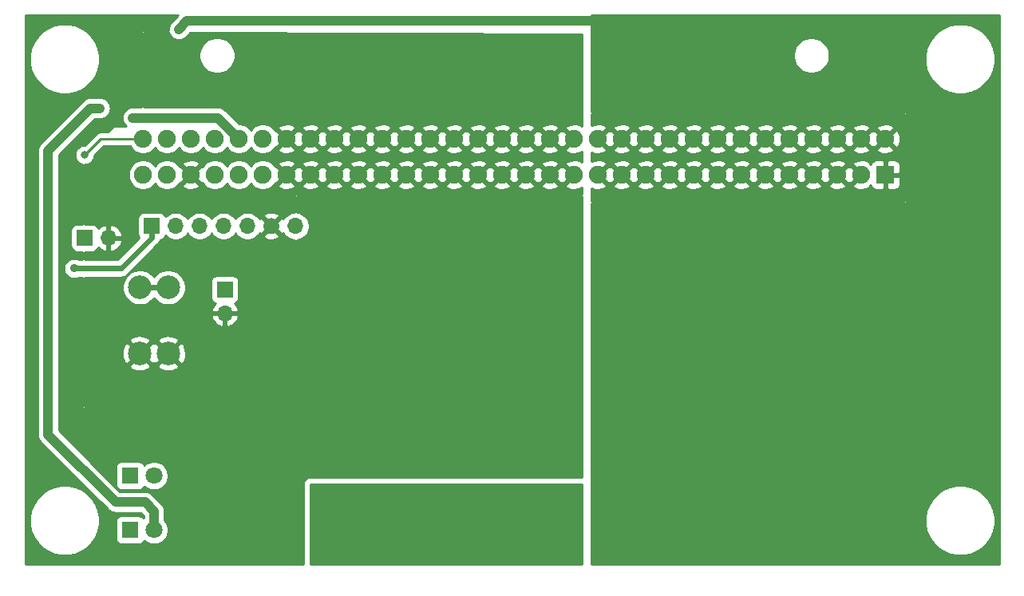
<source format=gbr>
G04 #@! TF.GenerationSoftware,KiCad,Pcbnew,(5.1.6)-1*
G04 #@! TF.CreationDate,2020-09-29T23:02:07-04:00*
G04 #@! TF.ProjectId,HP_power_supply_breakout,48505f70-6f77-4657-925f-737570706c79,rev?*
G04 #@! TF.SameCoordinates,Original*
G04 #@! TF.FileFunction,Copper,L2,Bot*
G04 #@! TF.FilePolarity,Positive*
%FSLAX46Y46*%
G04 Gerber Fmt 4.6, Leading zero omitted, Abs format (unit mm)*
G04 Created by KiCad (PCBNEW (5.1.6)-1) date 2020-09-29 23:02:07*
%MOMM*%
%LPD*%
G01*
G04 APERTURE LIST*
G04 #@! TA.AperFunction,ComponentPad*
%ADD10C,2.500000*%
G04 #@! TD*
G04 #@! TA.AperFunction,ComponentPad*
%ADD11R,1.900000X1.900000*%
G04 #@! TD*
G04 #@! TA.AperFunction,ComponentPad*
%ADD12C,1.900000*%
G04 #@! TD*
G04 #@! TA.AperFunction,ComponentPad*
%ADD13O,1.700000X1.700000*%
G04 #@! TD*
G04 #@! TA.AperFunction,ComponentPad*
%ADD14R,1.700000X1.700000*%
G04 #@! TD*
G04 #@! TA.AperFunction,ComponentPad*
%ADD15C,0.800000*%
G04 #@! TD*
G04 #@! TA.AperFunction,ComponentPad*
%ADD16C,6.400000*%
G04 #@! TD*
G04 #@! TA.AperFunction,ComponentPad*
%ADD17C,0.900000*%
G04 #@! TD*
G04 #@! TA.AperFunction,ComponentPad*
%ADD18C,11.000000*%
G04 #@! TD*
G04 #@! TA.AperFunction,ComponentPad*
%ADD19C,6.000000*%
G04 #@! TD*
G04 #@! TA.AperFunction,ComponentPad*
%ADD20C,1.800000*%
G04 #@! TD*
G04 #@! TA.AperFunction,ComponentPad*
%ADD21R,1.800000X1.800000*%
G04 #@! TD*
G04 #@! TA.AperFunction,ViaPad*
%ADD22C,0.900000*%
G04 #@! TD*
G04 #@! TA.AperFunction,ViaPad*
%ADD23C,0.800000*%
G04 #@! TD*
G04 #@! TA.AperFunction,Conductor*
%ADD24C,1.000000*%
G04 #@! TD*
G04 #@! TA.AperFunction,Conductor*
%ADD25C,0.600000*%
G04 #@! TD*
G04 #@! TA.AperFunction,Conductor*
%ADD26C,0.250000*%
G04 #@! TD*
G04 #@! TA.AperFunction,Conductor*
%ADD27C,0.254000*%
G04 #@! TD*
G04 APERTURE END LIST*
D10*
X-39500000Y250000D03*
X-39500000Y-6750000D03*
X-36500000Y250000D03*
X-36500000Y-6750000D03*
D11*
X39580000Y12195000D03*
D12*
X37040000Y12195000D03*
X34500000Y12195000D03*
X31960000Y12195000D03*
X29420000Y12195000D03*
X26880000Y12195000D03*
X24340000Y12195000D03*
X21800000Y12195000D03*
X19260000Y12195000D03*
X16720000Y12195000D03*
X14180000Y12195000D03*
X11640000Y12195000D03*
X9100000Y12195000D03*
X6560000Y12195000D03*
X4020000Y12195000D03*
X1480000Y12195000D03*
X-1060000Y12195000D03*
X-3600000Y12195000D03*
X-6140000Y12195000D03*
X-8680000Y12195000D03*
X-11220000Y12195000D03*
X-13760000Y12195000D03*
X-16300000Y12195000D03*
X-18840000Y12195000D03*
X-21380000Y12195000D03*
X-23920000Y12195000D03*
X-26460000Y12195000D03*
X-29000000Y12195000D03*
X-31540000Y12195000D03*
X-34080000Y12195000D03*
X-36620000Y12195000D03*
X-39160000Y12195000D03*
X-39160000Y16005000D03*
X-36620000Y16005000D03*
X-34080000Y16005000D03*
X-31540000Y16005000D03*
X-29000000Y16005000D03*
X-26460000Y16005000D03*
X-23920000Y16005000D03*
X-21380000Y16005000D03*
X-18840000Y16005000D03*
X-16300000Y16005000D03*
X-13760000Y16005000D03*
X-11220000Y16005000D03*
X-8680000Y16005000D03*
X-6140000Y16005000D03*
X-3600000Y16005000D03*
X-1060000Y16005000D03*
X1480000Y16005000D03*
X4020000Y16005000D03*
X6560000Y16005000D03*
X9100000Y16005000D03*
X11640000Y16005000D03*
X14180000Y16005000D03*
X16720000Y16005000D03*
X19260000Y16005000D03*
X21800000Y16005000D03*
X24340000Y16005000D03*
X26880000Y16005000D03*
X29420000Y16005000D03*
X31960000Y16005000D03*
X34500000Y16005000D03*
X37040000Y16005000D03*
X39580000Y16005000D03*
D13*
X-23010000Y6750000D03*
G04 #@! TA.AperFunction,ComponentPad*
G36*
G01*
X-24948959Y6148959D02*
X-24948959Y6148959D01*
G75*
G02*
X-26151041Y6148959I-601041J601041D01*
G01*
X-26151041Y6148959D01*
G75*
G02*
X-26151041Y7351041I601041J601041D01*
G01*
X-26151041Y7351041D01*
G75*
G02*
X-24948959Y7351041I601041J-601041D01*
G01*
X-24948959Y7351041D01*
G75*
G02*
X-24948959Y6148959I-601041J-601041D01*
G01*
G37*
G04 #@! TD.AperFunction*
X-28090000Y6750000D03*
X-30630000Y6750000D03*
X-33170000Y6750000D03*
X-35710000Y6750000D03*
D14*
X-38250000Y6750000D03*
D15*
X-7197056Y802944D03*
X-5500000Y100000D03*
X-3802944Y802944D03*
X-3100000Y2500000D03*
X-3802944Y4197056D03*
X-5500000Y4900000D03*
X-7197056Y4197056D03*
X-7900000Y2500000D03*
D16*
X-5500000Y2500000D03*
D15*
X-17197056Y802944D03*
X-15500000Y100000D03*
X-13802944Y802944D03*
X-13100000Y2500000D03*
X-13802944Y4197056D03*
X-15500000Y4900000D03*
X-17197056Y4197056D03*
X-17900000Y2500000D03*
D16*
X-15500000Y2500000D03*
D15*
X-7197056Y-26697056D03*
X-5500000Y-27400000D03*
X-3802944Y-26697056D03*
X-3100000Y-25000000D03*
X-3802944Y-23302944D03*
X-5500000Y-22600000D03*
X-7197056Y-23302944D03*
X-7900000Y-25000000D03*
D16*
X-5500000Y-25000000D03*
D15*
X-14697056Y-26697056D03*
X-13000000Y-27400000D03*
X-11302944Y-26697056D03*
X-10600000Y-25000000D03*
X-11302944Y-23302944D03*
X-13000000Y-22600000D03*
X-14697056Y-23302944D03*
X-15400000Y-25000000D03*
D16*
X-13000000Y-25000000D03*
D15*
X20302944Y1052944D03*
X22000000Y350000D03*
X23697056Y1052944D03*
X24400000Y2750000D03*
X23697056Y4447056D03*
X22000000Y5150000D03*
X20302944Y4447056D03*
X19600000Y2750000D03*
D16*
X22000000Y2750000D03*
D15*
X30302944Y1052944D03*
X32000000Y350000D03*
X33697056Y1052944D03*
X34400000Y2750000D03*
X33697056Y4447056D03*
X32000000Y5150000D03*
X30302944Y4447056D03*
X29600000Y2750000D03*
D16*
X32000000Y2750000D03*
D17*
X21573185Y-10426815D03*
X24500000Y-11625000D03*
X27426815Y-10426815D03*
X28625000Y-7500000D03*
X27426815Y-4573185D03*
X24500000Y-3375000D03*
X21573185Y-4573185D03*
X20375000Y-7500000D03*
D18*
X24500000Y-7500000D03*
D17*
X-23426815Y-15426815D03*
X-20500000Y-16625000D03*
X-17573185Y-15426815D03*
X-16375000Y-12500000D03*
X-17573185Y-9573185D03*
X-20500000Y-8375000D03*
X-23426815Y-9573185D03*
X-24625000Y-12500000D03*
D18*
X-20500000Y-12500000D03*
D17*
X34823185Y-25176815D03*
X37750000Y-26375000D03*
X40676815Y-25176815D03*
X41875000Y-22250000D03*
X40676815Y-19323185D03*
X37750000Y-18125000D03*
X34823185Y-19323185D03*
X33625000Y-22250000D03*
D18*
X37750000Y-22250000D03*
D17*
X-32176815Y-25426815D03*
X-29250000Y-26625000D03*
X-26323185Y-25426815D03*
X-25125000Y-22500000D03*
X-26323185Y-19573185D03*
X-29250000Y-18375000D03*
X-32176815Y-19573185D03*
X-33375000Y-22500000D03*
D18*
X-29250000Y-22500000D03*
D17*
X21573185Y-25176815D03*
X24500000Y-26375000D03*
X27426815Y-25176815D03*
X28625000Y-22250000D03*
X27426815Y-19323185D03*
X24500000Y-18125000D03*
X21573185Y-19323185D03*
X20375000Y-22250000D03*
D18*
X24500000Y-22250000D03*
D17*
X-10926815Y-15426815D03*
X-8000000Y-16625000D03*
X-5073185Y-15426815D03*
X-3875000Y-12500000D03*
X-5073185Y-9573185D03*
X-8000000Y-8375000D03*
X-10926815Y-9573185D03*
X-12125000Y-12500000D03*
D18*
X-8000000Y-12500000D03*
G04 #@! TA.AperFunction,ComponentPad*
G36*
G01*
X1500000Y-6500000D02*
X1500000Y-3500000D01*
G75*
G02*
X3000000Y-2000000I1500000J0D01*
G01*
X6000000Y-2000000D01*
G75*
G02*
X7500000Y-3500000I0J-1500000D01*
G01*
X7500000Y-6500000D01*
G75*
G02*
X6000000Y-8000000I-1500000J0D01*
G01*
X3000000Y-8000000D01*
G75*
G02*
X1500000Y-6500000I0J1500000D01*
G01*
G37*
G04 #@! TD.AperFunction*
D19*
X11700000Y-5000000D03*
G04 #@! TA.AperFunction,ComponentPad*
G36*
G01*
X1500000Y-16500000D02*
X1500000Y-13500000D01*
G75*
G02*
X3000000Y-12000000I1500000J0D01*
G01*
X6000000Y-12000000D01*
G75*
G02*
X7500000Y-13500000I0J-1500000D01*
G01*
X7500000Y-16500000D01*
G75*
G02*
X6000000Y-18000000I-1500000J0D01*
G01*
X3000000Y-18000000D01*
G75*
G02*
X1500000Y-16500000I0J1500000D01*
G01*
G37*
G04 #@! TD.AperFunction*
X11700000Y-15000000D03*
G04 #@! TA.AperFunction,ComponentPad*
G36*
G01*
X1500000Y-26500000D02*
X1500000Y-23500000D01*
G75*
G02*
X3000000Y-22000000I1500000J0D01*
G01*
X6000000Y-22000000D01*
G75*
G02*
X7500000Y-23500000I0J-1500000D01*
G01*
X7500000Y-26500000D01*
G75*
G02*
X6000000Y-28000000I-1500000J0D01*
G01*
X3000000Y-28000000D01*
G75*
G02*
X1500000Y-26500000I0J1500000D01*
G01*
G37*
G04 #@! TD.AperFunction*
X11700000Y-25000000D03*
D13*
X-30500000Y-2500000D03*
D14*
X-30500000Y40000D03*
D20*
X-38000000Y-25500000D03*
D21*
X-40540000Y-25500000D03*
D20*
X-38000000Y-19750000D03*
D21*
X-40540000Y-19750000D03*
D13*
X-42825000Y5500000D03*
D14*
X-45365000Y5500000D03*
D22*
X-43750008Y19250000D03*
X-35375000Y27625000D03*
X-46500000Y2250000D03*
X-40250000Y18250000D03*
D23*
X-45365000Y14295000D03*
D24*
X-34500000Y28500000D02*
X-35375000Y27625000D01*
X9000000Y28500000D02*
X-34500000Y28500000D01*
X-44750000Y19250000D02*
X-43750008Y19250000D01*
X-49250000Y14750000D02*
X-44750000Y19250000D01*
X-38000000Y-23500000D02*
X-38968001Y-22531999D01*
X-42093001Y-22531999D02*
X-49250000Y-15375000D01*
X-38000000Y-25500000D02*
X-38000000Y-23500000D01*
X-38968001Y-22531999D02*
X-42093001Y-22531999D01*
X-49250000Y-15375000D02*
X-49250000Y14750000D01*
D25*
X-41500000Y2250000D02*
X-38250000Y5500000D01*
X-46500000Y2250000D02*
X-41500000Y2250000D01*
X-38250000Y5500000D02*
X-38250000Y6750000D01*
D24*
X-31245000Y18250000D02*
X-40250000Y18250000D01*
X-29000000Y16005000D02*
X-31245000Y18250000D01*
D26*
X-39160000Y16005000D02*
X-43655000Y16005000D01*
X-43655000Y16005000D02*
X-45365000Y14295000D01*
D25*
X-39500000Y250000D02*
X-36500000Y250000D01*
D27*
G36*
X51623000Y-29123000D02*
G01*
X8377000Y-29123000D01*
X8377000Y-24132923D01*
X43773000Y-24132923D01*
X43773000Y-24867077D01*
X43916227Y-25587126D01*
X44197176Y-26265396D01*
X44605050Y-26875824D01*
X45124176Y-27394950D01*
X45734604Y-27802824D01*
X46412874Y-28083773D01*
X47132923Y-28227000D01*
X47867077Y-28227000D01*
X48587126Y-28083773D01*
X49265396Y-27802824D01*
X49875824Y-27394950D01*
X50394950Y-26875824D01*
X50802824Y-26265396D01*
X51083773Y-25587126D01*
X51227000Y-24867077D01*
X51227000Y-24132923D01*
X51083773Y-23412874D01*
X50802824Y-22734604D01*
X50394950Y-22124176D01*
X49875824Y-21605050D01*
X49265396Y-21197176D01*
X48587126Y-20916227D01*
X47867077Y-20773000D01*
X47132923Y-20773000D01*
X46412874Y-20916227D01*
X45734604Y-21197176D01*
X45124176Y-21605050D01*
X44605050Y-22124176D01*
X44197176Y-22734604D01*
X43916227Y-23412874D01*
X43773000Y-24132923D01*
X8377000Y-24132923D01*
X8377000Y9123000D01*
X41750000Y9123000D01*
X41774776Y9125440D01*
X41798601Y9132667D01*
X41820557Y9144403D01*
X41839803Y9160197D01*
X41855597Y9179443D01*
X41867333Y9201399D01*
X41874560Y9225224D01*
X41877000Y9250000D01*
X41877000Y18750000D01*
X41874560Y18774776D01*
X41867333Y18798601D01*
X41855597Y18820557D01*
X41839803Y18839803D01*
X41820557Y18855597D01*
X41798601Y18867333D01*
X41774776Y18874560D01*
X41750000Y18877000D01*
X8377000Y18877000D01*
X8377000Y25045581D01*
X29795000Y25045581D01*
X29795000Y24664419D01*
X29869361Y24290581D01*
X30015225Y23938434D01*
X30226987Y23621509D01*
X30496509Y23351987D01*
X30813434Y23140225D01*
X31165581Y22994361D01*
X31539419Y22920000D01*
X31920581Y22920000D01*
X32294419Y22994361D01*
X32646566Y23140225D01*
X32963491Y23351987D01*
X33233013Y23621509D01*
X33444775Y23938434D01*
X33590639Y24290581D01*
X33665000Y24664419D01*
X33665000Y24867077D01*
X43773000Y24867077D01*
X43773000Y24132923D01*
X43916227Y23412874D01*
X44197176Y22734604D01*
X44605050Y22124176D01*
X45124176Y21605050D01*
X45734604Y21197176D01*
X46412874Y20916227D01*
X47132923Y20773000D01*
X47867077Y20773000D01*
X48587126Y20916227D01*
X49265396Y21197176D01*
X49875824Y21605050D01*
X50394950Y22124176D01*
X50802824Y22734604D01*
X51083773Y23412874D01*
X51227000Y24132923D01*
X51227000Y24867077D01*
X51083773Y25587126D01*
X50802824Y26265396D01*
X50394950Y26875824D01*
X49875824Y27394950D01*
X49265396Y27802824D01*
X48587126Y28083773D01*
X47867077Y28227000D01*
X47132923Y28227000D01*
X46412874Y28083773D01*
X45734604Y27802824D01*
X45124176Y27394950D01*
X44605050Y26875824D01*
X44197176Y26265396D01*
X43916227Y25587126D01*
X43773000Y24867077D01*
X33665000Y24867077D01*
X33665000Y25045581D01*
X33590639Y25419419D01*
X33444775Y25771566D01*
X33233013Y26088491D01*
X32963491Y26358013D01*
X32646566Y26569775D01*
X32294419Y26715639D01*
X31920581Y26790000D01*
X31539419Y26790000D01*
X31165581Y26715639D01*
X30813434Y26569775D01*
X30496509Y26358013D01*
X30226987Y26088491D01*
X30015225Y25771566D01*
X29869361Y25419419D01*
X29795000Y25045581D01*
X8377000Y25045581D01*
X8377000Y29123000D01*
X51623000Y29123000D01*
X51623000Y-29123000D01*
G37*
X51623000Y-29123000D02*
X8377000Y-29123000D01*
X8377000Y-24132923D01*
X43773000Y-24132923D01*
X43773000Y-24867077D01*
X43916227Y-25587126D01*
X44197176Y-26265396D01*
X44605050Y-26875824D01*
X45124176Y-27394950D01*
X45734604Y-27802824D01*
X46412874Y-28083773D01*
X47132923Y-28227000D01*
X47867077Y-28227000D01*
X48587126Y-28083773D01*
X49265396Y-27802824D01*
X49875824Y-27394950D01*
X50394950Y-26875824D01*
X50802824Y-26265396D01*
X51083773Y-25587126D01*
X51227000Y-24867077D01*
X51227000Y-24132923D01*
X51083773Y-23412874D01*
X50802824Y-22734604D01*
X50394950Y-22124176D01*
X49875824Y-21605050D01*
X49265396Y-21197176D01*
X48587126Y-20916227D01*
X47867077Y-20773000D01*
X47132923Y-20773000D01*
X46412874Y-20916227D01*
X45734604Y-21197176D01*
X45124176Y-21605050D01*
X44605050Y-22124176D01*
X44197176Y-22734604D01*
X43916227Y-23412874D01*
X43773000Y-24132923D01*
X8377000Y-24132923D01*
X8377000Y9123000D01*
X41750000Y9123000D01*
X41774776Y9125440D01*
X41798601Y9132667D01*
X41820557Y9144403D01*
X41839803Y9160197D01*
X41855597Y9179443D01*
X41867333Y9201399D01*
X41874560Y9225224D01*
X41877000Y9250000D01*
X41877000Y18750000D01*
X41874560Y18774776D01*
X41867333Y18798601D01*
X41855597Y18820557D01*
X41839803Y18839803D01*
X41820557Y18855597D01*
X41798601Y18867333D01*
X41774776Y18874560D01*
X41750000Y18877000D01*
X8377000Y18877000D01*
X8377000Y25045581D01*
X29795000Y25045581D01*
X29795000Y24664419D01*
X29869361Y24290581D01*
X30015225Y23938434D01*
X30226987Y23621509D01*
X30496509Y23351987D01*
X30813434Y23140225D01*
X31165581Y22994361D01*
X31539419Y22920000D01*
X31920581Y22920000D01*
X32294419Y22994361D01*
X32646566Y23140225D01*
X32963491Y23351987D01*
X33233013Y23621509D01*
X33444775Y23938434D01*
X33590639Y24290581D01*
X33665000Y24664419D01*
X33665000Y24867077D01*
X43773000Y24867077D01*
X43773000Y24132923D01*
X43916227Y23412874D01*
X44197176Y22734604D01*
X44605050Y22124176D01*
X45124176Y21605050D01*
X45734604Y21197176D01*
X46412874Y20916227D01*
X47132923Y20773000D01*
X47867077Y20773000D01*
X48587126Y20916227D01*
X49265396Y21197176D01*
X49875824Y21605050D01*
X50394950Y22124176D01*
X50802824Y22734604D01*
X51083773Y23412874D01*
X51227000Y24132923D01*
X51227000Y24867077D01*
X51083773Y25587126D01*
X50802824Y26265396D01*
X50394950Y26875824D01*
X49875824Y27394950D01*
X49265396Y27802824D01*
X48587126Y28083773D01*
X47867077Y28227000D01*
X47132923Y28227000D01*
X46412874Y28083773D01*
X45734604Y27802824D01*
X45124176Y27394950D01*
X44605050Y26875824D01*
X44197176Y26265396D01*
X43916227Y25587126D01*
X43773000Y24867077D01*
X33665000Y24867077D01*
X33665000Y25045581D01*
X33590639Y25419419D01*
X33444775Y25771566D01*
X33233013Y26088491D01*
X32963491Y26358013D01*
X32646566Y26569775D01*
X32294419Y26715639D01*
X31920581Y26790000D01*
X31539419Y26790000D01*
X31165581Y26715639D01*
X30813434Y26569775D01*
X30496509Y26358013D01*
X30226987Y26088491D01*
X30015225Y25771566D01*
X29869361Y25419419D01*
X29795000Y25045581D01*
X8377000Y25045581D01*
X8377000Y29123000D01*
X51623000Y29123000D01*
X51623000Y-29123000D01*
G36*
X-36216988Y28388143D02*
G01*
X-36323283Y28258622D01*
X-36428676Y28061446D01*
X-36493577Y27847498D01*
X-36515491Y27625000D01*
X-36502653Y27494655D01*
X-39249660Y27502000D01*
X-39274776Y27499560D01*
X-39298601Y27492333D01*
X-39320557Y27480597D01*
X-39339803Y27464803D01*
X-39355597Y27445557D01*
X-39367333Y27423601D01*
X-39374560Y27399776D01*
X-39377000Y27375000D01*
X-39377000Y19385000D01*
X-40305752Y19385000D01*
X-40472499Y19368577D01*
X-40686447Y19303676D01*
X-40883623Y19198284D01*
X-41056449Y19056449D01*
X-41198284Y18883623D01*
X-41303676Y18686447D01*
X-41368577Y18472499D01*
X-41390491Y18250000D01*
X-41368577Y18027501D01*
X-41303676Y17813553D01*
X-41198284Y17616377D01*
X-41056449Y17443551D01*
X-40975357Y17377000D01*
X-42250000Y17377000D01*
X-42274776Y17374560D01*
X-42298601Y17367333D01*
X-42320557Y17355597D01*
X-42339803Y17339803D01*
X-42914606Y16765000D01*
X-43617678Y16765000D01*
X-43655001Y16768676D01*
X-43692324Y16765000D01*
X-43692333Y16765000D01*
X-43803986Y16754003D01*
X-43947247Y16710546D01*
X-44079276Y16639974D01*
X-44195001Y16545001D01*
X-44218799Y16516003D01*
X-45404801Y15330000D01*
X-45466939Y15330000D01*
X-45666898Y15290226D01*
X-45855256Y15212205D01*
X-46024774Y15098937D01*
X-46168937Y14954774D01*
X-46282205Y14785256D01*
X-46360226Y14596898D01*
X-46400000Y14396939D01*
X-46400000Y14193061D01*
X-46360226Y13993102D01*
X-46282205Y13804744D01*
X-46168937Y13635226D01*
X-46024774Y13491063D01*
X-45855256Y13377795D01*
X-45666898Y13299774D01*
X-45627000Y13291838D01*
X-45627000Y6988072D01*
X-46215000Y6988072D01*
X-46339482Y6975812D01*
X-46459180Y6939502D01*
X-46569494Y6880537D01*
X-46666185Y6801185D01*
X-46745537Y6704494D01*
X-46804502Y6594180D01*
X-46840812Y6474482D01*
X-46853072Y6350000D01*
X-46853072Y4650000D01*
X-46840812Y4525518D01*
X-46804502Y4405820D01*
X-46745537Y4295506D01*
X-46666185Y4198815D01*
X-46569494Y4119463D01*
X-46459180Y4060498D01*
X-46339482Y4024188D01*
X-46215000Y4011928D01*
X-45627000Y4011928D01*
X-45627000Y3185000D01*
X-45946377Y3185000D01*
X-45986060Y3211515D01*
X-46183517Y3293304D01*
X-46393137Y3335000D01*
X-46606863Y3335000D01*
X-46816483Y3293304D01*
X-47013940Y3211515D01*
X-47191647Y3092775D01*
X-47342775Y2941647D01*
X-47461515Y2763940D01*
X-47543304Y2566483D01*
X-47585000Y2356863D01*
X-47585000Y2143137D01*
X-47543304Y1933517D01*
X-47461515Y1736060D01*
X-47342775Y1558353D01*
X-47191647Y1407225D01*
X-47013940Y1288485D01*
X-46816483Y1206696D01*
X-46606863Y1165000D01*
X-46393137Y1165000D01*
X-46183517Y1206696D01*
X-45986060Y1288485D01*
X-45946377Y1315000D01*
X-45627000Y1315000D01*
X-45627000Y-12500000D01*
X-45624560Y-12524776D01*
X-45617333Y-12548601D01*
X-45605597Y-12570557D01*
X-45589803Y-12589803D01*
X-45570557Y-12605597D01*
X-45548601Y-12617333D01*
X-45524776Y-12624560D01*
X-45500000Y-12627000D01*
X-30500000Y-12627000D01*
X-30475224Y-12624560D01*
X-30451399Y-12617333D01*
X-30429443Y-12605597D01*
X-30410197Y-12589803D01*
X-22910197Y-5089803D01*
X-22894403Y-5070557D01*
X-22882667Y-5048601D01*
X-22875440Y-5024776D01*
X-22873000Y-5000000D01*
X-22873000Y5265000D01*
X-22863740Y5265000D01*
X-22576842Y5322068D01*
X-22306589Y5434010D01*
X-22063368Y5596525D01*
X-21856525Y5803368D01*
X-21694010Y6046589D01*
X-21582068Y6316842D01*
X-21525000Y6603740D01*
X-21525000Y6896260D01*
X-21582068Y7183158D01*
X-21694010Y7453411D01*
X-21856525Y7696632D01*
X-22063368Y7903475D01*
X-22306589Y8065990D01*
X-22576842Y8177932D01*
X-22863740Y8235000D01*
X-22873000Y8235000D01*
X-22873000Y9873000D01*
X7373000Y9873000D01*
X7373000Y-19865000D01*
X-21500000Y-19865000D01*
X-21623882Y-19877201D01*
X-21743004Y-19913336D01*
X-21852787Y-19972017D01*
X-21949013Y-20050987D01*
X-22027983Y-20147213D01*
X-22086664Y-20256996D01*
X-22122799Y-20376118D01*
X-22135000Y-20500000D01*
X-22135000Y-29123000D01*
X-51623000Y-29123000D01*
X-51623000Y-24132923D01*
X-51227000Y-24132923D01*
X-51227000Y-24867077D01*
X-51083773Y-25587126D01*
X-50802824Y-26265396D01*
X-50394950Y-26875824D01*
X-49875824Y-27394950D01*
X-49265396Y-27802824D01*
X-48587126Y-28083773D01*
X-47867077Y-28227000D01*
X-47132923Y-28227000D01*
X-46412874Y-28083773D01*
X-45734604Y-27802824D01*
X-45124176Y-27394950D01*
X-44605050Y-26875824D01*
X-44197176Y-26265396D01*
X-43916227Y-25587126D01*
X-43773000Y-24867077D01*
X-43773000Y-24132923D01*
X-43916227Y-23412874D01*
X-44197176Y-22734604D01*
X-44605050Y-22124176D01*
X-45124176Y-21605050D01*
X-45734604Y-21197176D01*
X-46412874Y-20916227D01*
X-47132923Y-20773000D01*
X-47867077Y-20773000D01*
X-48587126Y-20916227D01*
X-49265396Y-21197176D01*
X-49875824Y-21605050D01*
X-50394950Y-22124176D01*
X-50802824Y-22734604D01*
X-51083773Y-23412874D01*
X-51227000Y-24132923D01*
X-51623000Y-24132923D01*
X-51623000Y14750000D01*
X-50390491Y14750000D01*
X-50384999Y14694238D01*
X-50385000Y-15319249D01*
X-50390491Y-15375000D01*
X-50385000Y-15430751D01*
X-50368577Y-15597498D01*
X-50303676Y-15811446D01*
X-50198284Y-16008623D01*
X-50056449Y-16181449D01*
X-50013135Y-16216996D01*
X-42934992Y-23295140D01*
X-42899450Y-23338448D01*
X-42726624Y-23480283D01*
X-42529448Y-23585675D01*
X-42315500Y-23650576D01*
X-42093002Y-23672490D01*
X-42037250Y-23666999D01*
X-39438132Y-23666999D01*
X-39134999Y-23970132D01*
X-39134999Y-24214390D01*
X-39188815Y-24148815D01*
X-39285506Y-24069463D01*
X-39395820Y-24010498D01*
X-39515518Y-23974188D01*
X-39640000Y-23961928D01*
X-41440000Y-23961928D01*
X-41564482Y-23974188D01*
X-41684180Y-24010498D01*
X-41794494Y-24069463D01*
X-41891185Y-24148815D01*
X-41970537Y-24245506D01*
X-42029502Y-24355820D01*
X-42065812Y-24475518D01*
X-42078072Y-24600000D01*
X-42078072Y-26400000D01*
X-42065812Y-26524482D01*
X-42029502Y-26644180D01*
X-41970537Y-26754494D01*
X-41891185Y-26851185D01*
X-41794494Y-26930537D01*
X-41684180Y-26989502D01*
X-41564482Y-27025812D01*
X-41440000Y-27038072D01*
X-39640000Y-27038072D01*
X-39515518Y-27025812D01*
X-39395820Y-26989502D01*
X-39285506Y-26930537D01*
X-39188815Y-26851185D01*
X-39109463Y-26754494D01*
X-39050498Y-26644180D01*
X-39044944Y-26625873D01*
X-38978505Y-26692312D01*
X-38727095Y-26860299D01*
X-38447743Y-26976011D01*
X-38151184Y-27035000D01*
X-37848816Y-27035000D01*
X-37552257Y-26976011D01*
X-37272905Y-26860299D01*
X-37021495Y-26692312D01*
X-36807688Y-26478505D01*
X-36639701Y-26227095D01*
X-36523989Y-25947743D01*
X-36465000Y-25651184D01*
X-36465000Y-25348816D01*
X-36523989Y-25052257D01*
X-36639701Y-24772905D01*
X-36807688Y-24521495D01*
X-36865000Y-24464183D01*
X-36865000Y-23555751D01*
X-36859509Y-23499999D01*
X-36881423Y-23277500D01*
X-36909955Y-23183446D01*
X-36946324Y-23063553D01*
X-37051716Y-22866377D01*
X-37193551Y-22693551D01*
X-37236860Y-22658008D01*
X-38126005Y-21768863D01*
X-38161552Y-21725550D01*
X-38334378Y-21583715D01*
X-38531554Y-21478323D01*
X-38745502Y-21413422D01*
X-38912249Y-21396999D01*
X-38912250Y-21396999D01*
X-38968001Y-21391508D01*
X-39023752Y-21396999D01*
X-41622869Y-21396999D01*
X-44169868Y-18850000D01*
X-42078072Y-18850000D01*
X-42078072Y-20650000D01*
X-42065812Y-20774482D01*
X-42029502Y-20894180D01*
X-41970537Y-21004494D01*
X-41891185Y-21101185D01*
X-41794494Y-21180537D01*
X-41684180Y-21239502D01*
X-41564482Y-21275812D01*
X-41440000Y-21288072D01*
X-39640000Y-21288072D01*
X-39515518Y-21275812D01*
X-39395820Y-21239502D01*
X-39285506Y-21180537D01*
X-39188815Y-21101185D01*
X-39109463Y-21004494D01*
X-39050498Y-20894180D01*
X-39044944Y-20875873D01*
X-38978505Y-20942312D01*
X-38727095Y-21110299D01*
X-38447743Y-21226011D01*
X-38151184Y-21285000D01*
X-37848816Y-21285000D01*
X-37552257Y-21226011D01*
X-37272905Y-21110299D01*
X-37021495Y-20942312D01*
X-36807688Y-20728505D01*
X-36639701Y-20477095D01*
X-36523989Y-20197743D01*
X-36465000Y-19901184D01*
X-36465000Y-19598816D01*
X-36523989Y-19302257D01*
X-36639701Y-19022905D01*
X-36807688Y-18771495D01*
X-37021495Y-18557688D01*
X-37272905Y-18389701D01*
X-37552257Y-18273989D01*
X-37848816Y-18215000D01*
X-38151184Y-18215000D01*
X-38447743Y-18273989D01*
X-38727095Y-18389701D01*
X-38978505Y-18557688D01*
X-39044944Y-18624127D01*
X-39050498Y-18605820D01*
X-39109463Y-18495506D01*
X-39188815Y-18398815D01*
X-39285506Y-18319463D01*
X-39395820Y-18260498D01*
X-39515518Y-18224188D01*
X-39640000Y-18211928D01*
X-41440000Y-18211928D01*
X-41564482Y-18224188D01*
X-41684180Y-18260498D01*
X-41794494Y-18319463D01*
X-41891185Y-18398815D01*
X-41970537Y-18495506D01*
X-42029502Y-18605820D01*
X-42065812Y-18725518D01*
X-42078072Y-18850000D01*
X-44169868Y-18850000D01*
X-48115000Y-14904869D01*
X-48115000Y14279869D01*
X-44279868Y18115000D01*
X-43694256Y18115000D01*
X-43527509Y18131423D01*
X-43313561Y18196324D01*
X-43116385Y18301716D01*
X-42943559Y18443551D01*
X-42801724Y18616377D01*
X-42696332Y18813553D01*
X-42631431Y19027501D01*
X-42609517Y19250000D01*
X-42631431Y19472499D01*
X-42696332Y19686447D01*
X-42801724Y19883623D01*
X-42943559Y20056449D01*
X-43116385Y20198284D01*
X-43313561Y20303676D01*
X-43527509Y20368577D01*
X-43694256Y20385000D01*
X-44694249Y20385000D01*
X-44750001Y20390491D01*
X-44805752Y20385000D01*
X-44972499Y20368577D01*
X-45186447Y20303676D01*
X-45383623Y20198284D01*
X-45556449Y20056449D01*
X-45591991Y20013141D01*
X-50013140Y15591991D01*
X-50056448Y15556449D01*
X-50198283Y15383623D01*
X-50226945Y15330000D01*
X-50303676Y15186446D01*
X-50368577Y14972498D01*
X-50390491Y14750000D01*
X-51623000Y14750000D01*
X-51623000Y24867077D01*
X-51227000Y24867077D01*
X-51227000Y24132923D01*
X-51083773Y23412874D01*
X-50802824Y22734604D01*
X-50394950Y22124176D01*
X-49875824Y21605050D01*
X-49265396Y21197176D01*
X-48587126Y20916227D01*
X-47867077Y20773000D01*
X-47132923Y20773000D01*
X-46412874Y20916227D01*
X-45734604Y21197176D01*
X-45124176Y21605050D01*
X-44605050Y22124176D01*
X-44197176Y22734604D01*
X-43916227Y23412874D01*
X-43773000Y24132923D01*
X-43773000Y24867077D01*
X-43916227Y25587126D01*
X-44197176Y26265396D01*
X-44605050Y26875824D01*
X-45124176Y27394950D01*
X-45734604Y27802824D01*
X-46412874Y28083773D01*
X-47132923Y28227000D01*
X-47867077Y28227000D01*
X-48587126Y28083773D01*
X-49265396Y27802824D01*
X-49875824Y27394950D01*
X-50394950Y26875824D01*
X-50802824Y26265396D01*
X-51083773Y25587126D01*
X-51227000Y24867077D01*
X-51623000Y24867077D01*
X-51623000Y29123000D01*
X-35482132Y29123000D01*
X-36216988Y28388143D01*
G37*
X-36216988Y28388143D02*
X-36323283Y28258622D01*
X-36428676Y28061446D01*
X-36493577Y27847498D01*
X-36515491Y27625000D01*
X-36502653Y27494655D01*
X-39249660Y27502000D01*
X-39274776Y27499560D01*
X-39298601Y27492333D01*
X-39320557Y27480597D01*
X-39339803Y27464803D01*
X-39355597Y27445557D01*
X-39367333Y27423601D01*
X-39374560Y27399776D01*
X-39377000Y27375000D01*
X-39377000Y19385000D01*
X-40305752Y19385000D01*
X-40472499Y19368577D01*
X-40686447Y19303676D01*
X-40883623Y19198284D01*
X-41056449Y19056449D01*
X-41198284Y18883623D01*
X-41303676Y18686447D01*
X-41368577Y18472499D01*
X-41390491Y18250000D01*
X-41368577Y18027501D01*
X-41303676Y17813553D01*
X-41198284Y17616377D01*
X-41056449Y17443551D01*
X-40975357Y17377000D01*
X-42250000Y17377000D01*
X-42274776Y17374560D01*
X-42298601Y17367333D01*
X-42320557Y17355597D01*
X-42339803Y17339803D01*
X-42914606Y16765000D01*
X-43617678Y16765000D01*
X-43655001Y16768676D01*
X-43692324Y16765000D01*
X-43692333Y16765000D01*
X-43803986Y16754003D01*
X-43947247Y16710546D01*
X-44079276Y16639974D01*
X-44195001Y16545001D01*
X-44218799Y16516003D01*
X-45404801Y15330000D01*
X-45466939Y15330000D01*
X-45666898Y15290226D01*
X-45855256Y15212205D01*
X-46024774Y15098937D01*
X-46168937Y14954774D01*
X-46282205Y14785256D01*
X-46360226Y14596898D01*
X-46400000Y14396939D01*
X-46400000Y14193061D01*
X-46360226Y13993102D01*
X-46282205Y13804744D01*
X-46168937Y13635226D01*
X-46024774Y13491063D01*
X-45855256Y13377795D01*
X-45666898Y13299774D01*
X-45627000Y13291838D01*
X-45627000Y6988072D01*
X-46215000Y6988072D01*
X-46339482Y6975812D01*
X-46459180Y6939502D01*
X-46569494Y6880537D01*
X-46666185Y6801185D01*
X-46745537Y6704494D01*
X-46804502Y6594180D01*
X-46840812Y6474482D01*
X-46853072Y6350000D01*
X-46853072Y4650000D01*
X-46840812Y4525518D01*
X-46804502Y4405820D01*
X-46745537Y4295506D01*
X-46666185Y4198815D01*
X-46569494Y4119463D01*
X-46459180Y4060498D01*
X-46339482Y4024188D01*
X-46215000Y4011928D01*
X-45627000Y4011928D01*
X-45627000Y3185000D01*
X-45946377Y3185000D01*
X-45986060Y3211515D01*
X-46183517Y3293304D01*
X-46393137Y3335000D01*
X-46606863Y3335000D01*
X-46816483Y3293304D01*
X-47013940Y3211515D01*
X-47191647Y3092775D01*
X-47342775Y2941647D01*
X-47461515Y2763940D01*
X-47543304Y2566483D01*
X-47585000Y2356863D01*
X-47585000Y2143137D01*
X-47543304Y1933517D01*
X-47461515Y1736060D01*
X-47342775Y1558353D01*
X-47191647Y1407225D01*
X-47013940Y1288485D01*
X-46816483Y1206696D01*
X-46606863Y1165000D01*
X-46393137Y1165000D01*
X-46183517Y1206696D01*
X-45986060Y1288485D01*
X-45946377Y1315000D01*
X-45627000Y1315000D01*
X-45627000Y-12500000D01*
X-45624560Y-12524776D01*
X-45617333Y-12548601D01*
X-45605597Y-12570557D01*
X-45589803Y-12589803D01*
X-45570557Y-12605597D01*
X-45548601Y-12617333D01*
X-45524776Y-12624560D01*
X-45500000Y-12627000D01*
X-30500000Y-12627000D01*
X-30475224Y-12624560D01*
X-30451399Y-12617333D01*
X-30429443Y-12605597D01*
X-30410197Y-12589803D01*
X-22910197Y-5089803D01*
X-22894403Y-5070557D01*
X-22882667Y-5048601D01*
X-22875440Y-5024776D01*
X-22873000Y-5000000D01*
X-22873000Y5265000D01*
X-22863740Y5265000D01*
X-22576842Y5322068D01*
X-22306589Y5434010D01*
X-22063368Y5596525D01*
X-21856525Y5803368D01*
X-21694010Y6046589D01*
X-21582068Y6316842D01*
X-21525000Y6603740D01*
X-21525000Y6896260D01*
X-21582068Y7183158D01*
X-21694010Y7453411D01*
X-21856525Y7696632D01*
X-22063368Y7903475D01*
X-22306589Y8065990D01*
X-22576842Y8177932D01*
X-22863740Y8235000D01*
X-22873000Y8235000D01*
X-22873000Y9873000D01*
X7373000Y9873000D01*
X7373000Y-19865000D01*
X-21500000Y-19865000D01*
X-21623882Y-19877201D01*
X-21743004Y-19913336D01*
X-21852787Y-19972017D01*
X-21949013Y-20050987D01*
X-22027983Y-20147213D01*
X-22086664Y-20256996D01*
X-22122799Y-20376118D01*
X-22135000Y-20500000D01*
X-22135000Y-29123000D01*
X-51623000Y-29123000D01*
X-51623000Y-24132923D01*
X-51227000Y-24132923D01*
X-51227000Y-24867077D01*
X-51083773Y-25587126D01*
X-50802824Y-26265396D01*
X-50394950Y-26875824D01*
X-49875824Y-27394950D01*
X-49265396Y-27802824D01*
X-48587126Y-28083773D01*
X-47867077Y-28227000D01*
X-47132923Y-28227000D01*
X-46412874Y-28083773D01*
X-45734604Y-27802824D01*
X-45124176Y-27394950D01*
X-44605050Y-26875824D01*
X-44197176Y-26265396D01*
X-43916227Y-25587126D01*
X-43773000Y-24867077D01*
X-43773000Y-24132923D01*
X-43916227Y-23412874D01*
X-44197176Y-22734604D01*
X-44605050Y-22124176D01*
X-45124176Y-21605050D01*
X-45734604Y-21197176D01*
X-46412874Y-20916227D01*
X-47132923Y-20773000D01*
X-47867077Y-20773000D01*
X-48587126Y-20916227D01*
X-49265396Y-21197176D01*
X-49875824Y-21605050D01*
X-50394950Y-22124176D01*
X-50802824Y-22734604D01*
X-51083773Y-23412874D01*
X-51227000Y-24132923D01*
X-51623000Y-24132923D01*
X-51623000Y14750000D01*
X-50390491Y14750000D01*
X-50384999Y14694238D01*
X-50385000Y-15319249D01*
X-50390491Y-15375000D01*
X-50385000Y-15430751D01*
X-50368577Y-15597498D01*
X-50303676Y-15811446D01*
X-50198284Y-16008623D01*
X-50056449Y-16181449D01*
X-50013135Y-16216996D01*
X-42934992Y-23295140D01*
X-42899450Y-23338448D01*
X-42726624Y-23480283D01*
X-42529448Y-23585675D01*
X-42315500Y-23650576D01*
X-42093002Y-23672490D01*
X-42037250Y-23666999D01*
X-39438132Y-23666999D01*
X-39134999Y-23970132D01*
X-39134999Y-24214390D01*
X-39188815Y-24148815D01*
X-39285506Y-24069463D01*
X-39395820Y-24010498D01*
X-39515518Y-23974188D01*
X-39640000Y-23961928D01*
X-41440000Y-23961928D01*
X-41564482Y-23974188D01*
X-41684180Y-24010498D01*
X-41794494Y-24069463D01*
X-41891185Y-24148815D01*
X-41970537Y-24245506D01*
X-42029502Y-24355820D01*
X-42065812Y-24475518D01*
X-42078072Y-24600000D01*
X-42078072Y-26400000D01*
X-42065812Y-26524482D01*
X-42029502Y-26644180D01*
X-41970537Y-26754494D01*
X-41891185Y-26851185D01*
X-41794494Y-26930537D01*
X-41684180Y-26989502D01*
X-41564482Y-27025812D01*
X-41440000Y-27038072D01*
X-39640000Y-27038072D01*
X-39515518Y-27025812D01*
X-39395820Y-26989502D01*
X-39285506Y-26930537D01*
X-39188815Y-26851185D01*
X-39109463Y-26754494D01*
X-39050498Y-26644180D01*
X-39044944Y-26625873D01*
X-38978505Y-26692312D01*
X-38727095Y-26860299D01*
X-38447743Y-26976011D01*
X-38151184Y-27035000D01*
X-37848816Y-27035000D01*
X-37552257Y-26976011D01*
X-37272905Y-26860299D01*
X-37021495Y-26692312D01*
X-36807688Y-26478505D01*
X-36639701Y-26227095D01*
X-36523989Y-25947743D01*
X-36465000Y-25651184D01*
X-36465000Y-25348816D01*
X-36523989Y-25052257D01*
X-36639701Y-24772905D01*
X-36807688Y-24521495D01*
X-36865000Y-24464183D01*
X-36865000Y-23555751D01*
X-36859509Y-23499999D01*
X-36881423Y-23277500D01*
X-36909955Y-23183446D01*
X-36946324Y-23063553D01*
X-37051716Y-22866377D01*
X-37193551Y-22693551D01*
X-37236860Y-22658008D01*
X-38126005Y-21768863D01*
X-38161552Y-21725550D01*
X-38334378Y-21583715D01*
X-38531554Y-21478323D01*
X-38745502Y-21413422D01*
X-38912249Y-21396999D01*
X-38912250Y-21396999D01*
X-38968001Y-21391508D01*
X-39023752Y-21396999D01*
X-41622869Y-21396999D01*
X-44169868Y-18850000D01*
X-42078072Y-18850000D01*
X-42078072Y-20650000D01*
X-42065812Y-20774482D01*
X-42029502Y-20894180D01*
X-41970537Y-21004494D01*
X-41891185Y-21101185D01*
X-41794494Y-21180537D01*
X-41684180Y-21239502D01*
X-41564482Y-21275812D01*
X-41440000Y-21288072D01*
X-39640000Y-21288072D01*
X-39515518Y-21275812D01*
X-39395820Y-21239502D01*
X-39285506Y-21180537D01*
X-39188815Y-21101185D01*
X-39109463Y-21004494D01*
X-39050498Y-20894180D01*
X-39044944Y-20875873D01*
X-38978505Y-20942312D01*
X-38727095Y-21110299D01*
X-38447743Y-21226011D01*
X-38151184Y-21285000D01*
X-37848816Y-21285000D01*
X-37552257Y-21226011D01*
X-37272905Y-21110299D01*
X-37021495Y-20942312D01*
X-36807688Y-20728505D01*
X-36639701Y-20477095D01*
X-36523989Y-20197743D01*
X-36465000Y-19901184D01*
X-36465000Y-19598816D01*
X-36523989Y-19302257D01*
X-36639701Y-19022905D01*
X-36807688Y-18771495D01*
X-37021495Y-18557688D01*
X-37272905Y-18389701D01*
X-37552257Y-18273989D01*
X-37848816Y-18215000D01*
X-38151184Y-18215000D01*
X-38447743Y-18273989D01*
X-38727095Y-18389701D01*
X-38978505Y-18557688D01*
X-39044944Y-18624127D01*
X-39050498Y-18605820D01*
X-39109463Y-18495506D01*
X-39188815Y-18398815D01*
X-39285506Y-18319463D01*
X-39395820Y-18260498D01*
X-39515518Y-18224188D01*
X-39640000Y-18211928D01*
X-41440000Y-18211928D01*
X-41564482Y-18224188D01*
X-41684180Y-18260498D01*
X-41794494Y-18319463D01*
X-41891185Y-18398815D01*
X-41970537Y-18495506D01*
X-42029502Y-18605820D01*
X-42065812Y-18725518D01*
X-42078072Y-18850000D01*
X-44169868Y-18850000D01*
X-48115000Y-14904869D01*
X-48115000Y14279869D01*
X-44279868Y18115000D01*
X-43694256Y18115000D01*
X-43527509Y18131423D01*
X-43313561Y18196324D01*
X-43116385Y18301716D01*
X-42943559Y18443551D01*
X-42801724Y18616377D01*
X-42696332Y18813553D01*
X-42631431Y19027501D01*
X-42609517Y19250000D01*
X-42631431Y19472499D01*
X-42696332Y19686447D01*
X-42801724Y19883623D01*
X-42943559Y20056449D01*
X-43116385Y20198284D01*
X-43313561Y20303676D01*
X-43527509Y20368577D01*
X-43694256Y20385000D01*
X-44694249Y20385000D01*
X-44750001Y20390491D01*
X-44805752Y20385000D01*
X-44972499Y20368577D01*
X-45186447Y20303676D01*
X-45383623Y20198284D01*
X-45556449Y20056449D01*
X-45591991Y20013141D01*
X-50013140Y15591991D01*
X-50056448Y15556449D01*
X-50198283Y15383623D01*
X-50226945Y15330000D01*
X-50303676Y15186446D01*
X-50368577Y14972498D01*
X-50390491Y14750000D01*
X-51623000Y14750000D01*
X-51623000Y24867077D01*
X-51227000Y24867077D01*
X-51227000Y24132923D01*
X-51083773Y23412874D01*
X-50802824Y22734604D01*
X-50394950Y22124176D01*
X-49875824Y21605050D01*
X-49265396Y21197176D01*
X-48587126Y20916227D01*
X-47867077Y20773000D01*
X-47132923Y20773000D01*
X-46412874Y20916227D01*
X-45734604Y21197176D01*
X-45124176Y21605050D01*
X-44605050Y22124176D01*
X-44197176Y22734604D01*
X-43916227Y23412874D01*
X-43773000Y24132923D01*
X-43773000Y24867077D01*
X-43916227Y25587126D01*
X-44197176Y26265396D01*
X-44605050Y26875824D01*
X-45124176Y27394950D01*
X-45734604Y27802824D01*
X-46412874Y28083773D01*
X-47132923Y28227000D01*
X-47867077Y28227000D01*
X-48587126Y28083773D01*
X-49265396Y27802824D01*
X-49875824Y27394950D01*
X-50394950Y26875824D01*
X-50802824Y26265396D01*
X-51083773Y25587126D01*
X-51227000Y24867077D01*
X-51623000Y24867077D01*
X-51623000Y29123000D01*
X-35482132Y29123000D01*
X-36216988Y28388143D01*
G36*
X41623000Y9377000D02*
G01*
X8377000Y9377000D01*
X8377000Y10784026D01*
X8550671Y10700065D01*
X8852873Y10621621D01*
X9164573Y10603641D01*
X9473791Y10646816D01*
X9768644Y10749487D01*
X9930421Y10835958D01*
X10020147Y11095248D01*
X10719853Y11095248D01*
X10809579Y10835958D01*
X11090671Y10700065D01*
X11392873Y10621621D01*
X11704573Y10603641D01*
X12013791Y10646816D01*
X12308644Y10749487D01*
X12470421Y10835958D01*
X12560147Y11095248D01*
X13259853Y11095248D01*
X13349579Y10835958D01*
X13630671Y10700065D01*
X13932873Y10621621D01*
X14244573Y10603641D01*
X14553791Y10646816D01*
X14848644Y10749487D01*
X15010421Y10835958D01*
X15100147Y11095248D01*
X15799853Y11095248D01*
X15889579Y10835958D01*
X16170671Y10700065D01*
X16472873Y10621621D01*
X16784573Y10603641D01*
X17093791Y10646816D01*
X17388644Y10749487D01*
X17550421Y10835958D01*
X17640147Y11095248D01*
X18339853Y11095248D01*
X18429579Y10835958D01*
X18710671Y10700065D01*
X19012873Y10621621D01*
X19324573Y10603641D01*
X19633791Y10646816D01*
X19928644Y10749487D01*
X20090421Y10835958D01*
X20180147Y11095248D01*
X20879853Y11095248D01*
X20969579Y10835958D01*
X21250671Y10700065D01*
X21552873Y10621621D01*
X21864573Y10603641D01*
X22173791Y10646816D01*
X22468644Y10749487D01*
X22630421Y10835958D01*
X22720147Y11095248D01*
X23419853Y11095248D01*
X23509579Y10835958D01*
X23790671Y10700065D01*
X24092873Y10621621D01*
X24404573Y10603641D01*
X24713791Y10646816D01*
X25008644Y10749487D01*
X25170421Y10835958D01*
X25260147Y11095248D01*
X25959853Y11095248D01*
X26049579Y10835958D01*
X26330671Y10700065D01*
X26632873Y10621621D01*
X26944573Y10603641D01*
X27253791Y10646816D01*
X27548644Y10749487D01*
X27710421Y10835958D01*
X27800147Y11095248D01*
X28499853Y11095248D01*
X28589579Y10835958D01*
X28870671Y10700065D01*
X29172873Y10621621D01*
X29484573Y10603641D01*
X29793791Y10646816D01*
X30088644Y10749487D01*
X30250421Y10835958D01*
X30340147Y11095248D01*
X31039853Y11095248D01*
X31129579Y10835958D01*
X31410671Y10700065D01*
X31712873Y10621621D01*
X32024573Y10603641D01*
X32333791Y10646816D01*
X32628644Y10749487D01*
X32790421Y10835958D01*
X32880147Y11095248D01*
X33579853Y11095248D01*
X33669579Y10835958D01*
X33950671Y10700065D01*
X34252873Y10621621D01*
X34564573Y10603641D01*
X34873791Y10646816D01*
X35168644Y10749487D01*
X35330421Y10835958D01*
X35420147Y11095248D01*
X34500000Y12015395D01*
X33579853Y11095248D01*
X32880147Y11095248D01*
X31960000Y12015395D01*
X31039853Y11095248D01*
X30340147Y11095248D01*
X29420000Y12015395D01*
X28499853Y11095248D01*
X27800147Y11095248D01*
X26880000Y12015395D01*
X25959853Y11095248D01*
X25260147Y11095248D01*
X24340000Y12015395D01*
X23419853Y11095248D01*
X22720147Y11095248D01*
X21800000Y12015395D01*
X20879853Y11095248D01*
X20180147Y11095248D01*
X19260000Y12015395D01*
X18339853Y11095248D01*
X17640147Y11095248D01*
X16720000Y12015395D01*
X15799853Y11095248D01*
X15100147Y11095248D01*
X14180000Y12015395D01*
X13259853Y11095248D01*
X12560147Y11095248D01*
X11640000Y12015395D01*
X10719853Y11095248D01*
X10020147Y11095248D01*
X9100000Y12015395D01*
X9085858Y12001253D01*
X8906253Y12180858D01*
X8920395Y12195000D01*
X9279605Y12195000D01*
X10199752Y11274853D01*
X10370000Y11333766D01*
X10540248Y11274853D01*
X11460395Y12195000D01*
X11819605Y12195000D01*
X12739752Y11274853D01*
X12910000Y11333766D01*
X13080248Y11274853D01*
X14000395Y12195000D01*
X14359605Y12195000D01*
X15279752Y11274853D01*
X15450000Y11333766D01*
X15620248Y11274853D01*
X16540395Y12195000D01*
X16899605Y12195000D01*
X17819752Y11274853D01*
X17990000Y11333766D01*
X18160248Y11274853D01*
X19080395Y12195000D01*
X19439605Y12195000D01*
X20359752Y11274853D01*
X20530000Y11333766D01*
X20700248Y11274853D01*
X21620395Y12195000D01*
X21979605Y12195000D01*
X22899752Y11274853D01*
X23070000Y11333766D01*
X23240248Y11274853D01*
X24160395Y12195000D01*
X24519605Y12195000D01*
X25439752Y11274853D01*
X25610000Y11333766D01*
X25780248Y11274853D01*
X26700395Y12195000D01*
X27059605Y12195000D01*
X27979752Y11274853D01*
X28150000Y11333766D01*
X28320248Y11274853D01*
X29240395Y12195000D01*
X29599605Y12195000D01*
X30519752Y11274853D01*
X30690000Y11333766D01*
X30860248Y11274853D01*
X31780395Y12195000D01*
X32139605Y12195000D01*
X33059752Y11274853D01*
X33230000Y11333766D01*
X33400248Y11274853D01*
X34320395Y12195000D01*
X34679605Y12195000D01*
X35599752Y11274853D01*
X35770000Y11333766D01*
X35940248Y11274853D01*
X36860395Y12195000D01*
X35940248Y13115147D01*
X35770000Y13056234D01*
X35599752Y13115147D01*
X34679605Y12195000D01*
X34320395Y12195000D01*
X33400248Y13115147D01*
X33230000Y13056234D01*
X33059752Y13115147D01*
X32139605Y12195000D01*
X31780395Y12195000D01*
X30860248Y13115147D01*
X30690000Y13056234D01*
X30519752Y13115147D01*
X29599605Y12195000D01*
X29240395Y12195000D01*
X28320248Y13115147D01*
X28150000Y13056234D01*
X27979752Y13115147D01*
X27059605Y12195000D01*
X26700395Y12195000D01*
X25780248Y13115147D01*
X25610000Y13056234D01*
X25439752Y13115147D01*
X24519605Y12195000D01*
X24160395Y12195000D01*
X23240248Y13115147D01*
X23070000Y13056234D01*
X22899752Y13115147D01*
X21979605Y12195000D01*
X21620395Y12195000D01*
X20700248Y13115147D01*
X20530000Y13056234D01*
X20359752Y13115147D01*
X19439605Y12195000D01*
X19080395Y12195000D01*
X18160248Y13115147D01*
X17990000Y13056234D01*
X17819752Y13115147D01*
X16899605Y12195000D01*
X16540395Y12195000D01*
X15620248Y13115147D01*
X15450000Y13056234D01*
X15279752Y13115147D01*
X14359605Y12195000D01*
X14000395Y12195000D01*
X13080248Y13115147D01*
X12910000Y13056234D01*
X12739752Y13115147D01*
X11819605Y12195000D01*
X11460395Y12195000D01*
X10540248Y13115147D01*
X10370000Y13056234D01*
X10199752Y13115147D01*
X9279605Y12195000D01*
X8920395Y12195000D01*
X8906253Y12209143D01*
X9085858Y12388748D01*
X9100000Y12374605D01*
X10020147Y13294752D01*
X10719853Y13294752D01*
X11640000Y12374605D01*
X12560147Y13294752D01*
X13259853Y13294752D01*
X14180000Y12374605D01*
X15100147Y13294752D01*
X15799853Y13294752D01*
X16720000Y12374605D01*
X17640147Y13294752D01*
X18339853Y13294752D01*
X19260000Y12374605D01*
X20180147Y13294752D01*
X20879853Y13294752D01*
X21800000Y12374605D01*
X22720147Y13294752D01*
X23419853Y13294752D01*
X24340000Y12374605D01*
X25260147Y13294752D01*
X25959853Y13294752D01*
X26880000Y12374605D01*
X27800147Y13294752D01*
X28499853Y13294752D01*
X29420000Y12374605D01*
X30340147Y13294752D01*
X31039853Y13294752D01*
X31960000Y12374605D01*
X32880147Y13294752D01*
X33579853Y13294752D01*
X34500000Y12374605D01*
X35420147Y13294752D01*
X36119853Y13294752D01*
X37040000Y12374605D01*
X37054143Y12388748D01*
X37233748Y12209143D01*
X37219605Y12195000D01*
X37233748Y12180858D01*
X37054143Y12001253D01*
X37040000Y12015395D01*
X36119853Y11095248D01*
X36209579Y10835958D01*
X36490671Y10700065D01*
X36792873Y10621621D01*
X37104573Y10603641D01*
X37413791Y10646816D01*
X37708644Y10749487D01*
X37870421Y10835958D01*
X37960146Y11095246D01*
X38034370Y11021022D01*
X38040498Y11000820D01*
X38099463Y10890506D01*
X38178815Y10793815D01*
X38275506Y10714463D01*
X38385820Y10655498D01*
X38505518Y10619188D01*
X38630000Y10606928D01*
X39294250Y10610000D01*
X39453000Y10768750D01*
X39453000Y12068000D01*
X39707000Y12068000D01*
X39707000Y10768750D01*
X39865750Y10610000D01*
X40530000Y10606928D01*
X40654482Y10619188D01*
X40774180Y10655498D01*
X40884494Y10714463D01*
X40981185Y10793815D01*
X41060537Y10890506D01*
X41119502Y11000820D01*
X41155812Y11120518D01*
X41168072Y11245000D01*
X41165000Y11909250D01*
X41006250Y12068000D01*
X39707000Y12068000D01*
X39453000Y12068000D01*
X39433000Y12068000D01*
X39433000Y12322000D01*
X39453000Y12322000D01*
X39453000Y13621250D01*
X39707000Y13621250D01*
X39707000Y12322000D01*
X41006250Y12322000D01*
X41165000Y12480750D01*
X41168072Y13145000D01*
X41155812Y13269482D01*
X41119502Y13389180D01*
X41060537Y13499494D01*
X40981185Y13596185D01*
X40884494Y13675537D01*
X40774180Y13734502D01*
X40654482Y13770812D01*
X40530000Y13783072D01*
X39865750Y13780000D01*
X39707000Y13621250D01*
X39453000Y13621250D01*
X39294250Y13780000D01*
X38630000Y13783072D01*
X38505518Y13770812D01*
X38385820Y13734502D01*
X38275506Y13675537D01*
X38178815Y13596185D01*
X38099463Y13499494D01*
X38040498Y13389180D01*
X38034370Y13368978D01*
X37960146Y13294754D01*
X37870421Y13554042D01*
X37589329Y13689935D01*
X37287127Y13768379D01*
X36975427Y13786359D01*
X36666209Y13743184D01*
X36371356Y13640513D01*
X36209579Y13554042D01*
X36119853Y13294752D01*
X35420147Y13294752D01*
X35330421Y13554042D01*
X35049329Y13689935D01*
X34747127Y13768379D01*
X34435427Y13786359D01*
X34126209Y13743184D01*
X33831356Y13640513D01*
X33669579Y13554042D01*
X33579853Y13294752D01*
X32880147Y13294752D01*
X32790421Y13554042D01*
X32509329Y13689935D01*
X32207127Y13768379D01*
X31895427Y13786359D01*
X31586209Y13743184D01*
X31291356Y13640513D01*
X31129579Y13554042D01*
X31039853Y13294752D01*
X30340147Y13294752D01*
X30250421Y13554042D01*
X29969329Y13689935D01*
X29667127Y13768379D01*
X29355427Y13786359D01*
X29046209Y13743184D01*
X28751356Y13640513D01*
X28589579Y13554042D01*
X28499853Y13294752D01*
X27800147Y13294752D01*
X27710421Y13554042D01*
X27429329Y13689935D01*
X27127127Y13768379D01*
X26815427Y13786359D01*
X26506209Y13743184D01*
X26211356Y13640513D01*
X26049579Y13554042D01*
X25959853Y13294752D01*
X25260147Y13294752D01*
X25170421Y13554042D01*
X24889329Y13689935D01*
X24587127Y13768379D01*
X24275427Y13786359D01*
X23966209Y13743184D01*
X23671356Y13640513D01*
X23509579Y13554042D01*
X23419853Y13294752D01*
X22720147Y13294752D01*
X22630421Y13554042D01*
X22349329Y13689935D01*
X22047127Y13768379D01*
X21735427Y13786359D01*
X21426209Y13743184D01*
X21131356Y13640513D01*
X20969579Y13554042D01*
X20879853Y13294752D01*
X20180147Y13294752D01*
X20090421Y13554042D01*
X19809329Y13689935D01*
X19507127Y13768379D01*
X19195427Y13786359D01*
X18886209Y13743184D01*
X18591356Y13640513D01*
X18429579Y13554042D01*
X18339853Y13294752D01*
X17640147Y13294752D01*
X17550421Y13554042D01*
X17269329Y13689935D01*
X16967127Y13768379D01*
X16655427Y13786359D01*
X16346209Y13743184D01*
X16051356Y13640513D01*
X15889579Y13554042D01*
X15799853Y13294752D01*
X15100147Y13294752D01*
X15010421Y13554042D01*
X14729329Y13689935D01*
X14427127Y13768379D01*
X14115427Y13786359D01*
X13806209Y13743184D01*
X13511356Y13640513D01*
X13349579Y13554042D01*
X13259853Y13294752D01*
X12560147Y13294752D01*
X12470421Y13554042D01*
X12189329Y13689935D01*
X11887127Y13768379D01*
X11575427Y13786359D01*
X11266209Y13743184D01*
X10971356Y13640513D01*
X10809579Y13554042D01*
X10719853Y13294752D01*
X10020147Y13294752D01*
X9930421Y13554042D01*
X9649329Y13689935D01*
X9347127Y13768379D01*
X9035427Y13786359D01*
X8726209Y13743184D01*
X8431356Y13640513D01*
X8377000Y13611459D01*
X8377000Y14594026D01*
X8550671Y14510065D01*
X8852873Y14431621D01*
X9164573Y14413641D01*
X9473791Y14456816D01*
X9768644Y14559487D01*
X9930421Y14645958D01*
X10020147Y14905248D01*
X10719853Y14905248D01*
X10809579Y14645958D01*
X11090671Y14510065D01*
X11392873Y14431621D01*
X11704573Y14413641D01*
X12013791Y14456816D01*
X12308644Y14559487D01*
X12470421Y14645958D01*
X12560147Y14905248D01*
X13259853Y14905248D01*
X13349579Y14645958D01*
X13630671Y14510065D01*
X13932873Y14431621D01*
X14244573Y14413641D01*
X14553791Y14456816D01*
X14848644Y14559487D01*
X15010421Y14645958D01*
X15100147Y14905248D01*
X15799853Y14905248D01*
X15889579Y14645958D01*
X16170671Y14510065D01*
X16472873Y14431621D01*
X16784573Y14413641D01*
X17093791Y14456816D01*
X17388644Y14559487D01*
X17550421Y14645958D01*
X17640147Y14905248D01*
X18339853Y14905248D01*
X18429579Y14645958D01*
X18710671Y14510065D01*
X19012873Y14431621D01*
X19324573Y14413641D01*
X19633791Y14456816D01*
X19928644Y14559487D01*
X20090421Y14645958D01*
X20180147Y14905248D01*
X20879853Y14905248D01*
X20969579Y14645958D01*
X21250671Y14510065D01*
X21552873Y14431621D01*
X21864573Y14413641D01*
X22173791Y14456816D01*
X22468644Y14559487D01*
X22630421Y14645958D01*
X22720147Y14905248D01*
X23419853Y14905248D01*
X23509579Y14645958D01*
X23790671Y14510065D01*
X24092873Y14431621D01*
X24404573Y14413641D01*
X24713791Y14456816D01*
X25008644Y14559487D01*
X25170421Y14645958D01*
X25260147Y14905248D01*
X25959853Y14905248D01*
X26049579Y14645958D01*
X26330671Y14510065D01*
X26632873Y14431621D01*
X26944573Y14413641D01*
X27253791Y14456816D01*
X27548644Y14559487D01*
X27710421Y14645958D01*
X27800147Y14905248D01*
X28499853Y14905248D01*
X28589579Y14645958D01*
X28870671Y14510065D01*
X29172873Y14431621D01*
X29484573Y14413641D01*
X29793791Y14456816D01*
X30088644Y14559487D01*
X30250421Y14645958D01*
X30340147Y14905248D01*
X31039853Y14905248D01*
X31129579Y14645958D01*
X31410671Y14510065D01*
X31712873Y14431621D01*
X32024573Y14413641D01*
X32333791Y14456816D01*
X32628644Y14559487D01*
X32790421Y14645958D01*
X32880147Y14905248D01*
X33579853Y14905248D01*
X33669579Y14645958D01*
X33950671Y14510065D01*
X34252873Y14431621D01*
X34564573Y14413641D01*
X34873791Y14456816D01*
X35168644Y14559487D01*
X35330421Y14645958D01*
X35420147Y14905248D01*
X36119853Y14905248D01*
X36209579Y14645958D01*
X36490671Y14510065D01*
X36792873Y14431621D01*
X37104573Y14413641D01*
X37413791Y14456816D01*
X37708644Y14559487D01*
X37870421Y14645958D01*
X37960147Y14905248D01*
X38659853Y14905248D01*
X38749579Y14645958D01*
X39030671Y14510065D01*
X39332873Y14431621D01*
X39644573Y14413641D01*
X39953791Y14456816D01*
X40248644Y14559487D01*
X40410421Y14645958D01*
X40500147Y14905248D01*
X39580000Y15825395D01*
X38659853Y14905248D01*
X37960147Y14905248D01*
X37040000Y15825395D01*
X36119853Y14905248D01*
X35420147Y14905248D01*
X34500000Y15825395D01*
X33579853Y14905248D01*
X32880147Y14905248D01*
X31960000Y15825395D01*
X31039853Y14905248D01*
X30340147Y14905248D01*
X29420000Y15825395D01*
X28499853Y14905248D01*
X27800147Y14905248D01*
X26880000Y15825395D01*
X25959853Y14905248D01*
X25260147Y14905248D01*
X24340000Y15825395D01*
X23419853Y14905248D01*
X22720147Y14905248D01*
X21800000Y15825395D01*
X20879853Y14905248D01*
X20180147Y14905248D01*
X19260000Y15825395D01*
X18339853Y14905248D01*
X17640147Y14905248D01*
X16720000Y15825395D01*
X15799853Y14905248D01*
X15100147Y14905248D01*
X14180000Y15825395D01*
X13259853Y14905248D01*
X12560147Y14905248D01*
X11640000Y15825395D01*
X10719853Y14905248D01*
X10020147Y14905248D01*
X9100000Y15825395D01*
X9085858Y15811253D01*
X8906253Y15990858D01*
X8920395Y16005000D01*
X9279605Y16005000D01*
X10199752Y15084853D01*
X10370000Y15143766D01*
X10540248Y15084853D01*
X11460395Y16005000D01*
X11819605Y16005000D01*
X12739752Y15084853D01*
X12910000Y15143766D01*
X13080248Y15084853D01*
X14000395Y16005000D01*
X14359605Y16005000D01*
X15279752Y15084853D01*
X15450000Y15143766D01*
X15620248Y15084853D01*
X16540395Y16005000D01*
X16899605Y16005000D01*
X17819752Y15084853D01*
X17990000Y15143766D01*
X18160248Y15084853D01*
X19080395Y16005000D01*
X19439605Y16005000D01*
X20359752Y15084853D01*
X20530000Y15143766D01*
X20700248Y15084853D01*
X21620395Y16005000D01*
X21979605Y16005000D01*
X22899752Y15084853D01*
X23070000Y15143766D01*
X23240248Y15084853D01*
X24160395Y16005000D01*
X24519605Y16005000D01*
X25439752Y15084853D01*
X25610000Y15143766D01*
X25780248Y15084853D01*
X26700395Y16005000D01*
X27059605Y16005000D01*
X27979752Y15084853D01*
X28150000Y15143766D01*
X28320248Y15084853D01*
X29240395Y16005000D01*
X29599605Y16005000D01*
X30519752Y15084853D01*
X30690000Y15143766D01*
X30860248Y15084853D01*
X31780395Y16005000D01*
X32139605Y16005000D01*
X33059752Y15084853D01*
X33230000Y15143766D01*
X33400248Y15084853D01*
X34320395Y16005000D01*
X34679605Y16005000D01*
X35599752Y15084853D01*
X35770000Y15143766D01*
X35940248Y15084853D01*
X36860395Y16005000D01*
X37219605Y16005000D01*
X38139752Y15084853D01*
X38310000Y15143766D01*
X38480248Y15084853D01*
X39400395Y16005000D01*
X39759605Y16005000D01*
X40679752Y15084853D01*
X40939042Y15174579D01*
X41074935Y15455671D01*
X41153379Y15757873D01*
X41171359Y16069573D01*
X41128184Y16378791D01*
X41025513Y16673644D01*
X40939042Y16835421D01*
X40679752Y16925147D01*
X39759605Y16005000D01*
X39400395Y16005000D01*
X38480248Y16925147D01*
X38310000Y16866234D01*
X38139752Y16925147D01*
X37219605Y16005000D01*
X36860395Y16005000D01*
X35940248Y16925147D01*
X35770000Y16866234D01*
X35599752Y16925147D01*
X34679605Y16005000D01*
X34320395Y16005000D01*
X33400248Y16925147D01*
X33230000Y16866234D01*
X33059752Y16925147D01*
X32139605Y16005000D01*
X31780395Y16005000D01*
X30860248Y16925147D01*
X30690000Y16866234D01*
X30519752Y16925147D01*
X29599605Y16005000D01*
X29240395Y16005000D01*
X28320248Y16925147D01*
X28150000Y16866234D01*
X27979752Y16925147D01*
X27059605Y16005000D01*
X26700395Y16005000D01*
X25780248Y16925147D01*
X25610000Y16866234D01*
X25439752Y16925147D01*
X24519605Y16005000D01*
X24160395Y16005000D01*
X23240248Y16925147D01*
X23070000Y16866234D01*
X22899752Y16925147D01*
X21979605Y16005000D01*
X21620395Y16005000D01*
X20700248Y16925147D01*
X20530000Y16866234D01*
X20359752Y16925147D01*
X19439605Y16005000D01*
X19080395Y16005000D01*
X18160248Y16925147D01*
X17990000Y16866234D01*
X17819752Y16925147D01*
X16899605Y16005000D01*
X16540395Y16005000D01*
X15620248Y16925147D01*
X15450000Y16866234D01*
X15279752Y16925147D01*
X14359605Y16005000D01*
X14000395Y16005000D01*
X13080248Y16925147D01*
X12910000Y16866234D01*
X12739752Y16925147D01*
X11819605Y16005000D01*
X11460395Y16005000D01*
X10540248Y16925147D01*
X10370000Y16866234D01*
X10199752Y16925147D01*
X9279605Y16005000D01*
X8920395Y16005000D01*
X8906253Y16019143D01*
X9085858Y16198748D01*
X9100000Y16184605D01*
X10020147Y17104752D01*
X10719853Y17104752D01*
X11640000Y16184605D01*
X12560147Y17104752D01*
X13259853Y17104752D01*
X14180000Y16184605D01*
X15100147Y17104752D01*
X15799853Y17104752D01*
X16720000Y16184605D01*
X17640147Y17104752D01*
X18339853Y17104752D01*
X19260000Y16184605D01*
X20180147Y17104752D01*
X20879853Y17104752D01*
X21800000Y16184605D01*
X22720147Y17104752D01*
X23419853Y17104752D01*
X24340000Y16184605D01*
X25260147Y17104752D01*
X25959853Y17104752D01*
X26880000Y16184605D01*
X27800147Y17104752D01*
X28499853Y17104752D01*
X29420000Y16184605D01*
X30340147Y17104752D01*
X31039853Y17104752D01*
X31960000Y16184605D01*
X32880147Y17104752D01*
X33579853Y17104752D01*
X34500000Y16184605D01*
X35420147Y17104752D01*
X36119853Y17104752D01*
X37040000Y16184605D01*
X37960147Y17104752D01*
X38659853Y17104752D01*
X39580000Y16184605D01*
X40500147Y17104752D01*
X40410421Y17364042D01*
X40129329Y17499935D01*
X39827127Y17578379D01*
X39515427Y17596359D01*
X39206209Y17553184D01*
X38911356Y17450513D01*
X38749579Y17364042D01*
X38659853Y17104752D01*
X37960147Y17104752D01*
X37870421Y17364042D01*
X37589329Y17499935D01*
X37287127Y17578379D01*
X36975427Y17596359D01*
X36666209Y17553184D01*
X36371356Y17450513D01*
X36209579Y17364042D01*
X36119853Y17104752D01*
X35420147Y17104752D01*
X35330421Y17364042D01*
X35049329Y17499935D01*
X34747127Y17578379D01*
X34435427Y17596359D01*
X34126209Y17553184D01*
X33831356Y17450513D01*
X33669579Y17364042D01*
X33579853Y17104752D01*
X32880147Y17104752D01*
X32790421Y17364042D01*
X32509329Y17499935D01*
X32207127Y17578379D01*
X31895427Y17596359D01*
X31586209Y17553184D01*
X31291356Y17450513D01*
X31129579Y17364042D01*
X31039853Y17104752D01*
X30340147Y17104752D01*
X30250421Y17364042D01*
X29969329Y17499935D01*
X29667127Y17578379D01*
X29355427Y17596359D01*
X29046209Y17553184D01*
X28751356Y17450513D01*
X28589579Y17364042D01*
X28499853Y17104752D01*
X27800147Y17104752D01*
X27710421Y17364042D01*
X27429329Y17499935D01*
X27127127Y17578379D01*
X26815427Y17596359D01*
X26506209Y17553184D01*
X26211356Y17450513D01*
X26049579Y17364042D01*
X25959853Y17104752D01*
X25260147Y17104752D01*
X25170421Y17364042D01*
X24889329Y17499935D01*
X24587127Y17578379D01*
X24275427Y17596359D01*
X23966209Y17553184D01*
X23671356Y17450513D01*
X23509579Y17364042D01*
X23419853Y17104752D01*
X22720147Y17104752D01*
X22630421Y17364042D01*
X22349329Y17499935D01*
X22047127Y17578379D01*
X21735427Y17596359D01*
X21426209Y17553184D01*
X21131356Y17450513D01*
X20969579Y17364042D01*
X20879853Y17104752D01*
X20180147Y17104752D01*
X20090421Y17364042D01*
X19809329Y17499935D01*
X19507127Y17578379D01*
X19195427Y17596359D01*
X18886209Y17553184D01*
X18591356Y17450513D01*
X18429579Y17364042D01*
X18339853Y17104752D01*
X17640147Y17104752D01*
X17550421Y17364042D01*
X17269329Y17499935D01*
X16967127Y17578379D01*
X16655427Y17596359D01*
X16346209Y17553184D01*
X16051356Y17450513D01*
X15889579Y17364042D01*
X15799853Y17104752D01*
X15100147Y17104752D01*
X15010421Y17364042D01*
X14729329Y17499935D01*
X14427127Y17578379D01*
X14115427Y17596359D01*
X13806209Y17553184D01*
X13511356Y17450513D01*
X13349579Y17364042D01*
X13259853Y17104752D01*
X12560147Y17104752D01*
X12470421Y17364042D01*
X12189329Y17499935D01*
X11887127Y17578379D01*
X11575427Y17596359D01*
X11266209Y17553184D01*
X10971356Y17450513D01*
X10809579Y17364042D01*
X10719853Y17104752D01*
X10020147Y17104752D01*
X9930421Y17364042D01*
X9649329Y17499935D01*
X9347127Y17578379D01*
X9035427Y17596359D01*
X8726209Y17553184D01*
X8431356Y17450513D01*
X8377000Y17421459D01*
X8377000Y18623000D01*
X41623000Y18623000D01*
X41623000Y9377000D01*
G37*
X41623000Y9377000D02*
X8377000Y9377000D01*
X8377000Y10784026D01*
X8550671Y10700065D01*
X8852873Y10621621D01*
X9164573Y10603641D01*
X9473791Y10646816D01*
X9768644Y10749487D01*
X9930421Y10835958D01*
X10020147Y11095248D01*
X10719853Y11095248D01*
X10809579Y10835958D01*
X11090671Y10700065D01*
X11392873Y10621621D01*
X11704573Y10603641D01*
X12013791Y10646816D01*
X12308644Y10749487D01*
X12470421Y10835958D01*
X12560147Y11095248D01*
X13259853Y11095248D01*
X13349579Y10835958D01*
X13630671Y10700065D01*
X13932873Y10621621D01*
X14244573Y10603641D01*
X14553791Y10646816D01*
X14848644Y10749487D01*
X15010421Y10835958D01*
X15100147Y11095248D01*
X15799853Y11095248D01*
X15889579Y10835958D01*
X16170671Y10700065D01*
X16472873Y10621621D01*
X16784573Y10603641D01*
X17093791Y10646816D01*
X17388644Y10749487D01*
X17550421Y10835958D01*
X17640147Y11095248D01*
X18339853Y11095248D01*
X18429579Y10835958D01*
X18710671Y10700065D01*
X19012873Y10621621D01*
X19324573Y10603641D01*
X19633791Y10646816D01*
X19928644Y10749487D01*
X20090421Y10835958D01*
X20180147Y11095248D01*
X20879853Y11095248D01*
X20969579Y10835958D01*
X21250671Y10700065D01*
X21552873Y10621621D01*
X21864573Y10603641D01*
X22173791Y10646816D01*
X22468644Y10749487D01*
X22630421Y10835958D01*
X22720147Y11095248D01*
X23419853Y11095248D01*
X23509579Y10835958D01*
X23790671Y10700065D01*
X24092873Y10621621D01*
X24404573Y10603641D01*
X24713791Y10646816D01*
X25008644Y10749487D01*
X25170421Y10835958D01*
X25260147Y11095248D01*
X25959853Y11095248D01*
X26049579Y10835958D01*
X26330671Y10700065D01*
X26632873Y10621621D01*
X26944573Y10603641D01*
X27253791Y10646816D01*
X27548644Y10749487D01*
X27710421Y10835958D01*
X27800147Y11095248D01*
X28499853Y11095248D01*
X28589579Y10835958D01*
X28870671Y10700065D01*
X29172873Y10621621D01*
X29484573Y10603641D01*
X29793791Y10646816D01*
X30088644Y10749487D01*
X30250421Y10835958D01*
X30340147Y11095248D01*
X31039853Y11095248D01*
X31129579Y10835958D01*
X31410671Y10700065D01*
X31712873Y10621621D01*
X32024573Y10603641D01*
X32333791Y10646816D01*
X32628644Y10749487D01*
X32790421Y10835958D01*
X32880147Y11095248D01*
X33579853Y11095248D01*
X33669579Y10835958D01*
X33950671Y10700065D01*
X34252873Y10621621D01*
X34564573Y10603641D01*
X34873791Y10646816D01*
X35168644Y10749487D01*
X35330421Y10835958D01*
X35420147Y11095248D01*
X34500000Y12015395D01*
X33579853Y11095248D01*
X32880147Y11095248D01*
X31960000Y12015395D01*
X31039853Y11095248D01*
X30340147Y11095248D01*
X29420000Y12015395D01*
X28499853Y11095248D01*
X27800147Y11095248D01*
X26880000Y12015395D01*
X25959853Y11095248D01*
X25260147Y11095248D01*
X24340000Y12015395D01*
X23419853Y11095248D01*
X22720147Y11095248D01*
X21800000Y12015395D01*
X20879853Y11095248D01*
X20180147Y11095248D01*
X19260000Y12015395D01*
X18339853Y11095248D01*
X17640147Y11095248D01*
X16720000Y12015395D01*
X15799853Y11095248D01*
X15100147Y11095248D01*
X14180000Y12015395D01*
X13259853Y11095248D01*
X12560147Y11095248D01*
X11640000Y12015395D01*
X10719853Y11095248D01*
X10020147Y11095248D01*
X9100000Y12015395D01*
X9085858Y12001253D01*
X8906253Y12180858D01*
X8920395Y12195000D01*
X9279605Y12195000D01*
X10199752Y11274853D01*
X10370000Y11333766D01*
X10540248Y11274853D01*
X11460395Y12195000D01*
X11819605Y12195000D01*
X12739752Y11274853D01*
X12910000Y11333766D01*
X13080248Y11274853D01*
X14000395Y12195000D01*
X14359605Y12195000D01*
X15279752Y11274853D01*
X15450000Y11333766D01*
X15620248Y11274853D01*
X16540395Y12195000D01*
X16899605Y12195000D01*
X17819752Y11274853D01*
X17990000Y11333766D01*
X18160248Y11274853D01*
X19080395Y12195000D01*
X19439605Y12195000D01*
X20359752Y11274853D01*
X20530000Y11333766D01*
X20700248Y11274853D01*
X21620395Y12195000D01*
X21979605Y12195000D01*
X22899752Y11274853D01*
X23070000Y11333766D01*
X23240248Y11274853D01*
X24160395Y12195000D01*
X24519605Y12195000D01*
X25439752Y11274853D01*
X25610000Y11333766D01*
X25780248Y11274853D01*
X26700395Y12195000D01*
X27059605Y12195000D01*
X27979752Y11274853D01*
X28150000Y11333766D01*
X28320248Y11274853D01*
X29240395Y12195000D01*
X29599605Y12195000D01*
X30519752Y11274853D01*
X30690000Y11333766D01*
X30860248Y11274853D01*
X31780395Y12195000D01*
X32139605Y12195000D01*
X33059752Y11274853D01*
X33230000Y11333766D01*
X33400248Y11274853D01*
X34320395Y12195000D01*
X34679605Y12195000D01*
X35599752Y11274853D01*
X35770000Y11333766D01*
X35940248Y11274853D01*
X36860395Y12195000D01*
X35940248Y13115147D01*
X35770000Y13056234D01*
X35599752Y13115147D01*
X34679605Y12195000D01*
X34320395Y12195000D01*
X33400248Y13115147D01*
X33230000Y13056234D01*
X33059752Y13115147D01*
X32139605Y12195000D01*
X31780395Y12195000D01*
X30860248Y13115147D01*
X30690000Y13056234D01*
X30519752Y13115147D01*
X29599605Y12195000D01*
X29240395Y12195000D01*
X28320248Y13115147D01*
X28150000Y13056234D01*
X27979752Y13115147D01*
X27059605Y12195000D01*
X26700395Y12195000D01*
X25780248Y13115147D01*
X25610000Y13056234D01*
X25439752Y13115147D01*
X24519605Y12195000D01*
X24160395Y12195000D01*
X23240248Y13115147D01*
X23070000Y13056234D01*
X22899752Y13115147D01*
X21979605Y12195000D01*
X21620395Y12195000D01*
X20700248Y13115147D01*
X20530000Y13056234D01*
X20359752Y13115147D01*
X19439605Y12195000D01*
X19080395Y12195000D01*
X18160248Y13115147D01*
X17990000Y13056234D01*
X17819752Y13115147D01*
X16899605Y12195000D01*
X16540395Y12195000D01*
X15620248Y13115147D01*
X15450000Y13056234D01*
X15279752Y13115147D01*
X14359605Y12195000D01*
X14000395Y12195000D01*
X13080248Y13115147D01*
X12910000Y13056234D01*
X12739752Y13115147D01*
X11819605Y12195000D01*
X11460395Y12195000D01*
X10540248Y13115147D01*
X10370000Y13056234D01*
X10199752Y13115147D01*
X9279605Y12195000D01*
X8920395Y12195000D01*
X8906253Y12209143D01*
X9085858Y12388748D01*
X9100000Y12374605D01*
X10020147Y13294752D01*
X10719853Y13294752D01*
X11640000Y12374605D01*
X12560147Y13294752D01*
X13259853Y13294752D01*
X14180000Y12374605D01*
X15100147Y13294752D01*
X15799853Y13294752D01*
X16720000Y12374605D01*
X17640147Y13294752D01*
X18339853Y13294752D01*
X19260000Y12374605D01*
X20180147Y13294752D01*
X20879853Y13294752D01*
X21800000Y12374605D01*
X22720147Y13294752D01*
X23419853Y13294752D01*
X24340000Y12374605D01*
X25260147Y13294752D01*
X25959853Y13294752D01*
X26880000Y12374605D01*
X27800147Y13294752D01*
X28499853Y13294752D01*
X29420000Y12374605D01*
X30340147Y13294752D01*
X31039853Y13294752D01*
X31960000Y12374605D01*
X32880147Y13294752D01*
X33579853Y13294752D01*
X34500000Y12374605D01*
X35420147Y13294752D01*
X36119853Y13294752D01*
X37040000Y12374605D01*
X37054143Y12388748D01*
X37233748Y12209143D01*
X37219605Y12195000D01*
X37233748Y12180858D01*
X37054143Y12001253D01*
X37040000Y12015395D01*
X36119853Y11095248D01*
X36209579Y10835958D01*
X36490671Y10700065D01*
X36792873Y10621621D01*
X37104573Y10603641D01*
X37413791Y10646816D01*
X37708644Y10749487D01*
X37870421Y10835958D01*
X37960146Y11095246D01*
X38034370Y11021022D01*
X38040498Y11000820D01*
X38099463Y10890506D01*
X38178815Y10793815D01*
X38275506Y10714463D01*
X38385820Y10655498D01*
X38505518Y10619188D01*
X38630000Y10606928D01*
X39294250Y10610000D01*
X39453000Y10768750D01*
X39453000Y12068000D01*
X39707000Y12068000D01*
X39707000Y10768750D01*
X39865750Y10610000D01*
X40530000Y10606928D01*
X40654482Y10619188D01*
X40774180Y10655498D01*
X40884494Y10714463D01*
X40981185Y10793815D01*
X41060537Y10890506D01*
X41119502Y11000820D01*
X41155812Y11120518D01*
X41168072Y11245000D01*
X41165000Y11909250D01*
X41006250Y12068000D01*
X39707000Y12068000D01*
X39453000Y12068000D01*
X39433000Y12068000D01*
X39433000Y12322000D01*
X39453000Y12322000D01*
X39453000Y13621250D01*
X39707000Y13621250D01*
X39707000Y12322000D01*
X41006250Y12322000D01*
X41165000Y12480750D01*
X41168072Y13145000D01*
X41155812Y13269482D01*
X41119502Y13389180D01*
X41060537Y13499494D01*
X40981185Y13596185D01*
X40884494Y13675537D01*
X40774180Y13734502D01*
X40654482Y13770812D01*
X40530000Y13783072D01*
X39865750Y13780000D01*
X39707000Y13621250D01*
X39453000Y13621250D01*
X39294250Y13780000D01*
X38630000Y13783072D01*
X38505518Y13770812D01*
X38385820Y13734502D01*
X38275506Y13675537D01*
X38178815Y13596185D01*
X38099463Y13499494D01*
X38040498Y13389180D01*
X38034370Y13368978D01*
X37960146Y13294754D01*
X37870421Y13554042D01*
X37589329Y13689935D01*
X37287127Y13768379D01*
X36975427Y13786359D01*
X36666209Y13743184D01*
X36371356Y13640513D01*
X36209579Y13554042D01*
X36119853Y13294752D01*
X35420147Y13294752D01*
X35330421Y13554042D01*
X35049329Y13689935D01*
X34747127Y13768379D01*
X34435427Y13786359D01*
X34126209Y13743184D01*
X33831356Y13640513D01*
X33669579Y13554042D01*
X33579853Y13294752D01*
X32880147Y13294752D01*
X32790421Y13554042D01*
X32509329Y13689935D01*
X32207127Y13768379D01*
X31895427Y13786359D01*
X31586209Y13743184D01*
X31291356Y13640513D01*
X31129579Y13554042D01*
X31039853Y13294752D01*
X30340147Y13294752D01*
X30250421Y13554042D01*
X29969329Y13689935D01*
X29667127Y13768379D01*
X29355427Y13786359D01*
X29046209Y13743184D01*
X28751356Y13640513D01*
X28589579Y13554042D01*
X28499853Y13294752D01*
X27800147Y13294752D01*
X27710421Y13554042D01*
X27429329Y13689935D01*
X27127127Y13768379D01*
X26815427Y13786359D01*
X26506209Y13743184D01*
X26211356Y13640513D01*
X26049579Y13554042D01*
X25959853Y13294752D01*
X25260147Y13294752D01*
X25170421Y13554042D01*
X24889329Y13689935D01*
X24587127Y13768379D01*
X24275427Y13786359D01*
X23966209Y13743184D01*
X23671356Y13640513D01*
X23509579Y13554042D01*
X23419853Y13294752D01*
X22720147Y13294752D01*
X22630421Y13554042D01*
X22349329Y13689935D01*
X22047127Y13768379D01*
X21735427Y13786359D01*
X21426209Y13743184D01*
X21131356Y13640513D01*
X20969579Y13554042D01*
X20879853Y13294752D01*
X20180147Y13294752D01*
X20090421Y13554042D01*
X19809329Y13689935D01*
X19507127Y13768379D01*
X19195427Y13786359D01*
X18886209Y13743184D01*
X18591356Y13640513D01*
X18429579Y13554042D01*
X18339853Y13294752D01*
X17640147Y13294752D01*
X17550421Y13554042D01*
X17269329Y13689935D01*
X16967127Y13768379D01*
X16655427Y13786359D01*
X16346209Y13743184D01*
X16051356Y13640513D01*
X15889579Y13554042D01*
X15799853Y13294752D01*
X15100147Y13294752D01*
X15010421Y13554042D01*
X14729329Y13689935D01*
X14427127Y13768379D01*
X14115427Y13786359D01*
X13806209Y13743184D01*
X13511356Y13640513D01*
X13349579Y13554042D01*
X13259853Y13294752D01*
X12560147Y13294752D01*
X12470421Y13554042D01*
X12189329Y13689935D01*
X11887127Y13768379D01*
X11575427Y13786359D01*
X11266209Y13743184D01*
X10971356Y13640513D01*
X10809579Y13554042D01*
X10719853Y13294752D01*
X10020147Y13294752D01*
X9930421Y13554042D01*
X9649329Y13689935D01*
X9347127Y13768379D01*
X9035427Y13786359D01*
X8726209Y13743184D01*
X8431356Y13640513D01*
X8377000Y13611459D01*
X8377000Y14594026D01*
X8550671Y14510065D01*
X8852873Y14431621D01*
X9164573Y14413641D01*
X9473791Y14456816D01*
X9768644Y14559487D01*
X9930421Y14645958D01*
X10020147Y14905248D01*
X10719853Y14905248D01*
X10809579Y14645958D01*
X11090671Y14510065D01*
X11392873Y14431621D01*
X11704573Y14413641D01*
X12013791Y14456816D01*
X12308644Y14559487D01*
X12470421Y14645958D01*
X12560147Y14905248D01*
X13259853Y14905248D01*
X13349579Y14645958D01*
X13630671Y14510065D01*
X13932873Y14431621D01*
X14244573Y14413641D01*
X14553791Y14456816D01*
X14848644Y14559487D01*
X15010421Y14645958D01*
X15100147Y14905248D01*
X15799853Y14905248D01*
X15889579Y14645958D01*
X16170671Y14510065D01*
X16472873Y14431621D01*
X16784573Y14413641D01*
X17093791Y14456816D01*
X17388644Y14559487D01*
X17550421Y14645958D01*
X17640147Y14905248D01*
X18339853Y14905248D01*
X18429579Y14645958D01*
X18710671Y14510065D01*
X19012873Y14431621D01*
X19324573Y14413641D01*
X19633791Y14456816D01*
X19928644Y14559487D01*
X20090421Y14645958D01*
X20180147Y14905248D01*
X20879853Y14905248D01*
X20969579Y14645958D01*
X21250671Y14510065D01*
X21552873Y14431621D01*
X21864573Y14413641D01*
X22173791Y14456816D01*
X22468644Y14559487D01*
X22630421Y14645958D01*
X22720147Y14905248D01*
X23419853Y14905248D01*
X23509579Y14645958D01*
X23790671Y14510065D01*
X24092873Y14431621D01*
X24404573Y14413641D01*
X24713791Y14456816D01*
X25008644Y14559487D01*
X25170421Y14645958D01*
X25260147Y14905248D01*
X25959853Y14905248D01*
X26049579Y14645958D01*
X26330671Y14510065D01*
X26632873Y14431621D01*
X26944573Y14413641D01*
X27253791Y14456816D01*
X27548644Y14559487D01*
X27710421Y14645958D01*
X27800147Y14905248D01*
X28499853Y14905248D01*
X28589579Y14645958D01*
X28870671Y14510065D01*
X29172873Y14431621D01*
X29484573Y14413641D01*
X29793791Y14456816D01*
X30088644Y14559487D01*
X30250421Y14645958D01*
X30340147Y14905248D01*
X31039853Y14905248D01*
X31129579Y14645958D01*
X31410671Y14510065D01*
X31712873Y14431621D01*
X32024573Y14413641D01*
X32333791Y14456816D01*
X32628644Y14559487D01*
X32790421Y14645958D01*
X32880147Y14905248D01*
X33579853Y14905248D01*
X33669579Y14645958D01*
X33950671Y14510065D01*
X34252873Y14431621D01*
X34564573Y14413641D01*
X34873791Y14456816D01*
X35168644Y14559487D01*
X35330421Y14645958D01*
X35420147Y14905248D01*
X36119853Y14905248D01*
X36209579Y14645958D01*
X36490671Y14510065D01*
X36792873Y14431621D01*
X37104573Y14413641D01*
X37413791Y14456816D01*
X37708644Y14559487D01*
X37870421Y14645958D01*
X37960147Y14905248D01*
X38659853Y14905248D01*
X38749579Y14645958D01*
X39030671Y14510065D01*
X39332873Y14431621D01*
X39644573Y14413641D01*
X39953791Y14456816D01*
X40248644Y14559487D01*
X40410421Y14645958D01*
X40500147Y14905248D01*
X39580000Y15825395D01*
X38659853Y14905248D01*
X37960147Y14905248D01*
X37040000Y15825395D01*
X36119853Y14905248D01*
X35420147Y14905248D01*
X34500000Y15825395D01*
X33579853Y14905248D01*
X32880147Y14905248D01*
X31960000Y15825395D01*
X31039853Y14905248D01*
X30340147Y14905248D01*
X29420000Y15825395D01*
X28499853Y14905248D01*
X27800147Y14905248D01*
X26880000Y15825395D01*
X25959853Y14905248D01*
X25260147Y14905248D01*
X24340000Y15825395D01*
X23419853Y14905248D01*
X22720147Y14905248D01*
X21800000Y15825395D01*
X20879853Y14905248D01*
X20180147Y14905248D01*
X19260000Y15825395D01*
X18339853Y14905248D01*
X17640147Y14905248D01*
X16720000Y15825395D01*
X15799853Y14905248D01*
X15100147Y14905248D01*
X14180000Y15825395D01*
X13259853Y14905248D01*
X12560147Y14905248D01*
X11640000Y15825395D01*
X10719853Y14905248D01*
X10020147Y14905248D01*
X9100000Y15825395D01*
X9085858Y15811253D01*
X8906253Y15990858D01*
X8920395Y16005000D01*
X9279605Y16005000D01*
X10199752Y15084853D01*
X10370000Y15143766D01*
X10540248Y15084853D01*
X11460395Y16005000D01*
X11819605Y16005000D01*
X12739752Y15084853D01*
X12910000Y15143766D01*
X13080248Y15084853D01*
X14000395Y16005000D01*
X14359605Y16005000D01*
X15279752Y15084853D01*
X15450000Y15143766D01*
X15620248Y15084853D01*
X16540395Y16005000D01*
X16899605Y16005000D01*
X17819752Y15084853D01*
X17990000Y15143766D01*
X18160248Y15084853D01*
X19080395Y16005000D01*
X19439605Y16005000D01*
X20359752Y15084853D01*
X20530000Y15143766D01*
X20700248Y15084853D01*
X21620395Y16005000D01*
X21979605Y16005000D01*
X22899752Y15084853D01*
X23070000Y15143766D01*
X23240248Y15084853D01*
X24160395Y16005000D01*
X24519605Y16005000D01*
X25439752Y15084853D01*
X25610000Y15143766D01*
X25780248Y15084853D01*
X26700395Y16005000D01*
X27059605Y16005000D01*
X27979752Y15084853D01*
X28150000Y15143766D01*
X28320248Y15084853D01*
X29240395Y16005000D01*
X29599605Y16005000D01*
X30519752Y15084853D01*
X30690000Y15143766D01*
X30860248Y15084853D01*
X31780395Y16005000D01*
X32139605Y16005000D01*
X33059752Y15084853D01*
X33230000Y15143766D01*
X33400248Y15084853D01*
X34320395Y16005000D01*
X34679605Y16005000D01*
X35599752Y15084853D01*
X35770000Y15143766D01*
X35940248Y15084853D01*
X36860395Y16005000D01*
X37219605Y16005000D01*
X38139752Y15084853D01*
X38310000Y15143766D01*
X38480248Y15084853D01*
X39400395Y16005000D01*
X39759605Y16005000D01*
X40679752Y15084853D01*
X40939042Y15174579D01*
X41074935Y15455671D01*
X41153379Y15757873D01*
X41171359Y16069573D01*
X41128184Y16378791D01*
X41025513Y16673644D01*
X40939042Y16835421D01*
X40679752Y16925147D01*
X39759605Y16005000D01*
X39400395Y16005000D01*
X38480248Y16925147D01*
X38310000Y16866234D01*
X38139752Y16925147D01*
X37219605Y16005000D01*
X36860395Y16005000D01*
X35940248Y16925147D01*
X35770000Y16866234D01*
X35599752Y16925147D01*
X34679605Y16005000D01*
X34320395Y16005000D01*
X33400248Y16925147D01*
X33230000Y16866234D01*
X33059752Y16925147D01*
X32139605Y16005000D01*
X31780395Y16005000D01*
X30860248Y16925147D01*
X30690000Y16866234D01*
X30519752Y16925147D01*
X29599605Y16005000D01*
X29240395Y16005000D01*
X28320248Y16925147D01*
X28150000Y16866234D01*
X27979752Y16925147D01*
X27059605Y16005000D01*
X26700395Y16005000D01*
X25780248Y16925147D01*
X25610000Y16866234D01*
X25439752Y16925147D01*
X24519605Y16005000D01*
X24160395Y16005000D01*
X23240248Y16925147D01*
X23070000Y16866234D01*
X22899752Y16925147D01*
X21979605Y16005000D01*
X21620395Y16005000D01*
X20700248Y16925147D01*
X20530000Y16866234D01*
X20359752Y16925147D01*
X19439605Y16005000D01*
X19080395Y16005000D01*
X18160248Y16925147D01*
X17990000Y16866234D01*
X17819752Y16925147D01*
X16899605Y16005000D01*
X16540395Y16005000D01*
X15620248Y16925147D01*
X15450000Y16866234D01*
X15279752Y16925147D01*
X14359605Y16005000D01*
X14000395Y16005000D01*
X13080248Y16925147D01*
X12910000Y16866234D01*
X12739752Y16925147D01*
X11819605Y16005000D01*
X11460395Y16005000D01*
X10540248Y16925147D01*
X10370000Y16866234D01*
X10199752Y16925147D01*
X9279605Y16005000D01*
X8920395Y16005000D01*
X8906253Y16019143D01*
X9085858Y16198748D01*
X9100000Y16184605D01*
X10020147Y17104752D01*
X10719853Y17104752D01*
X11640000Y16184605D01*
X12560147Y17104752D01*
X13259853Y17104752D01*
X14180000Y16184605D01*
X15100147Y17104752D01*
X15799853Y17104752D01*
X16720000Y16184605D01*
X17640147Y17104752D01*
X18339853Y17104752D01*
X19260000Y16184605D01*
X20180147Y17104752D01*
X20879853Y17104752D01*
X21800000Y16184605D01*
X22720147Y17104752D01*
X23419853Y17104752D01*
X24340000Y16184605D01*
X25260147Y17104752D01*
X25959853Y17104752D01*
X26880000Y16184605D01*
X27800147Y17104752D01*
X28499853Y17104752D01*
X29420000Y16184605D01*
X30340147Y17104752D01*
X31039853Y17104752D01*
X31960000Y16184605D01*
X32880147Y17104752D01*
X33579853Y17104752D01*
X34500000Y16184605D01*
X35420147Y17104752D01*
X36119853Y17104752D01*
X37040000Y16184605D01*
X37960147Y17104752D01*
X38659853Y17104752D01*
X39580000Y16184605D01*
X40500147Y17104752D01*
X40410421Y17364042D01*
X40129329Y17499935D01*
X39827127Y17578379D01*
X39515427Y17596359D01*
X39206209Y17553184D01*
X38911356Y17450513D01*
X38749579Y17364042D01*
X38659853Y17104752D01*
X37960147Y17104752D01*
X37870421Y17364042D01*
X37589329Y17499935D01*
X37287127Y17578379D01*
X36975427Y17596359D01*
X36666209Y17553184D01*
X36371356Y17450513D01*
X36209579Y17364042D01*
X36119853Y17104752D01*
X35420147Y17104752D01*
X35330421Y17364042D01*
X35049329Y17499935D01*
X34747127Y17578379D01*
X34435427Y17596359D01*
X34126209Y17553184D01*
X33831356Y17450513D01*
X33669579Y17364042D01*
X33579853Y17104752D01*
X32880147Y17104752D01*
X32790421Y17364042D01*
X32509329Y17499935D01*
X32207127Y17578379D01*
X31895427Y17596359D01*
X31586209Y17553184D01*
X31291356Y17450513D01*
X31129579Y17364042D01*
X31039853Y17104752D01*
X30340147Y17104752D01*
X30250421Y17364042D01*
X29969329Y17499935D01*
X29667127Y17578379D01*
X29355427Y17596359D01*
X29046209Y17553184D01*
X28751356Y17450513D01*
X28589579Y17364042D01*
X28499853Y17104752D01*
X27800147Y17104752D01*
X27710421Y17364042D01*
X27429329Y17499935D01*
X27127127Y17578379D01*
X26815427Y17596359D01*
X26506209Y17553184D01*
X26211356Y17450513D01*
X26049579Y17364042D01*
X25959853Y17104752D01*
X25260147Y17104752D01*
X25170421Y17364042D01*
X24889329Y17499935D01*
X24587127Y17578379D01*
X24275427Y17596359D01*
X23966209Y17553184D01*
X23671356Y17450513D01*
X23509579Y17364042D01*
X23419853Y17104752D01*
X22720147Y17104752D01*
X22630421Y17364042D01*
X22349329Y17499935D01*
X22047127Y17578379D01*
X21735427Y17596359D01*
X21426209Y17553184D01*
X21131356Y17450513D01*
X20969579Y17364042D01*
X20879853Y17104752D01*
X20180147Y17104752D01*
X20090421Y17364042D01*
X19809329Y17499935D01*
X19507127Y17578379D01*
X19195427Y17596359D01*
X18886209Y17553184D01*
X18591356Y17450513D01*
X18429579Y17364042D01*
X18339853Y17104752D01*
X17640147Y17104752D01*
X17550421Y17364042D01*
X17269329Y17499935D01*
X16967127Y17578379D01*
X16655427Y17596359D01*
X16346209Y17553184D01*
X16051356Y17450513D01*
X15889579Y17364042D01*
X15799853Y17104752D01*
X15100147Y17104752D01*
X15010421Y17364042D01*
X14729329Y17499935D01*
X14427127Y17578379D01*
X14115427Y17596359D01*
X13806209Y17553184D01*
X13511356Y17450513D01*
X13349579Y17364042D01*
X13259853Y17104752D01*
X12560147Y17104752D01*
X12470421Y17364042D01*
X12189329Y17499935D01*
X11887127Y17578379D01*
X11575427Y17596359D01*
X11266209Y17553184D01*
X10971356Y17450513D01*
X10809579Y17364042D01*
X10719853Y17104752D01*
X10020147Y17104752D01*
X9930421Y17364042D01*
X9649329Y17499935D01*
X9347127Y17578379D01*
X9035427Y17596359D01*
X8726209Y17553184D01*
X8431356Y17450513D01*
X8377000Y17421459D01*
X8377000Y18623000D01*
X41623000Y18623000D01*
X41623000Y9377000D01*
G36*
X7373000Y-29123000D02*
G01*
X-21373000Y-29123000D01*
X-21373000Y-20627000D01*
X7373000Y-20627000D01*
X7373000Y-29123000D01*
G37*
X7373000Y-29123000D02*
X-21373000Y-29123000D01*
X-21373000Y-20627000D01*
X7373000Y-20627000D01*
X7373000Y-29123000D01*
G36*
X-36444433Y27240498D02*
G01*
X-36428676Y27188554D01*
X-36323283Y26991378D01*
X-36181448Y26818552D01*
X-36008622Y26676717D01*
X-35811446Y26571324D01*
X-35597498Y26506423D01*
X-35375000Y26484509D01*
X-35152502Y26506423D01*
X-34938554Y26571324D01*
X-34741378Y26676717D01*
X-34611857Y26783012D01*
X-34160477Y27234391D01*
X7373000Y27123339D01*
X7373000Y17372464D01*
X7109329Y17499935D01*
X6807127Y17578379D01*
X6495427Y17596359D01*
X6186209Y17553184D01*
X5891356Y17450513D01*
X5729579Y17364042D01*
X5639853Y17104752D01*
X6560000Y16184605D01*
X6574143Y16198748D01*
X6753748Y16019143D01*
X6739605Y16005000D01*
X6753748Y15990858D01*
X6574143Y15811253D01*
X6560000Y15825395D01*
X5639853Y14905248D01*
X5729579Y14645958D01*
X6010671Y14510065D01*
X6312873Y14431621D01*
X6624573Y14413641D01*
X6933791Y14456816D01*
X7228644Y14559487D01*
X7373000Y14636646D01*
X7373000Y13562464D01*
X7109329Y13689935D01*
X6807127Y13768379D01*
X6495427Y13786359D01*
X6186209Y13743184D01*
X5891356Y13640513D01*
X5729579Y13554042D01*
X5639853Y13294752D01*
X6560000Y12374605D01*
X6574143Y12388748D01*
X6753748Y12209143D01*
X6739605Y12195000D01*
X6753748Y12180858D01*
X6574143Y12001253D01*
X6560000Y12015395D01*
X5639853Y11095248D01*
X5729579Y10835958D01*
X6010671Y10700065D01*
X6312873Y10621621D01*
X6624573Y10603641D01*
X6933791Y10646816D01*
X7228644Y10749487D01*
X7373000Y10826646D01*
X7373000Y10127000D01*
X-23000000Y10127000D01*
X-23024776Y10124560D01*
X-23048601Y10117333D01*
X-23070557Y10105597D01*
X-23089803Y10089803D01*
X-23105597Y10070557D01*
X-23117333Y10048601D01*
X-23124560Y10024776D01*
X-23127000Y10000000D01*
X-23127000Y8235000D01*
X-23156260Y8235000D01*
X-23443158Y8177932D01*
X-23713411Y8065990D01*
X-23956632Y7903475D01*
X-24163475Y7696632D01*
X-24282659Y7518261D01*
X-24526241Y7594154D01*
X-25370395Y6750000D01*
X-24526707Y5906312D01*
X-24282667Y5981752D01*
X-24163475Y5803368D01*
X-23956632Y5596525D01*
X-23713411Y5434010D01*
X-23443158Y5322068D01*
X-23156260Y5265000D01*
X-23127000Y5265000D01*
X-23127000Y-4947394D01*
X-30552606Y-12373000D01*
X-45373000Y-12373000D01*
X-45373000Y-8063605D01*
X-40634000Y-8063605D01*
X-40508086Y-8353577D01*
X-40175874Y-8519433D01*
X-39817688Y-8617290D01*
X-39447294Y-8643389D01*
X-39078925Y-8596725D01*
X-38726738Y-8479094D01*
X-38491914Y-8353577D01*
X-38366000Y-8063605D01*
X-37634000Y-8063605D01*
X-37508086Y-8353577D01*
X-37175874Y-8519433D01*
X-36817688Y-8617290D01*
X-36447294Y-8643389D01*
X-36078925Y-8596725D01*
X-35726738Y-8479094D01*
X-35491914Y-8353577D01*
X-35366000Y-8063605D01*
X-36500000Y-6929605D01*
X-37634000Y-8063605D01*
X-38366000Y-8063605D01*
X-39500000Y-6929605D01*
X-40634000Y-8063605D01*
X-45373000Y-8063605D01*
X-45373000Y-6802706D01*
X-41393389Y-6802706D01*
X-41346725Y-7171075D01*
X-41229094Y-7523262D01*
X-41103577Y-7758086D01*
X-40813605Y-7884000D01*
X-39679605Y-6750000D01*
X-39320395Y-6750000D01*
X-38186395Y-7884000D01*
X-38000000Y-7803062D01*
X-37813605Y-7884000D01*
X-36679605Y-6750000D01*
X-36320395Y-6750000D01*
X-35186395Y-7884000D01*
X-34896423Y-7758086D01*
X-34730567Y-7425874D01*
X-34632710Y-7067688D01*
X-34606611Y-6697294D01*
X-34653275Y-6328925D01*
X-34770906Y-5976738D01*
X-34896423Y-5741914D01*
X-35186395Y-5616000D01*
X-36320395Y-6750000D01*
X-36679605Y-6750000D01*
X-37813605Y-5616000D01*
X-38000000Y-5696938D01*
X-38186395Y-5616000D01*
X-39320395Y-6750000D01*
X-39679605Y-6750000D01*
X-40813605Y-5616000D01*
X-41103577Y-5741914D01*
X-41269433Y-6074126D01*
X-41367290Y-6432312D01*
X-41393389Y-6802706D01*
X-45373000Y-6802706D01*
X-45373000Y-5436395D01*
X-40634000Y-5436395D01*
X-39500000Y-6570395D01*
X-38366000Y-5436395D01*
X-37634000Y-5436395D01*
X-36500000Y-6570395D01*
X-35366000Y-5436395D01*
X-35491914Y-5146423D01*
X-35824126Y-4980567D01*
X-36182312Y-4882710D01*
X-36552706Y-4856611D01*
X-36921075Y-4903275D01*
X-37273262Y-5020906D01*
X-37508086Y-5146423D01*
X-37634000Y-5436395D01*
X-38366000Y-5436395D01*
X-38491914Y-5146423D01*
X-38824126Y-4980567D01*
X-39182312Y-4882710D01*
X-39552706Y-4856611D01*
X-39921075Y-4903275D01*
X-40273262Y-5020906D01*
X-40508086Y-5146423D01*
X-40634000Y-5436395D01*
X-45373000Y-5436395D01*
X-45373000Y-2856890D01*
X-31941476Y-2856890D01*
X-31896825Y-3004099D01*
X-31771641Y-3266920D01*
X-31597588Y-3500269D01*
X-31381355Y-3695178D01*
X-31131252Y-3844157D01*
X-30856891Y-3941481D01*
X-30627000Y-3820814D01*
X-30627000Y-2627000D01*
X-30373000Y-2627000D01*
X-30373000Y-3820814D01*
X-30143109Y-3941481D01*
X-29868748Y-3844157D01*
X-29618645Y-3695178D01*
X-29402412Y-3500269D01*
X-29228359Y-3266920D01*
X-29103175Y-3004099D01*
X-29058524Y-2856890D01*
X-29179845Y-2627000D01*
X-30373000Y-2627000D01*
X-30627000Y-2627000D01*
X-31820155Y-2627000D01*
X-31941476Y-2856890D01*
X-45373000Y-2856890D01*
X-45373000Y435656D01*
X-41385000Y435656D01*
X-41385000Y64344D01*
X-41312561Y-299834D01*
X-41170466Y-642882D01*
X-40964175Y-951618D01*
X-40701618Y-1214175D01*
X-40392882Y-1420466D01*
X-40049834Y-1562561D01*
X-39685656Y-1635000D01*
X-39314344Y-1635000D01*
X-38950166Y-1562561D01*
X-38607118Y-1420466D01*
X-38298382Y-1214175D01*
X-38035825Y-951618D01*
X-38000000Y-898002D01*
X-37964175Y-951618D01*
X-37701618Y-1214175D01*
X-37392882Y-1420466D01*
X-37049834Y-1562561D01*
X-36685656Y-1635000D01*
X-36314344Y-1635000D01*
X-35950166Y-1562561D01*
X-35607118Y-1420466D01*
X-35298382Y-1214175D01*
X-35035825Y-951618D01*
X-34829534Y-642882D01*
X-34687439Y-299834D01*
X-34615000Y64344D01*
X-34615000Y435656D01*
X-34687439Y799834D01*
X-34724786Y890000D01*
X-31988072Y890000D01*
X-31988072Y-810000D01*
X-31975812Y-934482D01*
X-31939502Y-1054180D01*
X-31880537Y-1164494D01*
X-31801185Y-1261185D01*
X-31704494Y-1340537D01*
X-31594180Y-1399502D01*
X-31513534Y-1423966D01*
X-31597588Y-1499731D01*
X-31771641Y-1733080D01*
X-31896825Y-1995901D01*
X-31941476Y-2143110D01*
X-31820155Y-2373000D01*
X-30627000Y-2373000D01*
X-30627000Y-2353000D01*
X-30373000Y-2353000D01*
X-30373000Y-2373000D01*
X-29179845Y-2373000D01*
X-29058524Y-2143110D01*
X-29103175Y-1995901D01*
X-29228359Y-1733080D01*
X-29402412Y-1499731D01*
X-29486466Y-1423966D01*
X-29405820Y-1399502D01*
X-29295506Y-1340537D01*
X-29198815Y-1261185D01*
X-29119463Y-1164494D01*
X-29060498Y-1054180D01*
X-29024188Y-934482D01*
X-29011928Y-810000D01*
X-29011928Y890000D01*
X-29024188Y1014482D01*
X-29060498Y1134180D01*
X-29119463Y1244494D01*
X-29198815Y1341185D01*
X-29295506Y1420537D01*
X-29405820Y1479502D01*
X-29525518Y1515812D01*
X-29650000Y1528072D01*
X-31350000Y1528072D01*
X-31474482Y1515812D01*
X-31594180Y1479502D01*
X-31704494Y1420537D01*
X-31801185Y1341185D01*
X-31880537Y1244494D01*
X-31939502Y1134180D01*
X-31975812Y1014482D01*
X-31988072Y890000D01*
X-34724786Y890000D01*
X-34829534Y1142882D01*
X-35035825Y1451618D01*
X-35298382Y1714175D01*
X-35607118Y1920466D01*
X-35950166Y2062561D01*
X-36314344Y2135000D01*
X-36685656Y2135000D01*
X-37049834Y2062561D01*
X-37392882Y1920466D01*
X-37701618Y1714175D01*
X-37964175Y1451618D01*
X-38000000Y1398002D01*
X-38035825Y1451618D01*
X-38298382Y1714175D01*
X-38607118Y1920466D01*
X-38950166Y2062561D01*
X-39314344Y2135000D01*
X-39685656Y2135000D01*
X-40049834Y2062561D01*
X-40392882Y1920466D01*
X-40701618Y1714175D01*
X-40964175Y1451618D01*
X-41170466Y1142882D01*
X-41312561Y799834D01*
X-41385000Y435656D01*
X-45373000Y435656D01*
X-45373000Y1315000D01*
X-41545932Y1315000D01*
X-41500000Y1310476D01*
X-41454068Y1315000D01*
X-41316708Y1328529D01*
X-41140460Y1381993D01*
X-40978028Y1468814D01*
X-40835656Y1585656D01*
X-40806370Y1621341D01*
X-37621334Y4806376D01*
X-37585656Y4835656D01*
X-37468814Y4978028D01*
X-37381993Y5140460D01*
X-37343457Y5267497D01*
X-37275518Y5274188D01*
X-37155820Y5310498D01*
X-37045506Y5369463D01*
X-36948815Y5448815D01*
X-36869463Y5545506D01*
X-36810498Y5655820D01*
X-36788487Y5728380D01*
X-36656632Y5596525D01*
X-36413411Y5434010D01*
X-36143158Y5322068D01*
X-35856260Y5265000D01*
X-35563740Y5265000D01*
X-35276842Y5322068D01*
X-35006589Y5434010D01*
X-34763368Y5596525D01*
X-34556525Y5803368D01*
X-34440000Y5977760D01*
X-34323475Y5803368D01*
X-34116632Y5596525D01*
X-33873411Y5434010D01*
X-33603158Y5322068D01*
X-33316260Y5265000D01*
X-33023740Y5265000D01*
X-32736842Y5322068D01*
X-32466589Y5434010D01*
X-32223368Y5596525D01*
X-32016525Y5803368D01*
X-31900000Y5977760D01*
X-31783475Y5803368D01*
X-31576632Y5596525D01*
X-31333411Y5434010D01*
X-31063158Y5322068D01*
X-30776260Y5265000D01*
X-30483740Y5265000D01*
X-30196842Y5322068D01*
X-29926589Y5434010D01*
X-29683368Y5596525D01*
X-29476525Y5803368D01*
X-29360000Y5977760D01*
X-29243475Y5803368D01*
X-29036632Y5596525D01*
X-28793411Y5434010D01*
X-28523158Y5322068D01*
X-28236260Y5265000D01*
X-27943740Y5265000D01*
X-27656842Y5322068D01*
X-27386589Y5434010D01*
X-27143368Y5596525D01*
X-27013652Y5726241D01*
X-26394154Y5726241D01*
X-26316921Y5478359D01*
X-26054100Y5353175D01*
X-25771906Y5281669D01*
X-25481185Y5266591D01*
X-25193108Y5308520D01*
X-24918747Y5405844D01*
X-24783082Y5478363D01*
X-24706312Y5726707D01*
X-25550000Y6570395D01*
X-26394154Y5726241D01*
X-27013652Y5726241D01*
X-26936525Y5803368D01*
X-26817341Y5981739D01*
X-26573759Y5905846D01*
X-25729605Y6750000D01*
X-26573293Y7593688D01*
X-26817333Y7518248D01*
X-26936525Y7696632D01*
X-27013186Y7773293D01*
X-26393688Y7773293D01*
X-25550000Y6929605D01*
X-24705846Y7773759D01*
X-24783079Y8021641D01*
X-25045900Y8146825D01*
X-25328094Y8218331D01*
X-25618815Y8233409D01*
X-25906892Y8191480D01*
X-26181253Y8094156D01*
X-26316918Y8021637D01*
X-26393688Y7773293D01*
X-27013186Y7773293D01*
X-27143368Y7903475D01*
X-27386589Y8065990D01*
X-27656842Y8177932D01*
X-27943740Y8235000D01*
X-28236260Y8235000D01*
X-28523158Y8177932D01*
X-28793411Y8065990D01*
X-29036632Y7903475D01*
X-29243475Y7696632D01*
X-29360000Y7522240D01*
X-29476525Y7696632D01*
X-29683368Y7903475D01*
X-29926589Y8065990D01*
X-30196842Y8177932D01*
X-30483740Y8235000D01*
X-30776260Y8235000D01*
X-31063158Y8177932D01*
X-31333411Y8065990D01*
X-31576632Y7903475D01*
X-31783475Y7696632D01*
X-31900000Y7522240D01*
X-32016525Y7696632D01*
X-32223368Y7903475D01*
X-32466589Y8065990D01*
X-32736842Y8177932D01*
X-33023740Y8235000D01*
X-33316260Y8235000D01*
X-33603158Y8177932D01*
X-33873411Y8065990D01*
X-34116632Y7903475D01*
X-34323475Y7696632D01*
X-34440000Y7522240D01*
X-34556525Y7696632D01*
X-34763368Y7903475D01*
X-35006589Y8065990D01*
X-35276842Y8177932D01*
X-35563740Y8235000D01*
X-35856260Y8235000D01*
X-36143158Y8177932D01*
X-36413411Y8065990D01*
X-36656632Y7903475D01*
X-36788487Y7771620D01*
X-36810498Y7844180D01*
X-36869463Y7954494D01*
X-36948815Y8051185D01*
X-37045506Y8130537D01*
X-37155820Y8189502D01*
X-37275518Y8225812D01*
X-37400000Y8238072D01*
X-39100000Y8238072D01*
X-39224482Y8225812D01*
X-39344180Y8189502D01*
X-39454494Y8130537D01*
X-39551185Y8051185D01*
X-39630537Y7954494D01*
X-39689502Y7844180D01*
X-39725812Y7724482D01*
X-39738072Y7600000D01*
X-39738072Y5900000D01*
X-39725812Y5775518D01*
X-39689502Y5655820D01*
X-39630537Y5545506D01*
X-39583770Y5488520D01*
X-41887289Y3185000D01*
X-45373000Y3185000D01*
X-45373000Y4011928D01*
X-44515000Y4011928D01*
X-44390518Y4024188D01*
X-44270820Y4060498D01*
X-44160506Y4119463D01*
X-44063815Y4198815D01*
X-43984463Y4295506D01*
X-43925498Y4405820D01*
X-43901034Y4486466D01*
X-43825269Y4402412D01*
X-43591920Y4228359D01*
X-43329099Y4103175D01*
X-43181890Y4058524D01*
X-42952000Y4179845D01*
X-42952000Y5373000D01*
X-42698000Y5373000D01*
X-42698000Y4179845D01*
X-42468110Y4058524D01*
X-42320901Y4103175D01*
X-42058080Y4228359D01*
X-41824731Y4402412D01*
X-41629822Y4618645D01*
X-41480843Y4868748D01*
X-41383519Y5143109D01*
X-41504186Y5373000D01*
X-42698000Y5373000D01*
X-42952000Y5373000D01*
X-42972000Y5373000D01*
X-42972000Y5627000D01*
X-42952000Y5627000D01*
X-42952000Y6820155D01*
X-42698000Y6820155D01*
X-42698000Y5627000D01*
X-41504186Y5627000D01*
X-41383519Y5856891D01*
X-41480843Y6131252D01*
X-41629822Y6381355D01*
X-41824731Y6597588D01*
X-42058080Y6771641D01*
X-42320901Y6896825D01*
X-42468110Y6941476D01*
X-42698000Y6820155D01*
X-42952000Y6820155D01*
X-43181890Y6941476D01*
X-43329099Y6896825D01*
X-43591920Y6771641D01*
X-43825269Y6597588D01*
X-43901034Y6513534D01*
X-43925498Y6594180D01*
X-43984463Y6704494D01*
X-44063815Y6801185D01*
X-44160506Y6880537D01*
X-44270820Y6939502D01*
X-44390518Y6975812D01*
X-44515000Y6988072D01*
X-45373000Y6988072D01*
X-45373000Y12351109D01*
X-40745000Y12351109D01*
X-40745000Y12038891D01*
X-40684089Y11732673D01*
X-40564609Y11444221D01*
X-40391150Y11184621D01*
X-40170379Y10963850D01*
X-39910779Y10790391D01*
X-39622327Y10670911D01*
X-39316109Y10610000D01*
X-39003891Y10610000D01*
X-38697673Y10670911D01*
X-38409221Y10790391D01*
X-38149621Y10963850D01*
X-37928850Y11184621D01*
X-37890000Y11242764D01*
X-37851150Y11184621D01*
X-37630379Y10963850D01*
X-37370779Y10790391D01*
X-37082327Y10670911D01*
X-36776109Y10610000D01*
X-36463891Y10610000D01*
X-36157673Y10670911D01*
X-35869221Y10790391D01*
X-35609621Y10963850D01*
X-35478223Y11095248D01*
X-35000147Y11095248D01*
X-34910421Y10835958D01*
X-34629329Y10700065D01*
X-34327127Y10621621D01*
X-34015427Y10603641D01*
X-33706209Y10646816D01*
X-33411356Y10749487D01*
X-33249579Y10835958D01*
X-33159853Y11095248D01*
X-34080000Y12015395D01*
X-35000147Y11095248D01*
X-35478223Y11095248D01*
X-35388850Y11184621D01*
X-35300613Y11316676D01*
X-35179752Y11274853D01*
X-34259605Y12195000D01*
X-33900395Y12195000D01*
X-32980248Y11274853D01*
X-32859387Y11316676D01*
X-32771150Y11184621D01*
X-32550379Y10963850D01*
X-32290779Y10790391D01*
X-32002327Y10670911D01*
X-31696109Y10610000D01*
X-31383891Y10610000D01*
X-31077673Y10670911D01*
X-30789221Y10790391D01*
X-30529621Y10963850D01*
X-30308850Y11184621D01*
X-30270000Y11242764D01*
X-30231150Y11184621D01*
X-30010379Y10963850D01*
X-29750779Y10790391D01*
X-29462327Y10670911D01*
X-29156109Y10610000D01*
X-28843891Y10610000D01*
X-28537673Y10670911D01*
X-28249221Y10790391D01*
X-27989621Y10963850D01*
X-27768850Y11184621D01*
X-27730000Y11242764D01*
X-27691150Y11184621D01*
X-27470379Y10963850D01*
X-27210779Y10790391D01*
X-26922327Y10670911D01*
X-26616109Y10610000D01*
X-26303891Y10610000D01*
X-25997673Y10670911D01*
X-25709221Y10790391D01*
X-25449621Y10963850D01*
X-25318223Y11095248D01*
X-24840147Y11095248D01*
X-24750421Y10835958D01*
X-24469329Y10700065D01*
X-24167127Y10621621D01*
X-23855427Y10603641D01*
X-23546209Y10646816D01*
X-23251356Y10749487D01*
X-23089579Y10835958D01*
X-22999853Y11095248D01*
X-22300147Y11095248D01*
X-22210421Y10835958D01*
X-21929329Y10700065D01*
X-21627127Y10621621D01*
X-21315427Y10603641D01*
X-21006209Y10646816D01*
X-20711356Y10749487D01*
X-20549579Y10835958D01*
X-20459853Y11095248D01*
X-19760147Y11095248D01*
X-19670421Y10835958D01*
X-19389329Y10700065D01*
X-19087127Y10621621D01*
X-18775427Y10603641D01*
X-18466209Y10646816D01*
X-18171356Y10749487D01*
X-18009579Y10835958D01*
X-17919853Y11095248D01*
X-17220147Y11095248D01*
X-17130421Y10835958D01*
X-16849329Y10700065D01*
X-16547127Y10621621D01*
X-16235427Y10603641D01*
X-15926209Y10646816D01*
X-15631356Y10749487D01*
X-15469579Y10835958D01*
X-15379853Y11095248D01*
X-14680147Y11095248D01*
X-14590421Y10835958D01*
X-14309329Y10700065D01*
X-14007127Y10621621D01*
X-13695427Y10603641D01*
X-13386209Y10646816D01*
X-13091356Y10749487D01*
X-12929579Y10835958D01*
X-12839853Y11095248D01*
X-12140147Y11095248D01*
X-12050421Y10835958D01*
X-11769329Y10700065D01*
X-11467127Y10621621D01*
X-11155427Y10603641D01*
X-10846209Y10646816D01*
X-10551356Y10749487D01*
X-10389579Y10835958D01*
X-10299853Y11095248D01*
X-9600147Y11095248D01*
X-9510421Y10835958D01*
X-9229329Y10700065D01*
X-8927127Y10621621D01*
X-8615427Y10603641D01*
X-8306209Y10646816D01*
X-8011356Y10749487D01*
X-7849579Y10835958D01*
X-7759853Y11095248D01*
X-7060147Y11095248D01*
X-6970421Y10835958D01*
X-6689329Y10700065D01*
X-6387127Y10621621D01*
X-6075427Y10603641D01*
X-5766209Y10646816D01*
X-5471356Y10749487D01*
X-5309579Y10835958D01*
X-5219853Y11095248D01*
X-4520147Y11095248D01*
X-4430421Y10835958D01*
X-4149329Y10700065D01*
X-3847127Y10621621D01*
X-3535427Y10603641D01*
X-3226209Y10646816D01*
X-2931356Y10749487D01*
X-2769579Y10835958D01*
X-2679853Y11095248D01*
X-1980147Y11095248D01*
X-1890421Y10835958D01*
X-1609329Y10700065D01*
X-1307127Y10621621D01*
X-995427Y10603641D01*
X-686209Y10646816D01*
X-391356Y10749487D01*
X-229579Y10835958D01*
X-139853Y11095248D01*
X559853Y11095248D01*
X649579Y10835958D01*
X930671Y10700065D01*
X1232873Y10621621D01*
X1544573Y10603641D01*
X1853791Y10646816D01*
X2148644Y10749487D01*
X2310421Y10835958D01*
X2400147Y11095248D01*
X3099853Y11095248D01*
X3189579Y10835958D01*
X3470671Y10700065D01*
X3772873Y10621621D01*
X4084573Y10603641D01*
X4393791Y10646816D01*
X4688644Y10749487D01*
X4850421Y10835958D01*
X4940147Y11095248D01*
X4020000Y12015395D01*
X3099853Y11095248D01*
X2400147Y11095248D01*
X1480000Y12015395D01*
X559853Y11095248D01*
X-139853Y11095248D01*
X-1060000Y12015395D01*
X-1980147Y11095248D01*
X-2679853Y11095248D01*
X-3600000Y12015395D01*
X-4520147Y11095248D01*
X-5219853Y11095248D01*
X-6140000Y12015395D01*
X-7060147Y11095248D01*
X-7759853Y11095248D01*
X-8680000Y12015395D01*
X-9600147Y11095248D01*
X-10299853Y11095248D01*
X-11220000Y12015395D01*
X-12140147Y11095248D01*
X-12839853Y11095248D01*
X-13760000Y12015395D01*
X-14680147Y11095248D01*
X-15379853Y11095248D01*
X-16300000Y12015395D01*
X-17220147Y11095248D01*
X-17919853Y11095248D01*
X-18840000Y12015395D01*
X-19760147Y11095248D01*
X-20459853Y11095248D01*
X-21380000Y12015395D01*
X-22300147Y11095248D01*
X-22999853Y11095248D01*
X-23920000Y12015395D01*
X-24840147Y11095248D01*
X-25318223Y11095248D01*
X-25228850Y11184621D01*
X-25140613Y11316676D01*
X-25019752Y11274853D01*
X-24099605Y12195000D01*
X-23740395Y12195000D01*
X-22820248Y11274853D01*
X-22650000Y11333766D01*
X-22479752Y11274853D01*
X-21559605Y12195000D01*
X-21200395Y12195000D01*
X-20280248Y11274853D01*
X-20110000Y11333766D01*
X-19939752Y11274853D01*
X-19019605Y12195000D01*
X-18660395Y12195000D01*
X-17740248Y11274853D01*
X-17570000Y11333766D01*
X-17399752Y11274853D01*
X-16479605Y12195000D01*
X-16120395Y12195000D01*
X-15200248Y11274853D01*
X-15030000Y11333766D01*
X-14859752Y11274853D01*
X-13939605Y12195000D01*
X-13580395Y12195000D01*
X-12660248Y11274853D01*
X-12490000Y11333766D01*
X-12319752Y11274853D01*
X-11399605Y12195000D01*
X-11040395Y12195000D01*
X-10120248Y11274853D01*
X-9950000Y11333766D01*
X-9779752Y11274853D01*
X-8859605Y12195000D01*
X-8500395Y12195000D01*
X-7580248Y11274853D01*
X-7410000Y11333766D01*
X-7239752Y11274853D01*
X-6319605Y12195000D01*
X-5960395Y12195000D01*
X-5040248Y11274853D01*
X-4870000Y11333766D01*
X-4699752Y11274853D01*
X-3779605Y12195000D01*
X-3420395Y12195000D01*
X-2500248Y11274853D01*
X-2330000Y11333766D01*
X-2159752Y11274853D01*
X-1239605Y12195000D01*
X-880395Y12195000D01*
X39752Y11274853D01*
X210000Y11333766D01*
X380248Y11274853D01*
X1300395Y12195000D01*
X1659605Y12195000D01*
X2579752Y11274853D01*
X2750000Y11333766D01*
X2920248Y11274853D01*
X3840395Y12195000D01*
X4199605Y12195000D01*
X5119752Y11274853D01*
X5290000Y11333766D01*
X5460248Y11274853D01*
X6380395Y12195000D01*
X5460248Y13115147D01*
X5290000Y13056234D01*
X5119752Y13115147D01*
X4199605Y12195000D01*
X3840395Y12195000D01*
X2920248Y13115147D01*
X2750000Y13056234D01*
X2579752Y13115147D01*
X1659605Y12195000D01*
X1300395Y12195000D01*
X380248Y13115147D01*
X210000Y13056234D01*
X39752Y13115147D01*
X-880395Y12195000D01*
X-1239605Y12195000D01*
X-2159752Y13115147D01*
X-2330000Y13056234D01*
X-2500248Y13115147D01*
X-3420395Y12195000D01*
X-3779605Y12195000D01*
X-4699752Y13115147D01*
X-4870000Y13056234D01*
X-5040248Y13115147D01*
X-5960395Y12195000D01*
X-6319605Y12195000D01*
X-7239752Y13115147D01*
X-7410000Y13056234D01*
X-7580248Y13115147D01*
X-8500395Y12195000D01*
X-8859605Y12195000D01*
X-9779752Y13115147D01*
X-9950000Y13056234D01*
X-10120248Y13115147D01*
X-11040395Y12195000D01*
X-11399605Y12195000D01*
X-12319752Y13115147D01*
X-12490000Y13056234D01*
X-12660248Y13115147D01*
X-13580395Y12195000D01*
X-13939605Y12195000D01*
X-14859752Y13115147D01*
X-15030000Y13056234D01*
X-15200248Y13115147D01*
X-16120395Y12195000D01*
X-16479605Y12195000D01*
X-17399752Y13115147D01*
X-17570000Y13056234D01*
X-17740248Y13115147D01*
X-18660395Y12195000D01*
X-19019605Y12195000D01*
X-19939752Y13115147D01*
X-20110000Y13056234D01*
X-20280248Y13115147D01*
X-21200395Y12195000D01*
X-21559605Y12195000D01*
X-22479752Y13115147D01*
X-22650000Y13056234D01*
X-22820248Y13115147D01*
X-23740395Y12195000D01*
X-24099605Y12195000D01*
X-25019752Y13115147D01*
X-25140613Y13073324D01*
X-25228850Y13205379D01*
X-25318223Y13294752D01*
X-24840147Y13294752D01*
X-23920000Y12374605D01*
X-22999853Y13294752D01*
X-22300147Y13294752D01*
X-21380000Y12374605D01*
X-20459853Y13294752D01*
X-19760147Y13294752D01*
X-18840000Y12374605D01*
X-17919853Y13294752D01*
X-17220147Y13294752D01*
X-16300000Y12374605D01*
X-15379853Y13294752D01*
X-14680147Y13294752D01*
X-13760000Y12374605D01*
X-12839853Y13294752D01*
X-12140147Y13294752D01*
X-11220000Y12374605D01*
X-10299853Y13294752D01*
X-9600147Y13294752D01*
X-8680000Y12374605D01*
X-7759853Y13294752D01*
X-7060147Y13294752D01*
X-6140000Y12374605D01*
X-5219853Y13294752D01*
X-4520147Y13294752D01*
X-3600000Y12374605D01*
X-2679853Y13294752D01*
X-1980147Y13294752D01*
X-1060000Y12374605D01*
X-139853Y13294752D01*
X559853Y13294752D01*
X1480000Y12374605D01*
X2400147Y13294752D01*
X3099853Y13294752D01*
X4020000Y12374605D01*
X4940147Y13294752D01*
X4850421Y13554042D01*
X4569329Y13689935D01*
X4267127Y13768379D01*
X3955427Y13786359D01*
X3646209Y13743184D01*
X3351356Y13640513D01*
X3189579Y13554042D01*
X3099853Y13294752D01*
X2400147Y13294752D01*
X2310421Y13554042D01*
X2029329Y13689935D01*
X1727127Y13768379D01*
X1415427Y13786359D01*
X1106209Y13743184D01*
X811356Y13640513D01*
X649579Y13554042D01*
X559853Y13294752D01*
X-139853Y13294752D01*
X-229579Y13554042D01*
X-510671Y13689935D01*
X-812873Y13768379D01*
X-1124573Y13786359D01*
X-1433791Y13743184D01*
X-1728644Y13640513D01*
X-1890421Y13554042D01*
X-1980147Y13294752D01*
X-2679853Y13294752D01*
X-2769579Y13554042D01*
X-3050671Y13689935D01*
X-3352873Y13768379D01*
X-3664573Y13786359D01*
X-3973791Y13743184D01*
X-4268644Y13640513D01*
X-4430421Y13554042D01*
X-4520147Y13294752D01*
X-5219853Y13294752D01*
X-5309579Y13554042D01*
X-5590671Y13689935D01*
X-5892873Y13768379D01*
X-6204573Y13786359D01*
X-6513791Y13743184D01*
X-6808644Y13640513D01*
X-6970421Y13554042D01*
X-7060147Y13294752D01*
X-7759853Y13294752D01*
X-7849579Y13554042D01*
X-8130671Y13689935D01*
X-8432873Y13768379D01*
X-8744573Y13786359D01*
X-9053791Y13743184D01*
X-9348644Y13640513D01*
X-9510421Y13554042D01*
X-9600147Y13294752D01*
X-10299853Y13294752D01*
X-10389579Y13554042D01*
X-10670671Y13689935D01*
X-10972873Y13768379D01*
X-11284573Y13786359D01*
X-11593791Y13743184D01*
X-11888644Y13640513D01*
X-12050421Y13554042D01*
X-12140147Y13294752D01*
X-12839853Y13294752D01*
X-12929579Y13554042D01*
X-13210671Y13689935D01*
X-13512873Y13768379D01*
X-13824573Y13786359D01*
X-14133791Y13743184D01*
X-14428644Y13640513D01*
X-14590421Y13554042D01*
X-14680147Y13294752D01*
X-15379853Y13294752D01*
X-15469579Y13554042D01*
X-15750671Y13689935D01*
X-16052873Y13768379D01*
X-16364573Y13786359D01*
X-16673791Y13743184D01*
X-16968644Y13640513D01*
X-17130421Y13554042D01*
X-17220147Y13294752D01*
X-17919853Y13294752D01*
X-18009579Y13554042D01*
X-18290671Y13689935D01*
X-18592873Y13768379D01*
X-18904573Y13786359D01*
X-19213791Y13743184D01*
X-19508644Y13640513D01*
X-19670421Y13554042D01*
X-19760147Y13294752D01*
X-20459853Y13294752D01*
X-20549579Y13554042D01*
X-20830671Y13689935D01*
X-21132873Y13768379D01*
X-21444573Y13786359D01*
X-21753791Y13743184D01*
X-22048644Y13640513D01*
X-22210421Y13554042D01*
X-22300147Y13294752D01*
X-22999853Y13294752D01*
X-23089579Y13554042D01*
X-23370671Y13689935D01*
X-23672873Y13768379D01*
X-23984573Y13786359D01*
X-24293791Y13743184D01*
X-24588644Y13640513D01*
X-24750421Y13554042D01*
X-24840147Y13294752D01*
X-25318223Y13294752D01*
X-25449621Y13426150D01*
X-25709221Y13599609D01*
X-25997673Y13719089D01*
X-26303891Y13780000D01*
X-26616109Y13780000D01*
X-26922327Y13719089D01*
X-27210779Y13599609D01*
X-27470379Y13426150D01*
X-27691150Y13205379D01*
X-27730000Y13147236D01*
X-27768850Y13205379D01*
X-27989621Y13426150D01*
X-28249221Y13599609D01*
X-28537673Y13719089D01*
X-28843891Y13780000D01*
X-29156109Y13780000D01*
X-29462327Y13719089D01*
X-29750779Y13599609D01*
X-30010379Y13426150D01*
X-30231150Y13205379D01*
X-30270000Y13147236D01*
X-30308850Y13205379D01*
X-30529621Y13426150D01*
X-30789221Y13599609D01*
X-31077673Y13719089D01*
X-31383891Y13780000D01*
X-31696109Y13780000D01*
X-32002327Y13719089D01*
X-32290779Y13599609D01*
X-32550379Y13426150D01*
X-32771150Y13205379D01*
X-32859387Y13073324D01*
X-32980248Y13115147D01*
X-33900395Y12195000D01*
X-34259605Y12195000D01*
X-35179752Y13115147D01*
X-35300613Y13073324D01*
X-35388850Y13205379D01*
X-35478223Y13294752D01*
X-35000147Y13294752D01*
X-34080000Y12374605D01*
X-33159853Y13294752D01*
X-33249579Y13554042D01*
X-33530671Y13689935D01*
X-33832873Y13768379D01*
X-34144573Y13786359D01*
X-34453791Y13743184D01*
X-34748644Y13640513D01*
X-34910421Y13554042D01*
X-35000147Y13294752D01*
X-35478223Y13294752D01*
X-35609621Y13426150D01*
X-35869221Y13599609D01*
X-36157673Y13719089D01*
X-36463891Y13780000D01*
X-36776109Y13780000D01*
X-37082327Y13719089D01*
X-37370779Y13599609D01*
X-37630379Y13426150D01*
X-37851150Y13205379D01*
X-37890000Y13147236D01*
X-37928850Y13205379D01*
X-38149621Y13426150D01*
X-38409221Y13599609D01*
X-38697673Y13719089D01*
X-39003891Y13780000D01*
X-39316109Y13780000D01*
X-39622327Y13719089D01*
X-39910779Y13599609D01*
X-40170379Y13426150D01*
X-40391150Y13205379D01*
X-40564609Y12945779D01*
X-40684089Y12657327D01*
X-40745000Y12351109D01*
X-45373000Y12351109D01*
X-45373000Y13260000D01*
X-45263061Y13260000D01*
X-45063102Y13299774D01*
X-44874744Y13377795D01*
X-44705226Y13491063D01*
X-44561063Y13635226D01*
X-44447795Y13804744D01*
X-44369774Y13993102D01*
X-44330000Y14193061D01*
X-44330000Y14255199D01*
X-43340198Y15245000D01*
X-40558448Y15245000D01*
X-40391150Y14994621D01*
X-40170379Y14773850D01*
X-39910779Y14600391D01*
X-39622327Y14480911D01*
X-39316109Y14420000D01*
X-39003891Y14420000D01*
X-38697673Y14480911D01*
X-38409221Y14600391D01*
X-38149621Y14773850D01*
X-37928850Y14994621D01*
X-37890000Y15052764D01*
X-37851150Y14994621D01*
X-37630379Y14773850D01*
X-37370779Y14600391D01*
X-37082327Y14480911D01*
X-36776109Y14420000D01*
X-36463891Y14420000D01*
X-36157673Y14480911D01*
X-35869221Y14600391D01*
X-35609621Y14773850D01*
X-35388850Y14994621D01*
X-35350000Y15052764D01*
X-35311150Y14994621D01*
X-35090379Y14773850D01*
X-34830779Y14600391D01*
X-34542327Y14480911D01*
X-34236109Y14420000D01*
X-33923891Y14420000D01*
X-33617673Y14480911D01*
X-33329221Y14600391D01*
X-33069621Y14773850D01*
X-32848850Y14994621D01*
X-32810000Y15052764D01*
X-32771150Y14994621D01*
X-32550379Y14773850D01*
X-32290779Y14600391D01*
X-32002327Y14480911D01*
X-31696109Y14420000D01*
X-31383891Y14420000D01*
X-31077673Y14480911D01*
X-30789221Y14600391D01*
X-30529621Y14773850D01*
X-30308850Y14994621D01*
X-30270000Y15052764D01*
X-30231150Y14994621D01*
X-30010379Y14773850D01*
X-29750779Y14600391D01*
X-29462327Y14480911D01*
X-29156109Y14420000D01*
X-28843891Y14420000D01*
X-28537673Y14480911D01*
X-28249221Y14600391D01*
X-27989621Y14773850D01*
X-27768850Y14994621D01*
X-27730000Y15052764D01*
X-27691150Y14994621D01*
X-27470379Y14773850D01*
X-27210779Y14600391D01*
X-26922327Y14480911D01*
X-26616109Y14420000D01*
X-26303891Y14420000D01*
X-25997673Y14480911D01*
X-25709221Y14600391D01*
X-25449621Y14773850D01*
X-25318223Y14905248D01*
X-24840147Y14905248D01*
X-24750421Y14645958D01*
X-24469329Y14510065D01*
X-24167127Y14431621D01*
X-23855427Y14413641D01*
X-23546209Y14456816D01*
X-23251356Y14559487D01*
X-23089579Y14645958D01*
X-22999853Y14905248D01*
X-22300147Y14905248D01*
X-22210421Y14645958D01*
X-21929329Y14510065D01*
X-21627127Y14431621D01*
X-21315427Y14413641D01*
X-21006209Y14456816D01*
X-20711356Y14559487D01*
X-20549579Y14645958D01*
X-20459853Y14905248D01*
X-19760147Y14905248D01*
X-19670421Y14645958D01*
X-19389329Y14510065D01*
X-19087127Y14431621D01*
X-18775427Y14413641D01*
X-18466209Y14456816D01*
X-18171356Y14559487D01*
X-18009579Y14645958D01*
X-17919853Y14905248D01*
X-17220147Y14905248D01*
X-17130421Y14645958D01*
X-16849329Y14510065D01*
X-16547127Y14431621D01*
X-16235427Y14413641D01*
X-15926209Y14456816D01*
X-15631356Y14559487D01*
X-15469579Y14645958D01*
X-15379853Y14905248D01*
X-14680147Y14905248D01*
X-14590421Y14645958D01*
X-14309329Y14510065D01*
X-14007127Y14431621D01*
X-13695427Y14413641D01*
X-13386209Y14456816D01*
X-13091356Y14559487D01*
X-12929579Y14645958D01*
X-12839853Y14905248D01*
X-12140147Y14905248D01*
X-12050421Y14645958D01*
X-11769329Y14510065D01*
X-11467127Y14431621D01*
X-11155427Y14413641D01*
X-10846209Y14456816D01*
X-10551356Y14559487D01*
X-10389579Y14645958D01*
X-10299853Y14905248D01*
X-9600147Y14905248D01*
X-9510421Y14645958D01*
X-9229329Y14510065D01*
X-8927127Y14431621D01*
X-8615427Y14413641D01*
X-8306209Y14456816D01*
X-8011356Y14559487D01*
X-7849579Y14645958D01*
X-7759853Y14905248D01*
X-7060147Y14905248D01*
X-6970421Y14645958D01*
X-6689329Y14510065D01*
X-6387127Y14431621D01*
X-6075427Y14413641D01*
X-5766209Y14456816D01*
X-5471356Y14559487D01*
X-5309579Y14645958D01*
X-5219853Y14905248D01*
X-4520147Y14905248D01*
X-4430421Y14645958D01*
X-4149329Y14510065D01*
X-3847127Y14431621D01*
X-3535427Y14413641D01*
X-3226209Y14456816D01*
X-2931356Y14559487D01*
X-2769579Y14645958D01*
X-2679853Y14905248D01*
X-1980147Y14905248D01*
X-1890421Y14645958D01*
X-1609329Y14510065D01*
X-1307127Y14431621D01*
X-995427Y14413641D01*
X-686209Y14456816D01*
X-391356Y14559487D01*
X-229579Y14645958D01*
X-139853Y14905248D01*
X559853Y14905248D01*
X649579Y14645958D01*
X930671Y14510065D01*
X1232873Y14431621D01*
X1544573Y14413641D01*
X1853791Y14456816D01*
X2148644Y14559487D01*
X2310421Y14645958D01*
X2400147Y14905248D01*
X3099853Y14905248D01*
X3189579Y14645958D01*
X3470671Y14510065D01*
X3772873Y14431621D01*
X4084573Y14413641D01*
X4393791Y14456816D01*
X4688644Y14559487D01*
X4850421Y14645958D01*
X4940147Y14905248D01*
X4020000Y15825395D01*
X3099853Y14905248D01*
X2400147Y14905248D01*
X1480000Y15825395D01*
X559853Y14905248D01*
X-139853Y14905248D01*
X-1060000Y15825395D01*
X-1980147Y14905248D01*
X-2679853Y14905248D01*
X-3600000Y15825395D01*
X-4520147Y14905248D01*
X-5219853Y14905248D01*
X-6140000Y15825395D01*
X-7060147Y14905248D01*
X-7759853Y14905248D01*
X-8680000Y15825395D01*
X-9600147Y14905248D01*
X-10299853Y14905248D01*
X-11220000Y15825395D01*
X-12140147Y14905248D01*
X-12839853Y14905248D01*
X-13760000Y15825395D01*
X-14680147Y14905248D01*
X-15379853Y14905248D01*
X-16300000Y15825395D01*
X-17220147Y14905248D01*
X-17919853Y14905248D01*
X-18840000Y15825395D01*
X-19760147Y14905248D01*
X-20459853Y14905248D01*
X-21380000Y15825395D01*
X-22300147Y14905248D01*
X-22999853Y14905248D01*
X-23920000Y15825395D01*
X-24840147Y14905248D01*
X-25318223Y14905248D01*
X-25228850Y14994621D01*
X-25140613Y15126676D01*
X-25019752Y15084853D01*
X-24099605Y16005000D01*
X-23740395Y16005000D01*
X-22820248Y15084853D01*
X-22650000Y15143766D01*
X-22479752Y15084853D01*
X-21559605Y16005000D01*
X-21200395Y16005000D01*
X-20280248Y15084853D01*
X-20110000Y15143766D01*
X-19939752Y15084853D01*
X-19019605Y16005000D01*
X-18660395Y16005000D01*
X-17740248Y15084853D01*
X-17570000Y15143766D01*
X-17399752Y15084853D01*
X-16479605Y16005000D01*
X-16120395Y16005000D01*
X-15200248Y15084853D01*
X-15030000Y15143766D01*
X-14859752Y15084853D01*
X-13939605Y16005000D01*
X-13580395Y16005000D01*
X-12660248Y15084853D01*
X-12490000Y15143766D01*
X-12319752Y15084853D01*
X-11399605Y16005000D01*
X-11040395Y16005000D01*
X-10120248Y15084853D01*
X-9950000Y15143766D01*
X-9779752Y15084853D01*
X-8859605Y16005000D01*
X-8500395Y16005000D01*
X-7580248Y15084853D01*
X-7410000Y15143766D01*
X-7239752Y15084853D01*
X-6319605Y16005000D01*
X-5960395Y16005000D01*
X-5040248Y15084853D01*
X-4870000Y15143766D01*
X-4699752Y15084853D01*
X-3779605Y16005000D01*
X-3420395Y16005000D01*
X-2500248Y15084853D01*
X-2330000Y15143766D01*
X-2159752Y15084853D01*
X-1239605Y16005000D01*
X-880395Y16005000D01*
X39752Y15084853D01*
X210000Y15143766D01*
X380248Y15084853D01*
X1300395Y16005000D01*
X1659605Y16005000D01*
X2579752Y15084853D01*
X2750000Y15143766D01*
X2920248Y15084853D01*
X3840395Y16005000D01*
X4199605Y16005000D01*
X5119752Y15084853D01*
X5290000Y15143766D01*
X5460248Y15084853D01*
X6380395Y16005000D01*
X5460248Y16925147D01*
X5290000Y16866234D01*
X5119752Y16925147D01*
X4199605Y16005000D01*
X3840395Y16005000D01*
X2920248Y16925147D01*
X2750000Y16866234D01*
X2579752Y16925147D01*
X1659605Y16005000D01*
X1300395Y16005000D01*
X380248Y16925147D01*
X210000Y16866234D01*
X39752Y16925147D01*
X-880395Y16005000D01*
X-1239605Y16005000D01*
X-2159752Y16925147D01*
X-2330000Y16866234D01*
X-2500248Y16925147D01*
X-3420395Y16005000D01*
X-3779605Y16005000D01*
X-4699752Y16925147D01*
X-4870000Y16866234D01*
X-5040248Y16925147D01*
X-5960395Y16005000D01*
X-6319605Y16005000D01*
X-7239752Y16925147D01*
X-7410000Y16866234D01*
X-7580248Y16925147D01*
X-8500395Y16005000D01*
X-8859605Y16005000D01*
X-9779752Y16925147D01*
X-9950000Y16866234D01*
X-10120248Y16925147D01*
X-11040395Y16005000D01*
X-11399605Y16005000D01*
X-12319752Y16925147D01*
X-12490000Y16866234D01*
X-12660248Y16925147D01*
X-13580395Y16005000D01*
X-13939605Y16005000D01*
X-14859752Y16925147D01*
X-15030000Y16866234D01*
X-15200248Y16925147D01*
X-16120395Y16005000D01*
X-16479605Y16005000D01*
X-17399752Y16925147D01*
X-17570000Y16866234D01*
X-17740248Y16925147D01*
X-18660395Y16005000D01*
X-19019605Y16005000D01*
X-19939752Y16925147D01*
X-20110000Y16866234D01*
X-20280248Y16925147D01*
X-21200395Y16005000D01*
X-21559605Y16005000D01*
X-22479752Y16925147D01*
X-22650000Y16866234D01*
X-22820248Y16925147D01*
X-23740395Y16005000D01*
X-24099605Y16005000D01*
X-25019752Y16925147D01*
X-25140613Y16883324D01*
X-25228850Y17015379D01*
X-25318223Y17104752D01*
X-24840147Y17104752D01*
X-23920000Y16184605D01*
X-22999853Y17104752D01*
X-22300147Y17104752D01*
X-21380000Y16184605D01*
X-20459853Y17104752D01*
X-19760147Y17104752D01*
X-18840000Y16184605D01*
X-17919853Y17104752D01*
X-17220147Y17104752D01*
X-16300000Y16184605D01*
X-15379853Y17104752D01*
X-14680147Y17104752D01*
X-13760000Y16184605D01*
X-12839853Y17104752D01*
X-12140147Y17104752D01*
X-11220000Y16184605D01*
X-10299853Y17104752D01*
X-9600147Y17104752D01*
X-8680000Y16184605D01*
X-7759853Y17104752D01*
X-7060147Y17104752D01*
X-6140000Y16184605D01*
X-5219853Y17104752D01*
X-4520147Y17104752D01*
X-3600000Y16184605D01*
X-2679853Y17104752D01*
X-1980147Y17104752D01*
X-1060000Y16184605D01*
X-139853Y17104752D01*
X559853Y17104752D01*
X1480000Y16184605D01*
X2400147Y17104752D01*
X3099853Y17104752D01*
X4020000Y16184605D01*
X4940147Y17104752D01*
X4850421Y17364042D01*
X4569329Y17499935D01*
X4267127Y17578379D01*
X3955427Y17596359D01*
X3646209Y17553184D01*
X3351356Y17450513D01*
X3189579Y17364042D01*
X3099853Y17104752D01*
X2400147Y17104752D01*
X2310421Y17364042D01*
X2029329Y17499935D01*
X1727127Y17578379D01*
X1415427Y17596359D01*
X1106209Y17553184D01*
X811356Y17450513D01*
X649579Y17364042D01*
X559853Y17104752D01*
X-139853Y17104752D01*
X-229579Y17364042D01*
X-510671Y17499935D01*
X-812873Y17578379D01*
X-1124573Y17596359D01*
X-1433791Y17553184D01*
X-1728644Y17450513D01*
X-1890421Y17364042D01*
X-1980147Y17104752D01*
X-2679853Y17104752D01*
X-2769579Y17364042D01*
X-3050671Y17499935D01*
X-3352873Y17578379D01*
X-3664573Y17596359D01*
X-3973791Y17553184D01*
X-4268644Y17450513D01*
X-4430421Y17364042D01*
X-4520147Y17104752D01*
X-5219853Y17104752D01*
X-5309579Y17364042D01*
X-5590671Y17499935D01*
X-5892873Y17578379D01*
X-6204573Y17596359D01*
X-6513791Y17553184D01*
X-6808644Y17450513D01*
X-6970421Y17364042D01*
X-7060147Y17104752D01*
X-7759853Y17104752D01*
X-7849579Y17364042D01*
X-8130671Y17499935D01*
X-8432873Y17578379D01*
X-8744573Y17596359D01*
X-9053791Y17553184D01*
X-9348644Y17450513D01*
X-9510421Y17364042D01*
X-9600147Y17104752D01*
X-10299853Y17104752D01*
X-10389579Y17364042D01*
X-10670671Y17499935D01*
X-10972873Y17578379D01*
X-11284573Y17596359D01*
X-11593791Y17553184D01*
X-11888644Y17450513D01*
X-12050421Y17364042D01*
X-12140147Y17104752D01*
X-12839853Y17104752D01*
X-12929579Y17364042D01*
X-13210671Y17499935D01*
X-13512873Y17578379D01*
X-13824573Y17596359D01*
X-14133791Y17553184D01*
X-14428644Y17450513D01*
X-14590421Y17364042D01*
X-14680147Y17104752D01*
X-15379853Y17104752D01*
X-15469579Y17364042D01*
X-15750671Y17499935D01*
X-16052873Y17578379D01*
X-16364573Y17596359D01*
X-16673791Y17553184D01*
X-16968644Y17450513D01*
X-17130421Y17364042D01*
X-17220147Y17104752D01*
X-17919853Y17104752D01*
X-18009579Y17364042D01*
X-18290671Y17499935D01*
X-18592873Y17578379D01*
X-18904573Y17596359D01*
X-19213791Y17553184D01*
X-19508644Y17450513D01*
X-19670421Y17364042D01*
X-19760147Y17104752D01*
X-20459853Y17104752D01*
X-20549579Y17364042D01*
X-20830671Y17499935D01*
X-21132873Y17578379D01*
X-21444573Y17596359D01*
X-21753791Y17553184D01*
X-22048644Y17450513D01*
X-22210421Y17364042D01*
X-22300147Y17104752D01*
X-22999853Y17104752D01*
X-23089579Y17364042D01*
X-23370671Y17499935D01*
X-23672873Y17578379D01*
X-23984573Y17596359D01*
X-24293791Y17553184D01*
X-24588644Y17450513D01*
X-24750421Y17364042D01*
X-24840147Y17104752D01*
X-25318223Y17104752D01*
X-25449621Y17236150D01*
X-25709221Y17409609D01*
X-25997673Y17529089D01*
X-26303891Y17590000D01*
X-26616109Y17590000D01*
X-26922327Y17529089D01*
X-27210779Y17409609D01*
X-27470379Y17236150D01*
X-27691150Y17015379D01*
X-27730000Y16957236D01*
X-27768850Y17015379D01*
X-27989621Y17236150D01*
X-28249221Y17409609D01*
X-28537673Y17529089D01*
X-28843891Y17590000D01*
X-28979868Y17590000D01*
X-30403004Y19013135D01*
X-30438551Y19056449D01*
X-30611377Y19198284D01*
X-30808553Y19303676D01*
X-31022501Y19368577D01*
X-31189248Y19385000D01*
X-31189249Y19385000D01*
X-31245000Y19390491D01*
X-31300751Y19385000D01*
X-39123000Y19385000D01*
X-39123000Y25045581D01*
X-33245000Y25045581D01*
X-33245000Y24664419D01*
X-33170639Y24290581D01*
X-33024775Y23938434D01*
X-32813013Y23621509D01*
X-32543491Y23351987D01*
X-32226566Y23140225D01*
X-31874419Y22994361D01*
X-31500581Y22920000D01*
X-31119419Y22920000D01*
X-30745581Y22994361D01*
X-30393434Y23140225D01*
X-30076509Y23351987D01*
X-29806987Y23621509D01*
X-29595225Y23938434D01*
X-29449361Y24290581D01*
X-29375000Y24664419D01*
X-29375000Y25045581D01*
X-29449361Y25419419D01*
X-29595225Y25771566D01*
X-29806987Y26088491D01*
X-30076509Y26358013D01*
X-30393434Y26569775D01*
X-30745581Y26715639D01*
X-31119419Y26790000D01*
X-31500581Y26790000D01*
X-31874419Y26715639D01*
X-32226566Y26569775D01*
X-32543491Y26358013D01*
X-32813013Y26088491D01*
X-33024775Y25771566D01*
X-33170639Y25419419D01*
X-33245000Y25045581D01*
X-39123000Y25045581D01*
X-39123000Y27247660D01*
X-36444433Y27240498D01*
G37*
X-36444433Y27240498D02*
X-36428676Y27188554D01*
X-36323283Y26991378D01*
X-36181448Y26818552D01*
X-36008622Y26676717D01*
X-35811446Y26571324D01*
X-35597498Y26506423D01*
X-35375000Y26484509D01*
X-35152502Y26506423D01*
X-34938554Y26571324D01*
X-34741378Y26676717D01*
X-34611857Y26783012D01*
X-34160477Y27234391D01*
X7373000Y27123339D01*
X7373000Y17372464D01*
X7109329Y17499935D01*
X6807127Y17578379D01*
X6495427Y17596359D01*
X6186209Y17553184D01*
X5891356Y17450513D01*
X5729579Y17364042D01*
X5639853Y17104752D01*
X6560000Y16184605D01*
X6574143Y16198748D01*
X6753748Y16019143D01*
X6739605Y16005000D01*
X6753748Y15990858D01*
X6574143Y15811253D01*
X6560000Y15825395D01*
X5639853Y14905248D01*
X5729579Y14645958D01*
X6010671Y14510065D01*
X6312873Y14431621D01*
X6624573Y14413641D01*
X6933791Y14456816D01*
X7228644Y14559487D01*
X7373000Y14636646D01*
X7373000Y13562464D01*
X7109329Y13689935D01*
X6807127Y13768379D01*
X6495427Y13786359D01*
X6186209Y13743184D01*
X5891356Y13640513D01*
X5729579Y13554042D01*
X5639853Y13294752D01*
X6560000Y12374605D01*
X6574143Y12388748D01*
X6753748Y12209143D01*
X6739605Y12195000D01*
X6753748Y12180858D01*
X6574143Y12001253D01*
X6560000Y12015395D01*
X5639853Y11095248D01*
X5729579Y10835958D01*
X6010671Y10700065D01*
X6312873Y10621621D01*
X6624573Y10603641D01*
X6933791Y10646816D01*
X7228644Y10749487D01*
X7373000Y10826646D01*
X7373000Y10127000D01*
X-23000000Y10127000D01*
X-23024776Y10124560D01*
X-23048601Y10117333D01*
X-23070557Y10105597D01*
X-23089803Y10089803D01*
X-23105597Y10070557D01*
X-23117333Y10048601D01*
X-23124560Y10024776D01*
X-23127000Y10000000D01*
X-23127000Y8235000D01*
X-23156260Y8235000D01*
X-23443158Y8177932D01*
X-23713411Y8065990D01*
X-23956632Y7903475D01*
X-24163475Y7696632D01*
X-24282659Y7518261D01*
X-24526241Y7594154D01*
X-25370395Y6750000D01*
X-24526707Y5906312D01*
X-24282667Y5981752D01*
X-24163475Y5803368D01*
X-23956632Y5596525D01*
X-23713411Y5434010D01*
X-23443158Y5322068D01*
X-23156260Y5265000D01*
X-23127000Y5265000D01*
X-23127000Y-4947394D01*
X-30552606Y-12373000D01*
X-45373000Y-12373000D01*
X-45373000Y-8063605D01*
X-40634000Y-8063605D01*
X-40508086Y-8353577D01*
X-40175874Y-8519433D01*
X-39817688Y-8617290D01*
X-39447294Y-8643389D01*
X-39078925Y-8596725D01*
X-38726738Y-8479094D01*
X-38491914Y-8353577D01*
X-38366000Y-8063605D01*
X-37634000Y-8063605D01*
X-37508086Y-8353577D01*
X-37175874Y-8519433D01*
X-36817688Y-8617290D01*
X-36447294Y-8643389D01*
X-36078925Y-8596725D01*
X-35726738Y-8479094D01*
X-35491914Y-8353577D01*
X-35366000Y-8063605D01*
X-36500000Y-6929605D01*
X-37634000Y-8063605D01*
X-38366000Y-8063605D01*
X-39500000Y-6929605D01*
X-40634000Y-8063605D01*
X-45373000Y-8063605D01*
X-45373000Y-6802706D01*
X-41393389Y-6802706D01*
X-41346725Y-7171075D01*
X-41229094Y-7523262D01*
X-41103577Y-7758086D01*
X-40813605Y-7884000D01*
X-39679605Y-6750000D01*
X-39320395Y-6750000D01*
X-38186395Y-7884000D01*
X-38000000Y-7803062D01*
X-37813605Y-7884000D01*
X-36679605Y-6750000D01*
X-36320395Y-6750000D01*
X-35186395Y-7884000D01*
X-34896423Y-7758086D01*
X-34730567Y-7425874D01*
X-34632710Y-7067688D01*
X-34606611Y-6697294D01*
X-34653275Y-6328925D01*
X-34770906Y-5976738D01*
X-34896423Y-5741914D01*
X-35186395Y-5616000D01*
X-36320395Y-6750000D01*
X-36679605Y-6750000D01*
X-37813605Y-5616000D01*
X-38000000Y-5696938D01*
X-38186395Y-5616000D01*
X-39320395Y-6750000D01*
X-39679605Y-6750000D01*
X-40813605Y-5616000D01*
X-41103577Y-5741914D01*
X-41269433Y-6074126D01*
X-41367290Y-6432312D01*
X-41393389Y-6802706D01*
X-45373000Y-6802706D01*
X-45373000Y-5436395D01*
X-40634000Y-5436395D01*
X-39500000Y-6570395D01*
X-38366000Y-5436395D01*
X-37634000Y-5436395D01*
X-36500000Y-6570395D01*
X-35366000Y-5436395D01*
X-35491914Y-5146423D01*
X-35824126Y-4980567D01*
X-36182312Y-4882710D01*
X-36552706Y-4856611D01*
X-36921075Y-4903275D01*
X-37273262Y-5020906D01*
X-37508086Y-5146423D01*
X-37634000Y-5436395D01*
X-38366000Y-5436395D01*
X-38491914Y-5146423D01*
X-38824126Y-4980567D01*
X-39182312Y-4882710D01*
X-39552706Y-4856611D01*
X-39921075Y-4903275D01*
X-40273262Y-5020906D01*
X-40508086Y-5146423D01*
X-40634000Y-5436395D01*
X-45373000Y-5436395D01*
X-45373000Y-2856890D01*
X-31941476Y-2856890D01*
X-31896825Y-3004099D01*
X-31771641Y-3266920D01*
X-31597588Y-3500269D01*
X-31381355Y-3695178D01*
X-31131252Y-3844157D01*
X-30856891Y-3941481D01*
X-30627000Y-3820814D01*
X-30627000Y-2627000D01*
X-30373000Y-2627000D01*
X-30373000Y-3820814D01*
X-30143109Y-3941481D01*
X-29868748Y-3844157D01*
X-29618645Y-3695178D01*
X-29402412Y-3500269D01*
X-29228359Y-3266920D01*
X-29103175Y-3004099D01*
X-29058524Y-2856890D01*
X-29179845Y-2627000D01*
X-30373000Y-2627000D01*
X-30627000Y-2627000D01*
X-31820155Y-2627000D01*
X-31941476Y-2856890D01*
X-45373000Y-2856890D01*
X-45373000Y435656D01*
X-41385000Y435656D01*
X-41385000Y64344D01*
X-41312561Y-299834D01*
X-41170466Y-642882D01*
X-40964175Y-951618D01*
X-40701618Y-1214175D01*
X-40392882Y-1420466D01*
X-40049834Y-1562561D01*
X-39685656Y-1635000D01*
X-39314344Y-1635000D01*
X-38950166Y-1562561D01*
X-38607118Y-1420466D01*
X-38298382Y-1214175D01*
X-38035825Y-951618D01*
X-38000000Y-898002D01*
X-37964175Y-951618D01*
X-37701618Y-1214175D01*
X-37392882Y-1420466D01*
X-37049834Y-1562561D01*
X-36685656Y-1635000D01*
X-36314344Y-1635000D01*
X-35950166Y-1562561D01*
X-35607118Y-1420466D01*
X-35298382Y-1214175D01*
X-35035825Y-951618D01*
X-34829534Y-642882D01*
X-34687439Y-299834D01*
X-34615000Y64344D01*
X-34615000Y435656D01*
X-34687439Y799834D01*
X-34724786Y890000D01*
X-31988072Y890000D01*
X-31988072Y-810000D01*
X-31975812Y-934482D01*
X-31939502Y-1054180D01*
X-31880537Y-1164494D01*
X-31801185Y-1261185D01*
X-31704494Y-1340537D01*
X-31594180Y-1399502D01*
X-31513534Y-1423966D01*
X-31597588Y-1499731D01*
X-31771641Y-1733080D01*
X-31896825Y-1995901D01*
X-31941476Y-2143110D01*
X-31820155Y-2373000D01*
X-30627000Y-2373000D01*
X-30627000Y-2353000D01*
X-30373000Y-2353000D01*
X-30373000Y-2373000D01*
X-29179845Y-2373000D01*
X-29058524Y-2143110D01*
X-29103175Y-1995901D01*
X-29228359Y-1733080D01*
X-29402412Y-1499731D01*
X-29486466Y-1423966D01*
X-29405820Y-1399502D01*
X-29295506Y-1340537D01*
X-29198815Y-1261185D01*
X-29119463Y-1164494D01*
X-29060498Y-1054180D01*
X-29024188Y-934482D01*
X-29011928Y-810000D01*
X-29011928Y890000D01*
X-29024188Y1014482D01*
X-29060498Y1134180D01*
X-29119463Y1244494D01*
X-29198815Y1341185D01*
X-29295506Y1420537D01*
X-29405820Y1479502D01*
X-29525518Y1515812D01*
X-29650000Y1528072D01*
X-31350000Y1528072D01*
X-31474482Y1515812D01*
X-31594180Y1479502D01*
X-31704494Y1420537D01*
X-31801185Y1341185D01*
X-31880537Y1244494D01*
X-31939502Y1134180D01*
X-31975812Y1014482D01*
X-31988072Y890000D01*
X-34724786Y890000D01*
X-34829534Y1142882D01*
X-35035825Y1451618D01*
X-35298382Y1714175D01*
X-35607118Y1920466D01*
X-35950166Y2062561D01*
X-36314344Y2135000D01*
X-36685656Y2135000D01*
X-37049834Y2062561D01*
X-37392882Y1920466D01*
X-37701618Y1714175D01*
X-37964175Y1451618D01*
X-38000000Y1398002D01*
X-38035825Y1451618D01*
X-38298382Y1714175D01*
X-38607118Y1920466D01*
X-38950166Y2062561D01*
X-39314344Y2135000D01*
X-39685656Y2135000D01*
X-40049834Y2062561D01*
X-40392882Y1920466D01*
X-40701618Y1714175D01*
X-40964175Y1451618D01*
X-41170466Y1142882D01*
X-41312561Y799834D01*
X-41385000Y435656D01*
X-45373000Y435656D01*
X-45373000Y1315000D01*
X-41545932Y1315000D01*
X-41500000Y1310476D01*
X-41454068Y1315000D01*
X-41316708Y1328529D01*
X-41140460Y1381993D01*
X-40978028Y1468814D01*
X-40835656Y1585656D01*
X-40806370Y1621341D01*
X-37621334Y4806376D01*
X-37585656Y4835656D01*
X-37468814Y4978028D01*
X-37381993Y5140460D01*
X-37343457Y5267497D01*
X-37275518Y5274188D01*
X-37155820Y5310498D01*
X-37045506Y5369463D01*
X-36948815Y5448815D01*
X-36869463Y5545506D01*
X-36810498Y5655820D01*
X-36788487Y5728380D01*
X-36656632Y5596525D01*
X-36413411Y5434010D01*
X-36143158Y5322068D01*
X-35856260Y5265000D01*
X-35563740Y5265000D01*
X-35276842Y5322068D01*
X-35006589Y5434010D01*
X-34763368Y5596525D01*
X-34556525Y5803368D01*
X-34440000Y5977760D01*
X-34323475Y5803368D01*
X-34116632Y5596525D01*
X-33873411Y5434010D01*
X-33603158Y5322068D01*
X-33316260Y5265000D01*
X-33023740Y5265000D01*
X-32736842Y5322068D01*
X-32466589Y5434010D01*
X-32223368Y5596525D01*
X-32016525Y5803368D01*
X-31900000Y5977760D01*
X-31783475Y5803368D01*
X-31576632Y5596525D01*
X-31333411Y5434010D01*
X-31063158Y5322068D01*
X-30776260Y5265000D01*
X-30483740Y5265000D01*
X-30196842Y5322068D01*
X-29926589Y5434010D01*
X-29683368Y5596525D01*
X-29476525Y5803368D01*
X-29360000Y5977760D01*
X-29243475Y5803368D01*
X-29036632Y5596525D01*
X-28793411Y5434010D01*
X-28523158Y5322068D01*
X-28236260Y5265000D01*
X-27943740Y5265000D01*
X-27656842Y5322068D01*
X-27386589Y5434010D01*
X-27143368Y5596525D01*
X-27013652Y5726241D01*
X-26394154Y5726241D01*
X-26316921Y5478359D01*
X-26054100Y5353175D01*
X-25771906Y5281669D01*
X-25481185Y5266591D01*
X-25193108Y5308520D01*
X-24918747Y5405844D01*
X-24783082Y5478363D01*
X-24706312Y5726707D01*
X-25550000Y6570395D01*
X-26394154Y5726241D01*
X-27013652Y5726241D01*
X-26936525Y5803368D01*
X-26817341Y5981739D01*
X-26573759Y5905846D01*
X-25729605Y6750000D01*
X-26573293Y7593688D01*
X-26817333Y7518248D01*
X-26936525Y7696632D01*
X-27013186Y7773293D01*
X-26393688Y7773293D01*
X-25550000Y6929605D01*
X-24705846Y7773759D01*
X-24783079Y8021641D01*
X-25045900Y8146825D01*
X-25328094Y8218331D01*
X-25618815Y8233409D01*
X-25906892Y8191480D01*
X-26181253Y8094156D01*
X-26316918Y8021637D01*
X-26393688Y7773293D01*
X-27013186Y7773293D01*
X-27143368Y7903475D01*
X-27386589Y8065990D01*
X-27656842Y8177932D01*
X-27943740Y8235000D01*
X-28236260Y8235000D01*
X-28523158Y8177932D01*
X-28793411Y8065990D01*
X-29036632Y7903475D01*
X-29243475Y7696632D01*
X-29360000Y7522240D01*
X-29476525Y7696632D01*
X-29683368Y7903475D01*
X-29926589Y8065990D01*
X-30196842Y8177932D01*
X-30483740Y8235000D01*
X-30776260Y8235000D01*
X-31063158Y8177932D01*
X-31333411Y8065990D01*
X-31576632Y7903475D01*
X-31783475Y7696632D01*
X-31900000Y7522240D01*
X-32016525Y7696632D01*
X-32223368Y7903475D01*
X-32466589Y8065990D01*
X-32736842Y8177932D01*
X-33023740Y8235000D01*
X-33316260Y8235000D01*
X-33603158Y8177932D01*
X-33873411Y8065990D01*
X-34116632Y7903475D01*
X-34323475Y7696632D01*
X-34440000Y7522240D01*
X-34556525Y7696632D01*
X-34763368Y7903475D01*
X-35006589Y8065990D01*
X-35276842Y8177932D01*
X-35563740Y8235000D01*
X-35856260Y8235000D01*
X-36143158Y8177932D01*
X-36413411Y8065990D01*
X-36656632Y7903475D01*
X-36788487Y7771620D01*
X-36810498Y7844180D01*
X-36869463Y7954494D01*
X-36948815Y8051185D01*
X-37045506Y8130537D01*
X-37155820Y8189502D01*
X-37275518Y8225812D01*
X-37400000Y8238072D01*
X-39100000Y8238072D01*
X-39224482Y8225812D01*
X-39344180Y8189502D01*
X-39454494Y8130537D01*
X-39551185Y8051185D01*
X-39630537Y7954494D01*
X-39689502Y7844180D01*
X-39725812Y7724482D01*
X-39738072Y7600000D01*
X-39738072Y5900000D01*
X-39725812Y5775518D01*
X-39689502Y5655820D01*
X-39630537Y5545506D01*
X-39583770Y5488520D01*
X-41887289Y3185000D01*
X-45373000Y3185000D01*
X-45373000Y4011928D01*
X-44515000Y4011928D01*
X-44390518Y4024188D01*
X-44270820Y4060498D01*
X-44160506Y4119463D01*
X-44063815Y4198815D01*
X-43984463Y4295506D01*
X-43925498Y4405820D01*
X-43901034Y4486466D01*
X-43825269Y4402412D01*
X-43591920Y4228359D01*
X-43329099Y4103175D01*
X-43181890Y4058524D01*
X-42952000Y4179845D01*
X-42952000Y5373000D01*
X-42698000Y5373000D01*
X-42698000Y4179845D01*
X-42468110Y4058524D01*
X-42320901Y4103175D01*
X-42058080Y4228359D01*
X-41824731Y4402412D01*
X-41629822Y4618645D01*
X-41480843Y4868748D01*
X-41383519Y5143109D01*
X-41504186Y5373000D01*
X-42698000Y5373000D01*
X-42952000Y5373000D01*
X-42972000Y5373000D01*
X-42972000Y5627000D01*
X-42952000Y5627000D01*
X-42952000Y6820155D01*
X-42698000Y6820155D01*
X-42698000Y5627000D01*
X-41504186Y5627000D01*
X-41383519Y5856891D01*
X-41480843Y6131252D01*
X-41629822Y6381355D01*
X-41824731Y6597588D01*
X-42058080Y6771641D01*
X-42320901Y6896825D01*
X-42468110Y6941476D01*
X-42698000Y6820155D01*
X-42952000Y6820155D01*
X-43181890Y6941476D01*
X-43329099Y6896825D01*
X-43591920Y6771641D01*
X-43825269Y6597588D01*
X-43901034Y6513534D01*
X-43925498Y6594180D01*
X-43984463Y6704494D01*
X-44063815Y6801185D01*
X-44160506Y6880537D01*
X-44270820Y6939502D01*
X-44390518Y6975812D01*
X-44515000Y6988072D01*
X-45373000Y6988072D01*
X-45373000Y12351109D01*
X-40745000Y12351109D01*
X-40745000Y12038891D01*
X-40684089Y11732673D01*
X-40564609Y11444221D01*
X-40391150Y11184621D01*
X-40170379Y10963850D01*
X-39910779Y10790391D01*
X-39622327Y10670911D01*
X-39316109Y10610000D01*
X-39003891Y10610000D01*
X-38697673Y10670911D01*
X-38409221Y10790391D01*
X-38149621Y10963850D01*
X-37928850Y11184621D01*
X-37890000Y11242764D01*
X-37851150Y11184621D01*
X-37630379Y10963850D01*
X-37370779Y10790391D01*
X-37082327Y10670911D01*
X-36776109Y10610000D01*
X-36463891Y10610000D01*
X-36157673Y10670911D01*
X-35869221Y10790391D01*
X-35609621Y10963850D01*
X-35478223Y11095248D01*
X-35000147Y11095248D01*
X-34910421Y10835958D01*
X-34629329Y10700065D01*
X-34327127Y10621621D01*
X-34015427Y10603641D01*
X-33706209Y10646816D01*
X-33411356Y10749487D01*
X-33249579Y10835958D01*
X-33159853Y11095248D01*
X-34080000Y12015395D01*
X-35000147Y11095248D01*
X-35478223Y11095248D01*
X-35388850Y11184621D01*
X-35300613Y11316676D01*
X-35179752Y11274853D01*
X-34259605Y12195000D01*
X-33900395Y12195000D01*
X-32980248Y11274853D01*
X-32859387Y11316676D01*
X-32771150Y11184621D01*
X-32550379Y10963850D01*
X-32290779Y10790391D01*
X-32002327Y10670911D01*
X-31696109Y10610000D01*
X-31383891Y10610000D01*
X-31077673Y10670911D01*
X-30789221Y10790391D01*
X-30529621Y10963850D01*
X-30308850Y11184621D01*
X-30270000Y11242764D01*
X-30231150Y11184621D01*
X-30010379Y10963850D01*
X-29750779Y10790391D01*
X-29462327Y10670911D01*
X-29156109Y10610000D01*
X-28843891Y10610000D01*
X-28537673Y10670911D01*
X-28249221Y10790391D01*
X-27989621Y10963850D01*
X-27768850Y11184621D01*
X-27730000Y11242764D01*
X-27691150Y11184621D01*
X-27470379Y10963850D01*
X-27210779Y10790391D01*
X-26922327Y10670911D01*
X-26616109Y10610000D01*
X-26303891Y10610000D01*
X-25997673Y10670911D01*
X-25709221Y10790391D01*
X-25449621Y10963850D01*
X-25318223Y11095248D01*
X-24840147Y11095248D01*
X-24750421Y10835958D01*
X-24469329Y10700065D01*
X-24167127Y10621621D01*
X-23855427Y10603641D01*
X-23546209Y10646816D01*
X-23251356Y10749487D01*
X-23089579Y10835958D01*
X-22999853Y11095248D01*
X-22300147Y11095248D01*
X-22210421Y10835958D01*
X-21929329Y10700065D01*
X-21627127Y10621621D01*
X-21315427Y10603641D01*
X-21006209Y10646816D01*
X-20711356Y10749487D01*
X-20549579Y10835958D01*
X-20459853Y11095248D01*
X-19760147Y11095248D01*
X-19670421Y10835958D01*
X-19389329Y10700065D01*
X-19087127Y10621621D01*
X-18775427Y10603641D01*
X-18466209Y10646816D01*
X-18171356Y10749487D01*
X-18009579Y10835958D01*
X-17919853Y11095248D01*
X-17220147Y11095248D01*
X-17130421Y10835958D01*
X-16849329Y10700065D01*
X-16547127Y10621621D01*
X-16235427Y10603641D01*
X-15926209Y10646816D01*
X-15631356Y10749487D01*
X-15469579Y10835958D01*
X-15379853Y11095248D01*
X-14680147Y11095248D01*
X-14590421Y10835958D01*
X-14309329Y10700065D01*
X-14007127Y10621621D01*
X-13695427Y10603641D01*
X-13386209Y10646816D01*
X-13091356Y10749487D01*
X-12929579Y10835958D01*
X-12839853Y11095248D01*
X-12140147Y11095248D01*
X-12050421Y10835958D01*
X-11769329Y10700065D01*
X-11467127Y10621621D01*
X-11155427Y10603641D01*
X-10846209Y10646816D01*
X-10551356Y10749487D01*
X-10389579Y10835958D01*
X-10299853Y11095248D01*
X-9600147Y11095248D01*
X-9510421Y10835958D01*
X-9229329Y10700065D01*
X-8927127Y10621621D01*
X-8615427Y10603641D01*
X-8306209Y10646816D01*
X-8011356Y10749487D01*
X-7849579Y10835958D01*
X-7759853Y11095248D01*
X-7060147Y11095248D01*
X-6970421Y10835958D01*
X-6689329Y10700065D01*
X-6387127Y10621621D01*
X-6075427Y10603641D01*
X-5766209Y10646816D01*
X-5471356Y10749487D01*
X-5309579Y10835958D01*
X-5219853Y11095248D01*
X-4520147Y11095248D01*
X-4430421Y10835958D01*
X-4149329Y10700065D01*
X-3847127Y10621621D01*
X-3535427Y10603641D01*
X-3226209Y10646816D01*
X-2931356Y10749487D01*
X-2769579Y10835958D01*
X-2679853Y11095248D01*
X-1980147Y11095248D01*
X-1890421Y10835958D01*
X-1609329Y10700065D01*
X-1307127Y10621621D01*
X-995427Y10603641D01*
X-686209Y10646816D01*
X-391356Y10749487D01*
X-229579Y10835958D01*
X-139853Y11095248D01*
X559853Y11095248D01*
X649579Y10835958D01*
X930671Y10700065D01*
X1232873Y10621621D01*
X1544573Y10603641D01*
X1853791Y10646816D01*
X2148644Y10749487D01*
X2310421Y10835958D01*
X2400147Y11095248D01*
X3099853Y11095248D01*
X3189579Y10835958D01*
X3470671Y10700065D01*
X3772873Y10621621D01*
X4084573Y10603641D01*
X4393791Y10646816D01*
X4688644Y10749487D01*
X4850421Y10835958D01*
X4940147Y11095248D01*
X4020000Y12015395D01*
X3099853Y11095248D01*
X2400147Y11095248D01*
X1480000Y12015395D01*
X559853Y11095248D01*
X-139853Y11095248D01*
X-1060000Y12015395D01*
X-1980147Y11095248D01*
X-2679853Y11095248D01*
X-3600000Y12015395D01*
X-4520147Y11095248D01*
X-5219853Y11095248D01*
X-6140000Y12015395D01*
X-7060147Y11095248D01*
X-7759853Y11095248D01*
X-8680000Y12015395D01*
X-9600147Y11095248D01*
X-10299853Y11095248D01*
X-11220000Y12015395D01*
X-12140147Y11095248D01*
X-12839853Y11095248D01*
X-13760000Y12015395D01*
X-14680147Y11095248D01*
X-15379853Y11095248D01*
X-16300000Y12015395D01*
X-17220147Y11095248D01*
X-17919853Y11095248D01*
X-18840000Y12015395D01*
X-19760147Y11095248D01*
X-20459853Y11095248D01*
X-21380000Y12015395D01*
X-22300147Y11095248D01*
X-22999853Y11095248D01*
X-23920000Y12015395D01*
X-24840147Y11095248D01*
X-25318223Y11095248D01*
X-25228850Y11184621D01*
X-25140613Y11316676D01*
X-25019752Y11274853D01*
X-24099605Y12195000D01*
X-23740395Y12195000D01*
X-22820248Y11274853D01*
X-22650000Y11333766D01*
X-22479752Y11274853D01*
X-21559605Y12195000D01*
X-21200395Y12195000D01*
X-20280248Y11274853D01*
X-20110000Y11333766D01*
X-19939752Y11274853D01*
X-19019605Y12195000D01*
X-18660395Y12195000D01*
X-17740248Y11274853D01*
X-17570000Y11333766D01*
X-17399752Y11274853D01*
X-16479605Y12195000D01*
X-16120395Y12195000D01*
X-15200248Y11274853D01*
X-15030000Y11333766D01*
X-14859752Y11274853D01*
X-13939605Y12195000D01*
X-13580395Y12195000D01*
X-12660248Y11274853D01*
X-12490000Y11333766D01*
X-12319752Y11274853D01*
X-11399605Y12195000D01*
X-11040395Y12195000D01*
X-10120248Y11274853D01*
X-9950000Y11333766D01*
X-9779752Y11274853D01*
X-8859605Y12195000D01*
X-8500395Y12195000D01*
X-7580248Y11274853D01*
X-7410000Y11333766D01*
X-7239752Y11274853D01*
X-6319605Y12195000D01*
X-5960395Y12195000D01*
X-5040248Y11274853D01*
X-4870000Y11333766D01*
X-4699752Y11274853D01*
X-3779605Y12195000D01*
X-3420395Y12195000D01*
X-2500248Y11274853D01*
X-2330000Y11333766D01*
X-2159752Y11274853D01*
X-1239605Y12195000D01*
X-880395Y12195000D01*
X39752Y11274853D01*
X210000Y11333766D01*
X380248Y11274853D01*
X1300395Y12195000D01*
X1659605Y12195000D01*
X2579752Y11274853D01*
X2750000Y11333766D01*
X2920248Y11274853D01*
X3840395Y12195000D01*
X4199605Y12195000D01*
X5119752Y11274853D01*
X5290000Y11333766D01*
X5460248Y11274853D01*
X6380395Y12195000D01*
X5460248Y13115147D01*
X5290000Y13056234D01*
X5119752Y13115147D01*
X4199605Y12195000D01*
X3840395Y12195000D01*
X2920248Y13115147D01*
X2750000Y13056234D01*
X2579752Y13115147D01*
X1659605Y12195000D01*
X1300395Y12195000D01*
X380248Y13115147D01*
X210000Y13056234D01*
X39752Y13115147D01*
X-880395Y12195000D01*
X-1239605Y12195000D01*
X-2159752Y13115147D01*
X-2330000Y13056234D01*
X-2500248Y13115147D01*
X-3420395Y12195000D01*
X-3779605Y12195000D01*
X-4699752Y13115147D01*
X-4870000Y13056234D01*
X-5040248Y13115147D01*
X-5960395Y12195000D01*
X-6319605Y12195000D01*
X-7239752Y13115147D01*
X-7410000Y13056234D01*
X-7580248Y13115147D01*
X-8500395Y12195000D01*
X-8859605Y12195000D01*
X-9779752Y13115147D01*
X-9950000Y13056234D01*
X-10120248Y13115147D01*
X-11040395Y12195000D01*
X-11399605Y12195000D01*
X-12319752Y13115147D01*
X-12490000Y13056234D01*
X-12660248Y13115147D01*
X-13580395Y12195000D01*
X-13939605Y12195000D01*
X-14859752Y13115147D01*
X-15030000Y13056234D01*
X-15200248Y13115147D01*
X-16120395Y12195000D01*
X-16479605Y12195000D01*
X-17399752Y13115147D01*
X-17570000Y13056234D01*
X-17740248Y13115147D01*
X-18660395Y12195000D01*
X-19019605Y12195000D01*
X-19939752Y13115147D01*
X-20110000Y13056234D01*
X-20280248Y13115147D01*
X-21200395Y12195000D01*
X-21559605Y12195000D01*
X-22479752Y13115147D01*
X-22650000Y13056234D01*
X-22820248Y13115147D01*
X-23740395Y12195000D01*
X-24099605Y12195000D01*
X-25019752Y13115147D01*
X-25140613Y13073324D01*
X-25228850Y13205379D01*
X-25318223Y13294752D01*
X-24840147Y13294752D01*
X-23920000Y12374605D01*
X-22999853Y13294752D01*
X-22300147Y13294752D01*
X-21380000Y12374605D01*
X-20459853Y13294752D01*
X-19760147Y13294752D01*
X-18840000Y12374605D01*
X-17919853Y13294752D01*
X-17220147Y13294752D01*
X-16300000Y12374605D01*
X-15379853Y13294752D01*
X-14680147Y13294752D01*
X-13760000Y12374605D01*
X-12839853Y13294752D01*
X-12140147Y13294752D01*
X-11220000Y12374605D01*
X-10299853Y13294752D01*
X-9600147Y13294752D01*
X-8680000Y12374605D01*
X-7759853Y13294752D01*
X-7060147Y13294752D01*
X-6140000Y12374605D01*
X-5219853Y13294752D01*
X-4520147Y13294752D01*
X-3600000Y12374605D01*
X-2679853Y13294752D01*
X-1980147Y13294752D01*
X-1060000Y12374605D01*
X-139853Y13294752D01*
X559853Y13294752D01*
X1480000Y12374605D01*
X2400147Y13294752D01*
X3099853Y13294752D01*
X4020000Y12374605D01*
X4940147Y13294752D01*
X4850421Y13554042D01*
X4569329Y13689935D01*
X4267127Y13768379D01*
X3955427Y13786359D01*
X3646209Y13743184D01*
X3351356Y13640513D01*
X3189579Y13554042D01*
X3099853Y13294752D01*
X2400147Y13294752D01*
X2310421Y13554042D01*
X2029329Y13689935D01*
X1727127Y13768379D01*
X1415427Y13786359D01*
X1106209Y13743184D01*
X811356Y13640513D01*
X649579Y13554042D01*
X559853Y13294752D01*
X-139853Y13294752D01*
X-229579Y13554042D01*
X-510671Y13689935D01*
X-812873Y13768379D01*
X-1124573Y13786359D01*
X-1433791Y13743184D01*
X-1728644Y13640513D01*
X-1890421Y13554042D01*
X-1980147Y13294752D01*
X-2679853Y13294752D01*
X-2769579Y13554042D01*
X-3050671Y13689935D01*
X-3352873Y13768379D01*
X-3664573Y13786359D01*
X-3973791Y13743184D01*
X-4268644Y13640513D01*
X-4430421Y13554042D01*
X-4520147Y13294752D01*
X-5219853Y13294752D01*
X-5309579Y13554042D01*
X-5590671Y13689935D01*
X-5892873Y13768379D01*
X-6204573Y13786359D01*
X-6513791Y13743184D01*
X-6808644Y13640513D01*
X-6970421Y13554042D01*
X-7060147Y13294752D01*
X-7759853Y13294752D01*
X-7849579Y13554042D01*
X-8130671Y13689935D01*
X-8432873Y13768379D01*
X-8744573Y13786359D01*
X-9053791Y13743184D01*
X-9348644Y13640513D01*
X-9510421Y13554042D01*
X-9600147Y13294752D01*
X-10299853Y13294752D01*
X-10389579Y13554042D01*
X-10670671Y13689935D01*
X-10972873Y13768379D01*
X-11284573Y13786359D01*
X-11593791Y13743184D01*
X-11888644Y13640513D01*
X-12050421Y13554042D01*
X-12140147Y13294752D01*
X-12839853Y13294752D01*
X-12929579Y13554042D01*
X-13210671Y13689935D01*
X-13512873Y13768379D01*
X-13824573Y13786359D01*
X-14133791Y13743184D01*
X-14428644Y13640513D01*
X-14590421Y13554042D01*
X-14680147Y13294752D01*
X-15379853Y13294752D01*
X-15469579Y13554042D01*
X-15750671Y13689935D01*
X-16052873Y13768379D01*
X-16364573Y13786359D01*
X-16673791Y13743184D01*
X-16968644Y13640513D01*
X-17130421Y13554042D01*
X-17220147Y13294752D01*
X-17919853Y13294752D01*
X-18009579Y13554042D01*
X-18290671Y13689935D01*
X-18592873Y13768379D01*
X-18904573Y13786359D01*
X-19213791Y13743184D01*
X-19508644Y13640513D01*
X-19670421Y13554042D01*
X-19760147Y13294752D01*
X-20459853Y13294752D01*
X-20549579Y13554042D01*
X-20830671Y13689935D01*
X-21132873Y13768379D01*
X-21444573Y13786359D01*
X-21753791Y13743184D01*
X-22048644Y13640513D01*
X-22210421Y13554042D01*
X-22300147Y13294752D01*
X-22999853Y13294752D01*
X-23089579Y13554042D01*
X-23370671Y13689935D01*
X-23672873Y13768379D01*
X-23984573Y13786359D01*
X-24293791Y13743184D01*
X-24588644Y13640513D01*
X-24750421Y13554042D01*
X-24840147Y13294752D01*
X-25318223Y13294752D01*
X-25449621Y13426150D01*
X-25709221Y13599609D01*
X-25997673Y13719089D01*
X-26303891Y13780000D01*
X-26616109Y13780000D01*
X-26922327Y13719089D01*
X-27210779Y13599609D01*
X-27470379Y13426150D01*
X-27691150Y13205379D01*
X-27730000Y13147236D01*
X-27768850Y13205379D01*
X-27989621Y13426150D01*
X-28249221Y13599609D01*
X-28537673Y13719089D01*
X-28843891Y13780000D01*
X-29156109Y13780000D01*
X-29462327Y13719089D01*
X-29750779Y13599609D01*
X-30010379Y13426150D01*
X-30231150Y13205379D01*
X-30270000Y13147236D01*
X-30308850Y13205379D01*
X-30529621Y13426150D01*
X-30789221Y13599609D01*
X-31077673Y13719089D01*
X-31383891Y13780000D01*
X-31696109Y13780000D01*
X-32002327Y13719089D01*
X-32290779Y13599609D01*
X-32550379Y13426150D01*
X-32771150Y13205379D01*
X-32859387Y13073324D01*
X-32980248Y13115147D01*
X-33900395Y12195000D01*
X-34259605Y12195000D01*
X-35179752Y13115147D01*
X-35300613Y13073324D01*
X-35388850Y13205379D01*
X-35478223Y13294752D01*
X-35000147Y13294752D01*
X-34080000Y12374605D01*
X-33159853Y13294752D01*
X-33249579Y13554042D01*
X-33530671Y13689935D01*
X-33832873Y13768379D01*
X-34144573Y13786359D01*
X-34453791Y13743184D01*
X-34748644Y13640513D01*
X-34910421Y13554042D01*
X-35000147Y13294752D01*
X-35478223Y13294752D01*
X-35609621Y13426150D01*
X-35869221Y13599609D01*
X-36157673Y13719089D01*
X-36463891Y13780000D01*
X-36776109Y13780000D01*
X-37082327Y13719089D01*
X-37370779Y13599609D01*
X-37630379Y13426150D01*
X-37851150Y13205379D01*
X-37890000Y13147236D01*
X-37928850Y13205379D01*
X-38149621Y13426150D01*
X-38409221Y13599609D01*
X-38697673Y13719089D01*
X-39003891Y13780000D01*
X-39316109Y13780000D01*
X-39622327Y13719089D01*
X-39910779Y13599609D01*
X-40170379Y13426150D01*
X-40391150Y13205379D01*
X-40564609Y12945779D01*
X-40684089Y12657327D01*
X-40745000Y12351109D01*
X-45373000Y12351109D01*
X-45373000Y13260000D01*
X-45263061Y13260000D01*
X-45063102Y13299774D01*
X-44874744Y13377795D01*
X-44705226Y13491063D01*
X-44561063Y13635226D01*
X-44447795Y13804744D01*
X-44369774Y13993102D01*
X-44330000Y14193061D01*
X-44330000Y14255199D01*
X-43340198Y15245000D01*
X-40558448Y15245000D01*
X-40391150Y14994621D01*
X-40170379Y14773850D01*
X-39910779Y14600391D01*
X-39622327Y14480911D01*
X-39316109Y14420000D01*
X-39003891Y14420000D01*
X-38697673Y14480911D01*
X-38409221Y14600391D01*
X-38149621Y14773850D01*
X-37928850Y14994621D01*
X-37890000Y15052764D01*
X-37851150Y14994621D01*
X-37630379Y14773850D01*
X-37370779Y14600391D01*
X-37082327Y14480911D01*
X-36776109Y14420000D01*
X-36463891Y14420000D01*
X-36157673Y14480911D01*
X-35869221Y14600391D01*
X-35609621Y14773850D01*
X-35388850Y14994621D01*
X-35350000Y15052764D01*
X-35311150Y14994621D01*
X-35090379Y14773850D01*
X-34830779Y14600391D01*
X-34542327Y14480911D01*
X-34236109Y14420000D01*
X-33923891Y14420000D01*
X-33617673Y14480911D01*
X-33329221Y14600391D01*
X-33069621Y14773850D01*
X-32848850Y14994621D01*
X-32810000Y15052764D01*
X-32771150Y14994621D01*
X-32550379Y14773850D01*
X-32290779Y14600391D01*
X-32002327Y14480911D01*
X-31696109Y14420000D01*
X-31383891Y14420000D01*
X-31077673Y14480911D01*
X-30789221Y14600391D01*
X-30529621Y14773850D01*
X-30308850Y14994621D01*
X-30270000Y15052764D01*
X-30231150Y14994621D01*
X-30010379Y14773850D01*
X-29750779Y14600391D01*
X-29462327Y14480911D01*
X-29156109Y14420000D01*
X-28843891Y14420000D01*
X-28537673Y14480911D01*
X-28249221Y14600391D01*
X-27989621Y14773850D01*
X-27768850Y14994621D01*
X-27730000Y15052764D01*
X-27691150Y14994621D01*
X-27470379Y14773850D01*
X-27210779Y14600391D01*
X-26922327Y14480911D01*
X-26616109Y14420000D01*
X-26303891Y14420000D01*
X-25997673Y14480911D01*
X-25709221Y14600391D01*
X-25449621Y14773850D01*
X-25318223Y14905248D01*
X-24840147Y14905248D01*
X-24750421Y14645958D01*
X-24469329Y14510065D01*
X-24167127Y14431621D01*
X-23855427Y14413641D01*
X-23546209Y14456816D01*
X-23251356Y14559487D01*
X-23089579Y14645958D01*
X-22999853Y14905248D01*
X-22300147Y14905248D01*
X-22210421Y14645958D01*
X-21929329Y14510065D01*
X-21627127Y14431621D01*
X-21315427Y14413641D01*
X-21006209Y14456816D01*
X-20711356Y14559487D01*
X-20549579Y14645958D01*
X-20459853Y14905248D01*
X-19760147Y14905248D01*
X-19670421Y14645958D01*
X-19389329Y14510065D01*
X-19087127Y14431621D01*
X-18775427Y14413641D01*
X-18466209Y14456816D01*
X-18171356Y14559487D01*
X-18009579Y14645958D01*
X-17919853Y14905248D01*
X-17220147Y14905248D01*
X-17130421Y14645958D01*
X-16849329Y14510065D01*
X-16547127Y14431621D01*
X-16235427Y14413641D01*
X-15926209Y14456816D01*
X-15631356Y14559487D01*
X-15469579Y14645958D01*
X-15379853Y14905248D01*
X-14680147Y14905248D01*
X-14590421Y14645958D01*
X-14309329Y14510065D01*
X-14007127Y14431621D01*
X-13695427Y14413641D01*
X-13386209Y14456816D01*
X-13091356Y14559487D01*
X-12929579Y14645958D01*
X-12839853Y14905248D01*
X-12140147Y14905248D01*
X-12050421Y14645958D01*
X-11769329Y14510065D01*
X-11467127Y14431621D01*
X-11155427Y14413641D01*
X-10846209Y14456816D01*
X-10551356Y14559487D01*
X-10389579Y14645958D01*
X-10299853Y14905248D01*
X-9600147Y14905248D01*
X-9510421Y14645958D01*
X-9229329Y14510065D01*
X-8927127Y14431621D01*
X-8615427Y14413641D01*
X-8306209Y14456816D01*
X-8011356Y14559487D01*
X-7849579Y14645958D01*
X-7759853Y14905248D01*
X-7060147Y14905248D01*
X-6970421Y14645958D01*
X-6689329Y14510065D01*
X-6387127Y14431621D01*
X-6075427Y14413641D01*
X-5766209Y14456816D01*
X-5471356Y14559487D01*
X-5309579Y14645958D01*
X-5219853Y14905248D01*
X-4520147Y14905248D01*
X-4430421Y14645958D01*
X-4149329Y14510065D01*
X-3847127Y14431621D01*
X-3535427Y14413641D01*
X-3226209Y14456816D01*
X-2931356Y14559487D01*
X-2769579Y14645958D01*
X-2679853Y14905248D01*
X-1980147Y14905248D01*
X-1890421Y14645958D01*
X-1609329Y14510065D01*
X-1307127Y14431621D01*
X-995427Y14413641D01*
X-686209Y14456816D01*
X-391356Y14559487D01*
X-229579Y14645958D01*
X-139853Y14905248D01*
X559853Y14905248D01*
X649579Y14645958D01*
X930671Y14510065D01*
X1232873Y14431621D01*
X1544573Y14413641D01*
X1853791Y14456816D01*
X2148644Y14559487D01*
X2310421Y14645958D01*
X2400147Y14905248D01*
X3099853Y14905248D01*
X3189579Y14645958D01*
X3470671Y14510065D01*
X3772873Y14431621D01*
X4084573Y14413641D01*
X4393791Y14456816D01*
X4688644Y14559487D01*
X4850421Y14645958D01*
X4940147Y14905248D01*
X4020000Y15825395D01*
X3099853Y14905248D01*
X2400147Y14905248D01*
X1480000Y15825395D01*
X559853Y14905248D01*
X-139853Y14905248D01*
X-1060000Y15825395D01*
X-1980147Y14905248D01*
X-2679853Y14905248D01*
X-3600000Y15825395D01*
X-4520147Y14905248D01*
X-5219853Y14905248D01*
X-6140000Y15825395D01*
X-7060147Y14905248D01*
X-7759853Y14905248D01*
X-8680000Y15825395D01*
X-9600147Y14905248D01*
X-10299853Y14905248D01*
X-11220000Y15825395D01*
X-12140147Y14905248D01*
X-12839853Y14905248D01*
X-13760000Y15825395D01*
X-14680147Y14905248D01*
X-15379853Y14905248D01*
X-16300000Y15825395D01*
X-17220147Y14905248D01*
X-17919853Y14905248D01*
X-18840000Y15825395D01*
X-19760147Y14905248D01*
X-20459853Y14905248D01*
X-21380000Y15825395D01*
X-22300147Y14905248D01*
X-22999853Y14905248D01*
X-23920000Y15825395D01*
X-24840147Y14905248D01*
X-25318223Y14905248D01*
X-25228850Y14994621D01*
X-25140613Y15126676D01*
X-25019752Y15084853D01*
X-24099605Y16005000D01*
X-23740395Y16005000D01*
X-22820248Y15084853D01*
X-22650000Y15143766D01*
X-22479752Y15084853D01*
X-21559605Y16005000D01*
X-21200395Y16005000D01*
X-20280248Y15084853D01*
X-20110000Y15143766D01*
X-19939752Y15084853D01*
X-19019605Y16005000D01*
X-18660395Y16005000D01*
X-17740248Y15084853D01*
X-17570000Y15143766D01*
X-17399752Y15084853D01*
X-16479605Y16005000D01*
X-16120395Y16005000D01*
X-15200248Y15084853D01*
X-15030000Y15143766D01*
X-14859752Y15084853D01*
X-13939605Y16005000D01*
X-13580395Y16005000D01*
X-12660248Y15084853D01*
X-12490000Y15143766D01*
X-12319752Y15084853D01*
X-11399605Y16005000D01*
X-11040395Y16005000D01*
X-10120248Y15084853D01*
X-9950000Y15143766D01*
X-9779752Y15084853D01*
X-8859605Y16005000D01*
X-8500395Y16005000D01*
X-7580248Y15084853D01*
X-7410000Y15143766D01*
X-7239752Y15084853D01*
X-6319605Y16005000D01*
X-5960395Y16005000D01*
X-5040248Y15084853D01*
X-4870000Y15143766D01*
X-4699752Y15084853D01*
X-3779605Y16005000D01*
X-3420395Y16005000D01*
X-2500248Y15084853D01*
X-2330000Y15143766D01*
X-2159752Y15084853D01*
X-1239605Y16005000D01*
X-880395Y16005000D01*
X39752Y15084853D01*
X210000Y15143766D01*
X380248Y15084853D01*
X1300395Y16005000D01*
X1659605Y16005000D01*
X2579752Y15084853D01*
X2750000Y15143766D01*
X2920248Y15084853D01*
X3840395Y16005000D01*
X4199605Y16005000D01*
X5119752Y15084853D01*
X5290000Y15143766D01*
X5460248Y15084853D01*
X6380395Y16005000D01*
X5460248Y16925147D01*
X5290000Y16866234D01*
X5119752Y16925147D01*
X4199605Y16005000D01*
X3840395Y16005000D01*
X2920248Y16925147D01*
X2750000Y16866234D01*
X2579752Y16925147D01*
X1659605Y16005000D01*
X1300395Y16005000D01*
X380248Y16925147D01*
X210000Y16866234D01*
X39752Y16925147D01*
X-880395Y16005000D01*
X-1239605Y16005000D01*
X-2159752Y16925147D01*
X-2330000Y16866234D01*
X-2500248Y16925147D01*
X-3420395Y16005000D01*
X-3779605Y16005000D01*
X-4699752Y16925147D01*
X-4870000Y16866234D01*
X-5040248Y16925147D01*
X-5960395Y16005000D01*
X-6319605Y16005000D01*
X-7239752Y16925147D01*
X-7410000Y16866234D01*
X-7580248Y16925147D01*
X-8500395Y16005000D01*
X-8859605Y16005000D01*
X-9779752Y16925147D01*
X-9950000Y16866234D01*
X-10120248Y16925147D01*
X-11040395Y16005000D01*
X-11399605Y16005000D01*
X-12319752Y16925147D01*
X-12490000Y16866234D01*
X-12660248Y16925147D01*
X-13580395Y16005000D01*
X-13939605Y16005000D01*
X-14859752Y16925147D01*
X-15030000Y16866234D01*
X-15200248Y16925147D01*
X-16120395Y16005000D01*
X-16479605Y16005000D01*
X-17399752Y16925147D01*
X-17570000Y16866234D01*
X-17740248Y16925147D01*
X-18660395Y16005000D01*
X-19019605Y16005000D01*
X-19939752Y16925147D01*
X-20110000Y16866234D01*
X-20280248Y16925147D01*
X-21200395Y16005000D01*
X-21559605Y16005000D01*
X-22479752Y16925147D01*
X-22650000Y16866234D01*
X-22820248Y16925147D01*
X-23740395Y16005000D01*
X-24099605Y16005000D01*
X-25019752Y16925147D01*
X-25140613Y16883324D01*
X-25228850Y17015379D01*
X-25318223Y17104752D01*
X-24840147Y17104752D01*
X-23920000Y16184605D01*
X-22999853Y17104752D01*
X-22300147Y17104752D01*
X-21380000Y16184605D01*
X-20459853Y17104752D01*
X-19760147Y17104752D01*
X-18840000Y16184605D01*
X-17919853Y17104752D01*
X-17220147Y17104752D01*
X-16300000Y16184605D01*
X-15379853Y17104752D01*
X-14680147Y17104752D01*
X-13760000Y16184605D01*
X-12839853Y17104752D01*
X-12140147Y17104752D01*
X-11220000Y16184605D01*
X-10299853Y17104752D01*
X-9600147Y17104752D01*
X-8680000Y16184605D01*
X-7759853Y17104752D01*
X-7060147Y17104752D01*
X-6140000Y16184605D01*
X-5219853Y17104752D01*
X-4520147Y17104752D01*
X-3600000Y16184605D01*
X-2679853Y17104752D01*
X-1980147Y17104752D01*
X-1060000Y16184605D01*
X-139853Y17104752D01*
X559853Y17104752D01*
X1480000Y16184605D01*
X2400147Y17104752D01*
X3099853Y17104752D01*
X4020000Y16184605D01*
X4940147Y17104752D01*
X4850421Y17364042D01*
X4569329Y17499935D01*
X4267127Y17578379D01*
X3955427Y17596359D01*
X3646209Y17553184D01*
X3351356Y17450513D01*
X3189579Y17364042D01*
X3099853Y17104752D01*
X2400147Y17104752D01*
X2310421Y17364042D01*
X2029329Y17499935D01*
X1727127Y17578379D01*
X1415427Y17596359D01*
X1106209Y17553184D01*
X811356Y17450513D01*
X649579Y17364042D01*
X559853Y17104752D01*
X-139853Y17104752D01*
X-229579Y17364042D01*
X-510671Y17499935D01*
X-812873Y17578379D01*
X-1124573Y17596359D01*
X-1433791Y17553184D01*
X-1728644Y17450513D01*
X-1890421Y17364042D01*
X-1980147Y17104752D01*
X-2679853Y17104752D01*
X-2769579Y17364042D01*
X-3050671Y17499935D01*
X-3352873Y17578379D01*
X-3664573Y17596359D01*
X-3973791Y17553184D01*
X-4268644Y17450513D01*
X-4430421Y17364042D01*
X-4520147Y17104752D01*
X-5219853Y17104752D01*
X-5309579Y17364042D01*
X-5590671Y17499935D01*
X-5892873Y17578379D01*
X-6204573Y17596359D01*
X-6513791Y17553184D01*
X-6808644Y17450513D01*
X-6970421Y17364042D01*
X-7060147Y17104752D01*
X-7759853Y17104752D01*
X-7849579Y17364042D01*
X-8130671Y17499935D01*
X-8432873Y17578379D01*
X-8744573Y17596359D01*
X-9053791Y17553184D01*
X-9348644Y17450513D01*
X-9510421Y17364042D01*
X-9600147Y17104752D01*
X-10299853Y17104752D01*
X-10389579Y17364042D01*
X-10670671Y17499935D01*
X-10972873Y17578379D01*
X-11284573Y17596359D01*
X-11593791Y17553184D01*
X-11888644Y17450513D01*
X-12050421Y17364042D01*
X-12140147Y17104752D01*
X-12839853Y17104752D01*
X-12929579Y17364042D01*
X-13210671Y17499935D01*
X-13512873Y17578379D01*
X-13824573Y17596359D01*
X-14133791Y17553184D01*
X-14428644Y17450513D01*
X-14590421Y17364042D01*
X-14680147Y17104752D01*
X-15379853Y17104752D01*
X-15469579Y17364042D01*
X-15750671Y17499935D01*
X-16052873Y17578379D01*
X-16364573Y17596359D01*
X-16673791Y17553184D01*
X-16968644Y17450513D01*
X-17130421Y17364042D01*
X-17220147Y17104752D01*
X-17919853Y17104752D01*
X-18009579Y17364042D01*
X-18290671Y17499935D01*
X-18592873Y17578379D01*
X-18904573Y17596359D01*
X-19213791Y17553184D01*
X-19508644Y17450513D01*
X-19670421Y17364042D01*
X-19760147Y17104752D01*
X-20459853Y17104752D01*
X-20549579Y17364042D01*
X-20830671Y17499935D01*
X-21132873Y17578379D01*
X-21444573Y17596359D01*
X-21753791Y17553184D01*
X-22048644Y17450513D01*
X-22210421Y17364042D01*
X-22300147Y17104752D01*
X-22999853Y17104752D01*
X-23089579Y17364042D01*
X-23370671Y17499935D01*
X-23672873Y17578379D01*
X-23984573Y17596359D01*
X-24293791Y17553184D01*
X-24588644Y17450513D01*
X-24750421Y17364042D01*
X-24840147Y17104752D01*
X-25318223Y17104752D01*
X-25449621Y17236150D01*
X-25709221Y17409609D01*
X-25997673Y17529089D01*
X-26303891Y17590000D01*
X-26616109Y17590000D01*
X-26922327Y17529089D01*
X-27210779Y17409609D01*
X-27470379Y17236150D01*
X-27691150Y17015379D01*
X-27730000Y16957236D01*
X-27768850Y17015379D01*
X-27989621Y17236150D01*
X-28249221Y17409609D01*
X-28537673Y17529089D01*
X-28843891Y17590000D01*
X-28979868Y17590000D01*
X-30403004Y19013135D01*
X-30438551Y19056449D01*
X-30611377Y19198284D01*
X-30808553Y19303676D01*
X-31022501Y19368577D01*
X-31189248Y19385000D01*
X-31189249Y19385000D01*
X-31245000Y19390491D01*
X-31300751Y19385000D01*
X-39123000Y19385000D01*
X-39123000Y25045581D01*
X-33245000Y25045581D01*
X-33245000Y24664419D01*
X-33170639Y24290581D01*
X-33024775Y23938434D01*
X-32813013Y23621509D01*
X-32543491Y23351987D01*
X-32226566Y23140225D01*
X-31874419Y22994361D01*
X-31500581Y22920000D01*
X-31119419Y22920000D01*
X-30745581Y22994361D01*
X-30393434Y23140225D01*
X-30076509Y23351987D01*
X-29806987Y23621509D01*
X-29595225Y23938434D01*
X-29449361Y24290581D01*
X-29375000Y24664419D01*
X-29375000Y25045581D01*
X-29449361Y25419419D01*
X-29595225Y25771566D01*
X-29806987Y26088491D01*
X-30076509Y26358013D01*
X-30393434Y26569775D01*
X-30745581Y26715639D01*
X-31119419Y26790000D01*
X-31500581Y26790000D01*
X-31874419Y26715639D01*
X-32226566Y26569775D01*
X-32543491Y26358013D01*
X-32813013Y26088491D01*
X-33024775Y25771566D01*
X-33170639Y25419419D01*
X-33245000Y25045581D01*
X-39123000Y25045581D01*
X-39123000Y27247660D01*
X-36444433Y27240498D01*
M02*

</source>
